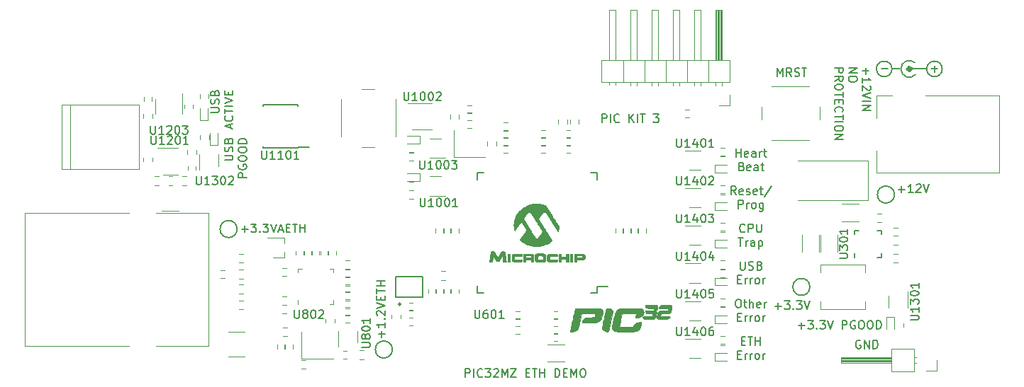
<source format=gbr>
G04 #@! TF.GenerationSoftware,KiCad,Pcbnew,(5.1.4)-1*
G04 #@! TF.CreationDate,2020-04-10T13:24:09-05:00*
G04 #@! TF.ProjectId,PIC32MZ_ETH_Demo,50494333-324d-45a5-9f45-54485f44656d,rev?*
G04 #@! TF.SameCoordinates,Original*
G04 #@! TF.FileFunction,Legend,Top*
G04 #@! TF.FilePolarity,Positive*
%FSLAX46Y46*%
G04 Gerber Fmt 4.6, Leading zero omitted, Abs format (unit mm)*
G04 Created by KiCad (PCBNEW (5.1.4)-1) date 2020-04-10 13:24:09*
%MOMM*%
%LPD*%
G04 APERTURE LIST*
%ADD10C,0.150000*%
%ADD11C,0.500000*%
%ADD12C,0.010000*%
%ADD13C,0.120000*%
%ADD14C,0.152400*%
G04 APERTURE END LIST*
D10*
X143010833Y-83065880D02*
X143010833Y-82065880D01*
X143391785Y-82065880D01*
X143487023Y-82113500D01*
X143534642Y-82161119D01*
X143582261Y-82256357D01*
X143582261Y-82399214D01*
X143534642Y-82494452D01*
X143487023Y-82542071D01*
X143391785Y-82589690D01*
X143010833Y-82589690D01*
X144010833Y-83065880D02*
X144010833Y-82065880D01*
X145058452Y-82970642D02*
X145010833Y-83018261D01*
X144867976Y-83065880D01*
X144772738Y-83065880D01*
X144629880Y-83018261D01*
X144534642Y-82923023D01*
X144487023Y-82827785D01*
X144439404Y-82637309D01*
X144439404Y-82494452D01*
X144487023Y-82303976D01*
X144534642Y-82208738D01*
X144629880Y-82113500D01*
X144772738Y-82065880D01*
X144867976Y-82065880D01*
X145010833Y-82113500D01*
X145058452Y-82161119D01*
X145391785Y-82065880D02*
X146010833Y-82065880D01*
X145677500Y-82446833D01*
X145820357Y-82446833D01*
X145915595Y-82494452D01*
X145963214Y-82542071D01*
X146010833Y-82637309D01*
X146010833Y-82875404D01*
X145963214Y-82970642D01*
X145915595Y-83018261D01*
X145820357Y-83065880D01*
X145534642Y-83065880D01*
X145439404Y-83018261D01*
X145391785Y-82970642D01*
X146391785Y-82161119D02*
X146439404Y-82113500D01*
X146534642Y-82065880D01*
X146772738Y-82065880D01*
X146867976Y-82113500D01*
X146915595Y-82161119D01*
X146963214Y-82256357D01*
X146963214Y-82351595D01*
X146915595Y-82494452D01*
X146344166Y-83065880D01*
X146963214Y-83065880D01*
X147391785Y-83065880D02*
X147391785Y-82065880D01*
X147725119Y-82780166D01*
X148058452Y-82065880D01*
X148058452Y-83065880D01*
X148439404Y-82065880D02*
X149106071Y-82065880D01*
X148439404Y-83065880D01*
X149106071Y-83065880D01*
X150248928Y-82542071D02*
X150582261Y-82542071D01*
X150725119Y-83065880D02*
X150248928Y-83065880D01*
X150248928Y-82065880D01*
X150725119Y-82065880D01*
X151010833Y-82065880D02*
X151582261Y-82065880D01*
X151296547Y-83065880D02*
X151296547Y-82065880D01*
X151915595Y-83065880D02*
X151915595Y-82065880D01*
X151915595Y-82542071D02*
X152487023Y-82542071D01*
X152487023Y-83065880D02*
X152487023Y-82065880D01*
X153725119Y-83065880D02*
X153725119Y-82065880D01*
X153963214Y-82065880D01*
X154106071Y-82113500D01*
X154201309Y-82208738D01*
X154248928Y-82303976D01*
X154296547Y-82494452D01*
X154296547Y-82637309D01*
X154248928Y-82827785D01*
X154201309Y-82923023D01*
X154106071Y-83018261D01*
X153963214Y-83065880D01*
X153725119Y-83065880D01*
X154725119Y-82542071D02*
X155058452Y-82542071D01*
X155201309Y-83065880D02*
X154725119Y-83065880D01*
X154725119Y-82065880D01*
X155201309Y-82065880D01*
X155629880Y-83065880D02*
X155629880Y-82065880D01*
X155963214Y-82780166D01*
X156296547Y-82065880D01*
X156296547Y-83065880D01*
X156963214Y-82065880D02*
X157153690Y-82065880D01*
X157248928Y-82113500D01*
X157344166Y-82208738D01*
X157391785Y-82399214D01*
X157391785Y-82732547D01*
X157344166Y-82923023D01*
X157248928Y-83018261D01*
X157153690Y-83065880D01*
X156963214Y-83065880D01*
X156867976Y-83018261D01*
X156772738Y-82923023D01*
X156725119Y-82732547D01*
X156725119Y-82399214D01*
X156772738Y-82208738D01*
X156867976Y-82113500D01*
X156963214Y-82065880D01*
X190808571Y-46055595D02*
X190808571Y-46817500D01*
X190427619Y-46436547D02*
X191189523Y-46436547D01*
X190427619Y-47817500D02*
X190427619Y-47246071D01*
X190427619Y-47531785D02*
X191427619Y-47531785D01*
X191284761Y-47436547D01*
X191189523Y-47341309D01*
X191141904Y-47246071D01*
X191332380Y-48198452D02*
X191380000Y-48246071D01*
X191427619Y-48341309D01*
X191427619Y-48579404D01*
X191380000Y-48674642D01*
X191332380Y-48722261D01*
X191237142Y-48769880D01*
X191141904Y-48769880D01*
X190999047Y-48722261D01*
X190427619Y-48150833D01*
X190427619Y-48769880D01*
X191427619Y-49055595D02*
X190427619Y-49388928D01*
X191427619Y-49722261D01*
X190427619Y-50055595D02*
X191427619Y-50055595D01*
X190427619Y-50531785D02*
X191427619Y-50531785D01*
X190427619Y-51103214D01*
X191427619Y-51103214D01*
X188777619Y-46055595D02*
X189777619Y-46055595D01*
X188777619Y-46627023D01*
X189777619Y-46627023D01*
X189777619Y-47293690D02*
X189777619Y-47484166D01*
X189730000Y-47579404D01*
X189634761Y-47674642D01*
X189444285Y-47722261D01*
X189110952Y-47722261D01*
X188920476Y-47674642D01*
X188825238Y-47579404D01*
X188777619Y-47484166D01*
X188777619Y-47293690D01*
X188825238Y-47198452D01*
X188920476Y-47103214D01*
X189110952Y-47055595D01*
X189444285Y-47055595D01*
X189634761Y-47103214D01*
X189730000Y-47198452D01*
X189777619Y-47293690D01*
X187127619Y-46055595D02*
X188127619Y-46055595D01*
X188127619Y-46436547D01*
X188080000Y-46531785D01*
X188032380Y-46579404D01*
X187937142Y-46627023D01*
X187794285Y-46627023D01*
X187699047Y-46579404D01*
X187651428Y-46531785D01*
X187603809Y-46436547D01*
X187603809Y-46055595D01*
X187127619Y-47627023D02*
X187603809Y-47293690D01*
X187127619Y-47055595D02*
X188127619Y-47055595D01*
X188127619Y-47436547D01*
X188080000Y-47531785D01*
X188032380Y-47579404D01*
X187937142Y-47627023D01*
X187794285Y-47627023D01*
X187699047Y-47579404D01*
X187651428Y-47531785D01*
X187603809Y-47436547D01*
X187603809Y-47055595D01*
X188127619Y-48246071D02*
X188127619Y-48436547D01*
X188080000Y-48531785D01*
X187984761Y-48627023D01*
X187794285Y-48674642D01*
X187460952Y-48674642D01*
X187270476Y-48627023D01*
X187175238Y-48531785D01*
X187127619Y-48436547D01*
X187127619Y-48246071D01*
X187175238Y-48150833D01*
X187270476Y-48055595D01*
X187460952Y-48007976D01*
X187794285Y-48007976D01*
X187984761Y-48055595D01*
X188080000Y-48150833D01*
X188127619Y-48246071D01*
X188127619Y-48960357D02*
X188127619Y-49531785D01*
X187127619Y-49246071D02*
X188127619Y-49246071D01*
X187651428Y-49865119D02*
X187651428Y-50198452D01*
X187127619Y-50341309D02*
X187127619Y-49865119D01*
X188127619Y-49865119D01*
X188127619Y-50341309D01*
X187222857Y-51341309D02*
X187175238Y-51293690D01*
X187127619Y-51150833D01*
X187127619Y-51055595D01*
X187175238Y-50912738D01*
X187270476Y-50817500D01*
X187365714Y-50769880D01*
X187556190Y-50722261D01*
X187699047Y-50722261D01*
X187889523Y-50769880D01*
X187984761Y-50817500D01*
X188080000Y-50912738D01*
X188127619Y-51055595D01*
X188127619Y-51150833D01*
X188080000Y-51293690D01*
X188032380Y-51341309D01*
X188127619Y-51627023D02*
X188127619Y-52198452D01*
X187127619Y-51912738D02*
X188127619Y-51912738D01*
X187127619Y-52531785D02*
X188127619Y-52531785D01*
X188127619Y-53198452D02*
X188127619Y-53388928D01*
X188080000Y-53484166D01*
X187984761Y-53579404D01*
X187794285Y-53627023D01*
X187460952Y-53627023D01*
X187270476Y-53579404D01*
X187175238Y-53484166D01*
X187127619Y-53388928D01*
X187127619Y-53198452D01*
X187175238Y-53103214D01*
X187270476Y-53007976D01*
X187460952Y-52960357D01*
X187794285Y-52960357D01*
X187984761Y-53007976D01*
X188080000Y-53103214D01*
X188127619Y-53198452D01*
X187127619Y-54055595D02*
X188127619Y-54055595D01*
X187127619Y-54627023D01*
X188127619Y-54627023D01*
X192659047Y-46172428D02*
X193420952Y-46172428D01*
X198628047Y-46172428D02*
X199389952Y-46172428D01*
X199009000Y-46553380D02*
X199009000Y-45791476D01*
X182777428Y-76906428D02*
X183539333Y-76906428D01*
X183158380Y-77287380D02*
X183158380Y-76525476D01*
X183920285Y-76287380D02*
X184539333Y-76287380D01*
X184206000Y-76668333D01*
X184348857Y-76668333D01*
X184444095Y-76715952D01*
X184491714Y-76763571D01*
X184539333Y-76858809D01*
X184539333Y-77096904D01*
X184491714Y-77192142D01*
X184444095Y-77239761D01*
X184348857Y-77287380D01*
X184063142Y-77287380D01*
X183967904Y-77239761D01*
X183920285Y-77192142D01*
X184967904Y-77192142D02*
X185015523Y-77239761D01*
X184967904Y-77287380D01*
X184920285Y-77239761D01*
X184967904Y-77192142D01*
X184967904Y-77287380D01*
X185348857Y-76287380D02*
X185967904Y-76287380D01*
X185634571Y-76668333D01*
X185777428Y-76668333D01*
X185872666Y-76715952D01*
X185920285Y-76763571D01*
X185967904Y-76858809D01*
X185967904Y-77096904D01*
X185920285Y-77192142D01*
X185872666Y-77239761D01*
X185777428Y-77287380D01*
X185491714Y-77287380D01*
X185396476Y-77239761D01*
X185348857Y-77192142D01*
X186253619Y-76287380D02*
X186586952Y-77287380D01*
X186920285Y-76287380D01*
X188015523Y-77287380D02*
X188015523Y-76287380D01*
X188396476Y-76287380D01*
X188491714Y-76335000D01*
X188539333Y-76382619D01*
X188586952Y-76477857D01*
X188586952Y-76620714D01*
X188539333Y-76715952D01*
X188491714Y-76763571D01*
X188396476Y-76811190D01*
X188015523Y-76811190D01*
X189539333Y-76335000D02*
X189444095Y-76287380D01*
X189301238Y-76287380D01*
X189158380Y-76335000D01*
X189063142Y-76430238D01*
X189015523Y-76525476D01*
X188967904Y-76715952D01*
X188967904Y-76858809D01*
X189015523Y-77049285D01*
X189063142Y-77144523D01*
X189158380Y-77239761D01*
X189301238Y-77287380D01*
X189396476Y-77287380D01*
X189539333Y-77239761D01*
X189586952Y-77192142D01*
X189586952Y-76858809D01*
X189396476Y-76858809D01*
X190206000Y-76287380D02*
X190396476Y-76287380D01*
X190491714Y-76335000D01*
X190586952Y-76430238D01*
X190634571Y-76620714D01*
X190634571Y-76954047D01*
X190586952Y-77144523D01*
X190491714Y-77239761D01*
X190396476Y-77287380D01*
X190206000Y-77287380D01*
X190110761Y-77239761D01*
X190015523Y-77144523D01*
X189967904Y-76954047D01*
X189967904Y-76620714D01*
X190015523Y-76430238D01*
X190110761Y-76335000D01*
X190206000Y-76287380D01*
X191253619Y-76287380D02*
X191444095Y-76287380D01*
X191539333Y-76335000D01*
X191634571Y-76430238D01*
X191682190Y-76620714D01*
X191682190Y-76954047D01*
X191634571Y-77144523D01*
X191539333Y-77239761D01*
X191444095Y-77287380D01*
X191253619Y-77287380D01*
X191158380Y-77239761D01*
X191063142Y-77144523D01*
X191015523Y-76954047D01*
X191015523Y-76620714D01*
X191063142Y-76430238D01*
X191158380Y-76335000D01*
X191253619Y-76287380D01*
X192110761Y-77287380D02*
X192110761Y-76287380D01*
X192348857Y-76287380D01*
X192491714Y-76335000D01*
X192586952Y-76430238D01*
X192634571Y-76525476D01*
X192682190Y-76715952D01*
X192682190Y-76858809D01*
X192634571Y-77049285D01*
X192586952Y-77144523D01*
X192491714Y-77239761D01*
X192348857Y-77287380D01*
X192110761Y-77287380D01*
X159329857Y-52585880D02*
X159329857Y-51585880D01*
X159710809Y-51585880D01*
X159806047Y-51633500D01*
X159853666Y-51681119D01*
X159901285Y-51776357D01*
X159901285Y-51919214D01*
X159853666Y-52014452D01*
X159806047Y-52062071D01*
X159710809Y-52109690D01*
X159329857Y-52109690D01*
X160329857Y-52585880D02*
X160329857Y-51585880D01*
X161377476Y-52490642D02*
X161329857Y-52538261D01*
X161187000Y-52585880D01*
X161091761Y-52585880D01*
X160948904Y-52538261D01*
X160853666Y-52443023D01*
X160806047Y-52347785D01*
X160758428Y-52157309D01*
X160758428Y-52014452D01*
X160806047Y-51823976D01*
X160853666Y-51728738D01*
X160948904Y-51633500D01*
X161091761Y-51585880D01*
X161187000Y-51585880D01*
X161329857Y-51633500D01*
X161377476Y-51681119D01*
X162567952Y-52585880D02*
X162567952Y-51585880D01*
X163139380Y-52585880D02*
X162710809Y-52014452D01*
X163139380Y-51585880D02*
X162567952Y-52157309D01*
X163567952Y-52585880D02*
X163567952Y-51585880D01*
X163901285Y-51585880D02*
X164472714Y-51585880D01*
X164187000Y-52585880D02*
X164187000Y-51585880D01*
X165472714Y-51585880D02*
X166091761Y-51585880D01*
X165758428Y-51966833D01*
X165901285Y-51966833D01*
X165996523Y-52014452D01*
X166044142Y-52062071D01*
X166091761Y-52157309D01*
X166091761Y-52395404D01*
X166044142Y-52490642D01*
X165996523Y-52538261D01*
X165901285Y-52585880D01*
X165615571Y-52585880D01*
X165520333Y-52538261D01*
X165472714Y-52490642D01*
X180237023Y-47061380D02*
X180237023Y-46061380D01*
X180570357Y-46775666D01*
X180903690Y-46061380D01*
X180903690Y-47061380D01*
X181951309Y-47061380D02*
X181617976Y-46585190D01*
X181379880Y-47061380D02*
X181379880Y-46061380D01*
X181760833Y-46061380D01*
X181856071Y-46109000D01*
X181903690Y-46156619D01*
X181951309Y-46251857D01*
X181951309Y-46394714D01*
X181903690Y-46489952D01*
X181856071Y-46537571D01*
X181760833Y-46585190D01*
X181379880Y-46585190D01*
X182332261Y-47013761D02*
X182475119Y-47061380D01*
X182713214Y-47061380D01*
X182808452Y-47013761D01*
X182856071Y-46966142D01*
X182903690Y-46870904D01*
X182903690Y-46775666D01*
X182856071Y-46680428D01*
X182808452Y-46632809D01*
X182713214Y-46585190D01*
X182522738Y-46537571D01*
X182427500Y-46489952D01*
X182379880Y-46442333D01*
X182332261Y-46347095D01*
X182332261Y-46251857D01*
X182379880Y-46156619D01*
X182427500Y-46109000D01*
X182522738Y-46061380D01*
X182760833Y-46061380D01*
X182903690Y-46109000D01*
X183189404Y-46061380D02*
X183760833Y-46061380D01*
X183475119Y-47061380D02*
X183475119Y-46061380D01*
X175982452Y-78732571D02*
X176315785Y-78732571D01*
X176458642Y-79256380D02*
X175982452Y-79256380D01*
X175982452Y-78256380D01*
X176458642Y-78256380D01*
X176744357Y-78256380D02*
X177315785Y-78256380D01*
X177030071Y-79256380D02*
X177030071Y-78256380D01*
X177649119Y-79256380D02*
X177649119Y-78256380D01*
X177649119Y-78732571D02*
X178220547Y-78732571D01*
X178220547Y-79256380D02*
X178220547Y-78256380D01*
X175506261Y-80382571D02*
X175839595Y-80382571D01*
X175982452Y-80906380D02*
X175506261Y-80906380D01*
X175506261Y-79906380D01*
X175982452Y-79906380D01*
X176411023Y-80906380D02*
X176411023Y-80239714D01*
X176411023Y-80430190D02*
X176458642Y-80334952D01*
X176506261Y-80287333D01*
X176601500Y-80239714D01*
X176696738Y-80239714D01*
X177030071Y-80906380D02*
X177030071Y-80239714D01*
X177030071Y-80430190D02*
X177077690Y-80334952D01*
X177125309Y-80287333D01*
X177220547Y-80239714D01*
X177315785Y-80239714D01*
X177791976Y-80906380D02*
X177696738Y-80858761D01*
X177649119Y-80811142D01*
X177601500Y-80715904D01*
X177601500Y-80430190D01*
X177649119Y-80334952D01*
X177696738Y-80287333D01*
X177791976Y-80239714D01*
X177934833Y-80239714D01*
X178030071Y-80287333D01*
X178077690Y-80334952D01*
X178125309Y-80430190D01*
X178125309Y-80715904D01*
X178077690Y-80811142D01*
X178030071Y-80858761D01*
X177934833Y-80906380D01*
X177791976Y-80906380D01*
X178553880Y-80906380D02*
X178553880Y-80239714D01*
X178553880Y-80430190D02*
X178601500Y-80334952D01*
X178649119Y-80287333D01*
X178744357Y-80239714D01*
X178839595Y-80239714D01*
X175530071Y-73747880D02*
X175720547Y-73747880D01*
X175815785Y-73795500D01*
X175911023Y-73890738D01*
X175958642Y-74081214D01*
X175958642Y-74414547D01*
X175911023Y-74605023D01*
X175815785Y-74700261D01*
X175720547Y-74747880D01*
X175530071Y-74747880D01*
X175434833Y-74700261D01*
X175339595Y-74605023D01*
X175291976Y-74414547D01*
X175291976Y-74081214D01*
X175339595Y-73890738D01*
X175434833Y-73795500D01*
X175530071Y-73747880D01*
X176244357Y-74081214D02*
X176625309Y-74081214D01*
X176387214Y-73747880D02*
X176387214Y-74605023D01*
X176434833Y-74700261D01*
X176530071Y-74747880D01*
X176625309Y-74747880D01*
X176958642Y-74747880D02*
X176958642Y-73747880D01*
X177387214Y-74747880D02*
X177387214Y-74224071D01*
X177339595Y-74128833D01*
X177244357Y-74081214D01*
X177101500Y-74081214D01*
X177006261Y-74128833D01*
X176958642Y-74176452D01*
X178244357Y-74700261D02*
X178149119Y-74747880D01*
X177958642Y-74747880D01*
X177863404Y-74700261D01*
X177815785Y-74605023D01*
X177815785Y-74224071D01*
X177863404Y-74128833D01*
X177958642Y-74081214D01*
X178149119Y-74081214D01*
X178244357Y-74128833D01*
X178291976Y-74224071D01*
X178291976Y-74319309D01*
X177815785Y-74414547D01*
X178720547Y-74747880D02*
X178720547Y-74081214D01*
X178720547Y-74271690D02*
X178768166Y-74176452D01*
X178815785Y-74128833D01*
X178911023Y-74081214D01*
X179006261Y-74081214D01*
X175506261Y-75874071D02*
X175839595Y-75874071D01*
X175982452Y-76397880D02*
X175506261Y-76397880D01*
X175506261Y-75397880D01*
X175982452Y-75397880D01*
X176411023Y-76397880D02*
X176411023Y-75731214D01*
X176411023Y-75921690D02*
X176458642Y-75826452D01*
X176506261Y-75778833D01*
X176601500Y-75731214D01*
X176696738Y-75731214D01*
X177030071Y-76397880D02*
X177030071Y-75731214D01*
X177030071Y-75921690D02*
X177077690Y-75826452D01*
X177125309Y-75778833D01*
X177220547Y-75731214D01*
X177315785Y-75731214D01*
X177791976Y-76397880D02*
X177696738Y-76350261D01*
X177649119Y-76302642D01*
X177601500Y-76207404D01*
X177601500Y-75921690D01*
X177649119Y-75826452D01*
X177696738Y-75778833D01*
X177791976Y-75731214D01*
X177934833Y-75731214D01*
X178030071Y-75778833D01*
X178077690Y-75826452D01*
X178125309Y-75921690D01*
X178125309Y-76207404D01*
X178077690Y-76302642D01*
X178030071Y-76350261D01*
X177934833Y-76397880D01*
X177791976Y-76397880D01*
X178553880Y-76397880D02*
X178553880Y-75731214D01*
X178553880Y-75921690D02*
X178601500Y-75826452D01*
X178649119Y-75778833D01*
X178744357Y-75731214D01*
X178839595Y-75731214D01*
X175839595Y-69239380D02*
X175839595Y-70048904D01*
X175887214Y-70144142D01*
X175934833Y-70191761D01*
X176030071Y-70239380D01*
X176220547Y-70239380D01*
X176315785Y-70191761D01*
X176363404Y-70144142D01*
X176411023Y-70048904D01*
X176411023Y-69239380D01*
X176839595Y-70191761D02*
X176982452Y-70239380D01*
X177220547Y-70239380D01*
X177315785Y-70191761D01*
X177363404Y-70144142D01*
X177411023Y-70048904D01*
X177411023Y-69953666D01*
X177363404Y-69858428D01*
X177315785Y-69810809D01*
X177220547Y-69763190D01*
X177030071Y-69715571D01*
X176934833Y-69667952D01*
X176887214Y-69620333D01*
X176839595Y-69525095D01*
X176839595Y-69429857D01*
X176887214Y-69334619D01*
X176934833Y-69287000D01*
X177030071Y-69239380D01*
X177268166Y-69239380D01*
X177411023Y-69287000D01*
X178172928Y-69715571D02*
X178315785Y-69763190D01*
X178363404Y-69810809D01*
X178411023Y-69906047D01*
X178411023Y-70048904D01*
X178363404Y-70144142D01*
X178315785Y-70191761D01*
X178220547Y-70239380D01*
X177839595Y-70239380D01*
X177839595Y-69239380D01*
X178172928Y-69239380D01*
X178268166Y-69287000D01*
X178315785Y-69334619D01*
X178363404Y-69429857D01*
X178363404Y-69525095D01*
X178315785Y-69620333D01*
X178268166Y-69667952D01*
X178172928Y-69715571D01*
X177839595Y-69715571D01*
X175506261Y-71365571D02*
X175839595Y-71365571D01*
X175982452Y-71889380D02*
X175506261Y-71889380D01*
X175506261Y-70889380D01*
X175982452Y-70889380D01*
X176411023Y-71889380D02*
X176411023Y-71222714D01*
X176411023Y-71413190D02*
X176458642Y-71317952D01*
X176506261Y-71270333D01*
X176601500Y-71222714D01*
X176696738Y-71222714D01*
X177030071Y-71889380D02*
X177030071Y-71222714D01*
X177030071Y-71413190D02*
X177077690Y-71317952D01*
X177125309Y-71270333D01*
X177220547Y-71222714D01*
X177315785Y-71222714D01*
X177791976Y-71889380D02*
X177696738Y-71841761D01*
X177649119Y-71794142D01*
X177601500Y-71698904D01*
X177601500Y-71413190D01*
X177649119Y-71317952D01*
X177696738Y-71270333D01*
X177791976Y-71222714D01*
X177934833Y-71222714D01*
X178030071Y-71270333D01*
X178077690Y-71317952D01*
X178125309Y-71413190D01*
X178125309Y-71698904D01*
X178077690Y-71794142D01*
X178030071Y-71841761D01*
X177934833Y-71889380D01*
X177791976Y-71889380D01*
X178553880Y-71889380D02*
X178553880Y-71222714D01*
X178553880Y-71413190D02*
X178601500Y-71317952D01*
X178649119Y-71270333D01*
X178744357Y-71222714D01*
X178839595Y-71222714D01*
X176387214Y-65635642D02*
X176339595Y-65683261D01*
X176196738Y-65730880D01*
X176101500Y-65730880D01*
X175958642Y-65683261D01*
X175863404Y-65588023D01*
X175815785Y-65492785D01*
X175768166Y-65302309D01*
X175768166Y-65159452D01*
X175815785Y-64968976D01*
X175863404Y-64873738D01*
X175958642Y-64778500D01*
X176101500Y-64730880D01*
X176196738Y-64730880D01*
X176339595Y-64778500D01*
X176387214Y-64826119D01*
X176815785Y-65730880D02*
X176815785Y-64730880D01*
X177196738Y-64730880D01*
X177291976Y-64778500D01*
X177339595Y-64826119D01*
X177387214Y-64921357D01*
X177387214Y-65064214D01*
X177339595Y-65159452D01*
X177291976Y-65207071D01*
X177196738Y-65254690D01*
X176815785Y-65254690D01*
X177815785Y-64730880D02*
X177815785Y-65540404D01*
X177863404Y-65635642D01*
X177911023Y-65683261D01*
X178006261Y-65730880D01*
X178196738Y-65730880D01*
X178291976Y-65683261D01*
X178339595Y-65635642D01*
X178387214Y-65540404D01*
X178387214Y-64730880D01*
X175601500Y-66380880D02*
X176172928Y-66380880D01*
X175887214Y-67380880D02*
X175887214Y-66380880D01*
X176506261Y-67380880D02*
X176506261Y-66714214D01*
X176506261Y-66904690D02*
X176553880Y-66809452D01*
X176601500Y-66761833D01*
X176696738Y-66714214D01*
X176791976Y-66714214D01*
X177553880Y-67380880D02*
X177553880Y-66857071D01*
X177506261Y-66761833D01*
X177411023Y-66714214D01*
X177220547Y-66714214D01*
X177125309Y-66761833D01*
X177553880Y-67333261D02*
X177458642Y-67380880D01*
X177220547Y-67380880D01*
X177125309Y-67333261D01*
X177077690Y-67238023D01*
X177077690Y-67142785D01*
X177125309Y-67047547D01*
X177220547Y-66999928D01*
X177458642Y-66999928D01*
X177553880Y-66952309D01*
X178030071Y-66714214D02*
X178030071Y-67714214D01*
X178030071Y-66761833D02*
X178125309Y-66714214D01*
X178315785Y-66714214D01*
X178411023Y-66761833D01*
X178458642Y-66809452D01*
X178506261Y-66904690D01*
X178506261Y-67190404D01*
X178458642Y-67285642D01*
X178411023Y-67333261D01*
X178315785Y-67380880D01*
X178125309Y-67380880D01*
X178030071Y-67333261D01*
X175339595Y-61222380D02*
X175006261Y-60746190D01*
X174768166Y-61222380D02*
X174768166Y-60222380D01*
X175149119Y-60222380D01*
X175244357Y-60270000D01*
X175291976Y-60317619D01*
X175339595Y-60412857D01*
X175339595Y-60555714D01*
X175291976Y-60650952D01*
X175244357Y-60698571D01*
X175149119Y-60746190D01*
X174768166Y-60746190D01*
X176149119Y-61174761D02*
X176053880Y-61222380D01*
X175863404Y-61222380D01*
X175768166Y-61174761D01*
X175720547Y-61079523D01*
X175720547Y-60698571D01*
X175768166Y-60603333D01*
X175863404Y-60555714D01*
X176053880Y-60555714D01*
X176149119Y-60603333D01*
X176196738Y-60698571D01*
X176196738Y-60793809D01*
X175720547Y-60889047D01*
X176577690Y-61174761D02*
X176672928Y-61222380D01*
X176863404Y-61222380D01*
X176958642Y-61174761D01*
X177006261Y-61079523D01*
X177006261Y-61031904D01*
X176958642Y-60936666D01*
X176863404Y-60889047D01*
X176720547Y-60889047D01*
X176625309Y-60841428D01*
X176577690Y-60746190D01*
X176577690Y-60698571D01*
X176625309Y-60603333D01*
X176720547Y-60555714D01*
X176863404Y-60555714D01*
X176958642Y-60603333D01*
X177815785Y-61174761D02*
X177720547Y-61222380D01*
X177530071Y-61222380D01*
X177434833Y-61174761D01*
X177387214Y-61079523D01*
X177387214Y-60698571D01*
X177434833Y-60603333D01*
X177530071Y-60555714D01*
X177720547Y-60555714D01*
X177815785Y-60603333D01*
X177863404Y-60698571D01*
X177863404Y-60793809D01*
X177387214Y-60889047D01*
X178149119Y-60555714D02*
X178530071Y-60555714D01*
X178291976Y-60222380D02*
X178291976Y-61079523D01*
X178339595Y-61174761D01*
X178434833Y-61222380D01*
X178530071Y-61222380D01*
X179577690Y-60174761D02*
X178720547Y-61460476D01*
X175625309Y-62872380D02*
X175625309Y-61872380D01*
X176006261Y-61872380D01*
X176101500Y-61920000D01*
X176149119Y-61967619D01*
X176196738Y-62062857D01*
X176196738Y-62205714D01*
X176149119Y-62300952D01*
X176101500Y-62348571D01*
X176006261Y-62396190D01*
X175625309Y-62396190D01*
X176625309Y-62872380D02*
X176625309Y-62205714D01*
X176625309Y-62396190D02*
X176672928Y-62300952D01*
X176720547Y-62253333D01*
X176815785Y-62205714D01*
X176911023Y-62205714D01*
X177387214Y-62872380D02*
X177291976Y-62824761D01*
X177244357Y-62777142D01*
X177196738Y-62681904D01*
X177196738Y-62396190D01*
X177244357Y-62300952D01*
X177291976Y-62253333D01*
X177387214Y-62205714D01*
X177530071Y-62205714D01*
X177625309Y-62253333D01*
X177672928Y-62300952D01*
X177720547Y-62396190D01*
X177720547Y-62681904D01*
X177672928Y-62777142D01*
X177625309Y-62824761D01*
X177530071Y-62872380D01*
X177387214Y-62872380D01*
X178577690Y-62205714D02*
X178577690Y-63015238D01*
X178530071Y-63110476D01*
X178482452Y-63158095D01*
X178387214Y-63205714D01*
X178244357Y-63205714D01*
X178149119Y-63158095D01*
X178577690Y-62824761D02*
X178482452Y-62872380D01*
X178291976Y-62872380D01*
X178196738Y-62824761D01*
X178149119Y-62777142D01*
X178101500Y-62681904D01*
X178101500Y-62396190D01*
X178149119Y-62300952D01*
X178196738Y-62253333D01*
X178291976Y-62205714D01*
X178482452Y-62205714D01*
X178577690Y-62253333D01*
X175339595Y-56713880D02*
X175339595Y-55713880D01*
X175339595Y-56190071D02*
X175911023Y-56190071D01*
X175911023Y-56713880D02*
X175911023Y-55713880D01*
X176768166Y-56666261D02*
X176672928Y-56713880D01*
X176482452Y-56713880D01*
X176387214Y-56666261D01*
X176339595Y-56571023D01*
X176339595Y-56190071D01*
X176387214Y-56094833D01*
X176482452Y-56047214D01*
X176672928Y-56047214D01*
X176768166Y-56094833D01*
X176815785Y-56190071D01*
X176815785Y-56285309D01*
X176339595Y-56380547D01*
X177672928Y-56713880D02*
X177672928Y-56190071D01*
X177625309Y-56094833D01*
X177530071Y-56047214D01*
X177339595Y-56047214D01*
X177244357Y-56094833D01*
X177672928Y-56666261D02*
X177577690Y-56713880D01*
X177339595Y-56713880D01*
X177244357Y-56666261D01*
X177196738Y-56571023D01*
X177196738Y-56475785D01*
X177244357Y-56380547D01*
X177339595Y-56332928D01*
X177577690Y-56332928D01*
X177672928Y-56285309D01*
X178149119Y-56713880D02*
X178149119Y-56047214D01*
X178149119Y-56237690D02*
X178196738Y-56142452D01*
X178244357Y-56094833D01*
X178339595Y-56047214D01*
X178434833Y-56047214D01*
X178625309Y-56047214D02*
X179006261Y-56047214D01*
X178768166Y-55713880D02*
X178768166Y-56571023D01*
X178815785Y-56666261D01*
X178911023Y-56713880D01*
X179006261Y-56713880D01*
X176006261Y-57840071D02*
X176149119Y-57887690D01*
X176196738Y-57935309D01*
X176244357Y-58030547D01*
X176244357Y-58173404D01*
X176196738Y-58268642D01*
X176149119Y-58316261D01*
X176053880Y-58363880D01*
X175672928Y-58363880D01*
X175672928Y-57363880D01*
X176006261Y-57363880D01*
X176101500Y-57411500D01*
X176149119Y-57459119D01*
X176196738Y-57554357D01*
X176196738Y-57649595D01*
X176149119Y-57744833D01*
X176101500Y-57792452D01*
X176006261Y-57840071D01*
X175672928Y-57840071D01*
X177053880Y-58316261D02*
X176958642Y-58363880D01*
X176768166Y-58363880D01*
X176672928Y-58316261D01*
X176625309Y-58221023D01*
X176625309Y-57840071D01*
X176672928Y-57744833D01*
X176768166Y-57697214D01*
X176958642Y-57697214D01*
X177053880Y-57744833D01*
X177101500Y-57840071D01*
X177101500Y-57935309D01*
X176625309Y-58030547D01*
X177958642Y-58363880D02*
X177958642Y-57840071D01*
X177911023Y-57744833D01*
X177815785Y-57697214D01*
X177625309Y-57697214D01*
X177530071Y-57744833D01*
X177958642Y-58316261D02*
X177863404Y-58363880D01*
X177625309Y-58363880D01*
X177530071Y-58316261D01*
X177482452Y-58221023D01*
X177482452Y-58125785D01*
X177530071Y-58030547D01*
X177625309Y-57982928D01*
X177863404Y-57982928D01*
X177958642Y-57935309D01*
X178291976Y-57697214D02*
X178672928Y-57697214D01*
X178434833Y-57363880D02*
X178434833Y-58221023D01*
X178482452Y-58316261D01*
X178577690Y-58363880D01*
X178672928Y-58363880D01*
X116292785Y-65349428D02*
X117054690Y-65349428D01*
X116673738Y-65730380D02*
X116673738Y-64968476D01*
X117435642Y-64730380D02*
X118054690Y-64730380D01*
X117721357Y-65111333D01*
X117864214Y-65111333D01*
X117959452Y-65158952D01*
X118007071Y-65206571D01*
X118054690Y-65301809D01*
X118054690Y-65539904D01*
X118007071Y-65635142D01*
X117959452Y-65682761D01*
X117864214Y-65730380D01*
X117578500Y-65730380D01*
X117483261Y-65682761D01*
X117435642Y-65635142D01*
X118483261Y-65635142D02*
X118530880Y-65682761D01*
X118483261Y-65730380D01*
X118435642Y-65682761D01*
X118483261Y-65635142D01*
X118483261Y-65730380D01*
X118864214Y-64730380D02*
X119483261Y-64730380D01*
X119149928Y-65111333D01*
X119292785Y-65111333D01*
X119388023Y-65158952D01*
X119435642Y-65206571D01*
X119483261Y-65301809D01*
X119483261Y-65539904D01*
X119435642Y-65635142D01*
X119388023Y-65682761D01*
X119292785Y-65730380D01*
X119007071Y-65730380D01*
X118911833Y-65682761D01*
X118864214Y-65635142D01*
X119768976Y-64730380D02*
X120102309Y-65730380D01*
X120435642Y-64730380D01*
X120721357Y-65444666D02*
X121197547Y-65444666D01*
X120626119Y-65730380D02*
X120959452Y-64730380D01*
X121292785Y-65730380D01*
X121626119Y-65206571D02*
X121959452Y-65206571D01*
X122102309Y-65730380D02*
X121626119Y-65730380D01*
X121626119Y-64730380D01*
X122102309Y-64730380D01*
X122388023Y-64730380D02*
X122959452Y-64730380D01*
X122673738Y-65730380D02*
X122673738Y-64730380D01*
X123292785Y-65730380D02*
X123292785Y-64730380D01*
X123292785Y-65206571D02*
X123864214Y-65206571D01*
X123864214Y-65730380D02*
X123864214Y-64730380D01*
X133040428Y-78287142D02*
X133040428Y-77525238D01*
X133421380Y-77906190D02*
X132659476Y-77906190D01*
X133421380Y-76525238D02*
X133421380Y-77096666D01*
X133421380Y-76810952D02*
X132421380Y-76810952D01*
X132564238Y-76906190D01*
X132659476Y-77001428D01*
X132707095Y-77096666D01*
X133326142Y-76096666D02*
X133373761Y-76049047D01*
X133421380Y-76096666D01*
X133373761Y-76144285D01*
X133326142Y-76096666D01*
X133421380Y-76096666D01*
X132516619Y-75668095D02*
X132469000Y-75620476D01*
X132421380Y-75525238D01*
X132421380Y-75287142D01*
X132469000Y-75191904D01*
X132516619Y-75144285D01*
X132611857Y-75096666D01*
X132707095Y-75096666D01*
X132849952Y-75144285D01*
X133421380Y-75715714D01*
X133421380Y-75096666D01*
X132421380Y-74810952D02*
X133421380Y-74477619D01*
X132421380Y-74144285D01*
X132897571Y-73810952D02*
X132897571Y-73477619D01*
X133421380Y-73334761D02*
X133421380Y-73810952D01*
X132421380Y-73810952D01*
X132421380Y-73334761D01*
X132421380Y-73049047D02*
X132421380Y-72477619D01*
X133421380Y-72763333D02*
X132421380Y-72763333D01*
X133421380Y-72144285D02*
X132421380Y-72144285D01*
X132897571Y-72144285D02*
X132897571Y-71572857D01*
X133421380Y-71572857D02*
X132421380Y-71572857D01*
X190182595Y-78684500D02*
X190087357Y-78636880D01*
X189944500Y-78636880D01*
X189801642Y-78684500D01*
X189706404Y-78779738D01*
X189658785Y-78874976D01*
X189611166Y-79065452D01*
X189611166Y-79208309D01*
X189658785Y-79398785D01*
X189706404Y-79494023D01*
X189801642Y-79589261D01*
X189944500Y-79636880D01*
X190039738Y-79636880D01*
X190182595Y-79589261D01*
X190230214Y-79541642D01*
X190230214Y-79208309D01*
X190039738Y-79208309D01*
X190658785Y-79636880D02*
X190658785Y-78636880D01*
X191230214Y-79636880D01*
X191230214Y-78636880D01*
X191706404Y-79636880D02*
X191706404Y-78636880D01*
X191944500Y-78636880D01*
X192087357Y-78684500D01*
X192182595Y-78779738D01*
X192230214Y-78874976D01*
X192277833Y-79065452D01*
X192277833Y-79208309D01*
X192230214Y-79398785D01*
X192182595Y-79494023D01*
X192087357Y-79589261D01*
X191944500Y-79636880D01*
X191706404Y-79636880D01*
X194707095Y-60586928D02*
X195469000Y-60586928D01*
X195088047Y-60967880D02*
X195088047Y-60205976D01*
X196469000Y-60967880D02*
X195897571Y-60967880D01*
X196183285Y-60967880D02*
X196183285Y-59967880D01*
X196088047Y-60110738D01*
X195992809Y-60205976D01*
X195897571Y-60253595D01*
X196849952Y-60063119D02*
X196897571Y-60015500D01*
X196992809Y-59967880D01*
X197230904Y-59967880D01*
X197326142Y-60015500D01*
X197373761Y-60063119D01*
X197421380Y-60158357D01*
X197421380Y-60253595D01*
X197373761Y-60396452D01*
X196802333Y-60967880D01*
X197421380Y-60967880D01*
X197707095Y-59967880D02*
X198040428Y-60967880D01*
X198373761Y-59967880D01*
X179991000Y-74556928D02*
X180752904Y-74556928D01*
X180371952Y-74937880D02*
X180371952Y-74175976D01*
X181133857Y-73937880D02*
X181752904Y-73937880D01*
X181419571Y-74318833D01*
X181562428Y-74318833D01*
X181657666Y-74366452D01*
X181705285Y-74414071D01*
X181752904Y-74509309D01*
X181752904Y-74747404D01*
X181705285Y-74842642D01*
X181657666Y-74890261D01*
X181562428Y-74937880D01*
X181276714Y-74937880D01*
X181181476Y-74890261D01*
X181133857Y-74842642D01*
X182181476Y-74842642D02*
X182229095Y-74890261D01*
X182181476Y-74937880D01*
X182133857Y-74890261D01*
X182181476Y-74842642D01*
X182181476Y-74937880D01*
X182562428Y-73937880D02*
X183181476Y-73937880D01*
X182848142Y-74318833D01*
X182991000Y-74318833D01*
X183086238Y-74366452D01*
X183133857Y-74414071D01*
X183181476Y-74509309D01*
X183181476Y-74747404D01*
X183133857Y-74842642D01*
X183086238Y-74890261D01*
X182991000Y-74937880D01*
X182705285Y-74937880D01*
X182610047Y-74890261D01*
X182562428Y-74842642D01*
X183467190Y-73937880D02*
X183800523Y-74937880D01*
X184133857Y-73937880D01*
X114260880Y-57088404D02*
X115070404Y-57088404D01*
X115165642Y-57040785D01*
X115213261Y-56993166D01*
X115260880Y-56897928D01*
X115260880Y-56707452D01*
X115213261Y-56612214D01*
X115165642Y-56564595D01*
X115070404Y-56516976D01*
X114260880Y-56516976D01*
X115213261Y-56088404D02*
X115260880Y-55945547D01*
X115260880Y-55707452D01*
X115213261Y-55612214D01*
X115165642Y-55564595D01*
X115070404Y-55516976D01*
X114975166Y-55516976D01*
X114879928Y-55564595D01*
X114832309Y-55612214D01*
X114784690Y-55707452D01*
X114737071Y-55897928D01*
X114689452Y-55993166D01*
X114641833Y-56040785D01*
X114546595Y-56088404D01*
X114451357Y-56088404D01*
X114356119Y-56040785D01*
X114308500Y-55993166D01*
X114260880Y-55897928D01*
X114260880Y-55659833D01*
X114308500Y-55516976D01*
X114737071Y-54755071D02*
X114784690Y-54612214D01*
X114832309Y-54564595D01*
X114927547Y-54516976D01*
X115070404Y-54516976D01*
X115165642Y-54564595D01*
X115213261Y-54612214D01*
X115260880Y-54707452D01*
X115260880Y-55088404D01*
X114260880Y-55088404D01*
X114260880Y-54755071D01*
X114308500Y-54659833D01*
X114356119Y-54612214D01*
X114451357Y-54564595D01*
X114546595Y-54564595D01*
X114641833Y-54612214D01*
X114689452Y-54659833D01*
X114737071Y-54755071D01*
X114737071Y-55088404D01*
X116910880Y-59183642D02*
X115910880Y-59183642D01*
X115910880Y-58802690D01*
X115958500Y-58707452D01*
X116006119Y-58659833D01*
X116101357Y-58612214D01*
X116244214Y-58612214D01*
X116339452Y-58659833D01*
X116387071Y-58707452D01*
X116434690Y-58802690D01*
X116434690Y-59183642D01*
X115958500Y-57659833D02*
X115910880Y-57755071D01*
X115910880Y-57897928D01*
X115958500Y-58040785D01*
X116053738Y-58136023D01*
X116148976Y-58183642D01*
X116339452Y-58231261D01*
X116482309Y-58231261D01*
X116672785Y-58183642D01*
X116768023Y-58136023D01*
X116863261Y-58040785D01*
X116910880Y-57897928D01*
X116910880Y-57802690D01*
X116863261Y-57659833D01*
X116815642Y-57612214D01*
X116482309Y-57612214D01*
X116482309Y-57802690D01*
X115910880Y-56993166D02*
X115910880Y-56802690D01*
X115958500Y-56707452D01*
X116053738Y-56612214D01*
X116244214Y-56564595D01*
X116577547Y-56564595D01*
X116768023Y-56612214D01*
X116863261Y-56707452D01*
X116910880Y-56802690D01*
X116910880Y-56993166D01*
X116863261Y-57088404D01*
X116768023Y-57183642D01*
X116577547Y-57231261D01*
X116244214Y-57231261D01*
X116053738Y-57183642D01*
X115958500Y-57088404D01*
X115910880Y-56993166D01*
X115910880Y-55945547D02*
X115910880Y-55755071D01*
X115958500Y-55659833D01*
X116053738Y-55564595D01*
X116244214Y-55516976D01*
X116577547Y-55516976D01*
X116768023Y-55564595D01*
X116863261Y-55659833D01*
X116910880Y-55755071D01*
X116910880Y-55945547D01*
X116863261Y-56040785D01*
X116768023Y-56136023D01*
X116577547Y-56183642D01*
X116244214Y-56183642D01*
X116053738Y-56136023D01*
X115958500Y-56040785D01*
X115910880Y-55945547D01*
X116910880Y-55088404D02*
X115910880Y-55088404D01*
X115910880Y-54850309D01*
X115958500Y-54707452D01*
X116053738Y-54612214D01*
X116148976Y-54564595D01*
X116339452Y-54516976D01*
X116482309Y-54516976D01*
X116672785Y-54564595D01*
X116768023Y-54612214D01*
X116863261Y-54707452D01*
X116910880Y-54850309D01*
X116910880Y-55088404D01*
X112609880Y-51373404D02*
X113419404Y-51373404D01*
X113514642Y-51325785D01*
X113562261Y-51278166D01*
X113609880Y-51182928D01*
X113609880Y-50992452D01*
X113562261Y-50897214D01*
X113514642Y-50849595D01*
X113419404Y-50801976D01*
X112609880Y-50801976D01*
X113562261Y-50373404D02*
X113609880Y-50230547D01*
X113609880Y-49992452D01*
X113562261Y-49897214D01*
X113514642Y-49849595D01*
X113419404Y-49801976D01*
X113324166Y-49801976D01*
X113228928Y-49849595D01*
X113181309Y-49897214D01*
X113133690Y-49992452D01*
X113086071Y-50182928D01*
X113038452Y-50278166D01*
X112990833Y-50325785D01*
X112895595Y-50373404D01*
X112800357Y-50373404D01*
X112705119Y-50325785D01*
X112657500Y-50278166D01*
X112609880Y-50182928D01*
X112609880Y-49944833D01*
X112657500Y-49801976D01*
X113086071Y-49040071D02*
X113133690Y-48897214D01*
X113181309Y-48849595D01*
X113276547Y-48801976D01*
X113419404Y-48801976D01*
X113514642Y-48849595D01*
X113562261Y-48897214D01*
X113609880Y-48992452D01*
X113609880Y-49373404D01*
X112609880Y-49373404D01*
X112609880Y-49040071D01*
X112657500Y-48944833D01*
X112705119Y-48897214D01*
X112800357Y-48849595D01*
X112895595Y-48849595D01*
X112990833Y-48897214D01*
X113038452Y-48944833D01*
X113086071Y-49040071D01*
X113086071Y-49373404D01*
X114974166Y-53278166D02*
X114974166Y-52801976D01*
X115259880Y-53373404D02*
X114259880Y-53040071D01*
X115259880Y-52706738D01*
X115164642Y-51801976D02*
X115212261Y-51849595D01*
X115259880Y-51992452D01*
X115259880Y-52087690D01*
X115212261Y-52230547D01*
X115117023Y-52325785D01*
X115021785Y-52373404D01*
X114831309Y-52421023D01*
X114688452Y-52421023D01*
X114497976Y-52373404D01*
X114402738Y-52325785D01*
X114307500Y-52230547D01*
X114259880Y-52087690D01*
X114259880Y-51992452D01*
X114307500Y-51849595D01*
X114355119Y-51801976D01*
X114259880Y-51516261D02*
X114259880Y-50944833D01*
X115259880Y-51230547D02*
X114259880Y-51230547D01*
X115259880Y-50611500D02*
X114259880Y-50611500D01*
X114259880Y-50278166D02*
X115259880Y-49944833D01*
X114259880Y-49611500D01*
X114736071Y-49278166D02*
X114736071Y-48944833D01*
X115259880Y-48801976D02*
X115259880Y-49278166D01*
X114259880Y-49278166D01*
X114259880Y-48801976D01*
X196699500Y-45426000D02*
G75*
G03X196774500Y-46851000I-675000J-750000D01*
G01*
D11*
X196199500Y-46176000D02*
G75*
G03X196199500Y-46176000I-175000J0D01*
G01*
D10*
X199949500Y-46176000D02*
G75*
G03X199949500Y-46176000I-925000J0D01*
G01*
X193949500Y-46176000D02*
G75*
G03X193949500Y-46176000I-925000J0D01*
G01*
X194024500Y-46176000D02*
X194924500Y-46176000D01*
X196024500Y-46176000D02*
X198024500Y-46176000D01*
D12*
G36*
X157328151Y-74815279D02*
G01*
X157615757Y-74816467D01*
X157635994Y-74816588D01*
X157967225Y-74818656D01*
X158244089Y-74820642D01*
X158471984Y-74822806D01*
X158656307Y-74825411D01*
X158802456Y-74828718D01*
X158915827Y-74832991D01*
X159001818Y-74838490D01*
X159065827Y-74845478D01*
X159113251Y-74854217D01*
X159149486Y-74864969D01*
X159179931Y-74877995D01*
X159208825Y-74892940D01*
X159304710Y-74955407D01*
X159371072Y-75029504D01*
X159409336Y-75123399D01*
X159420927Y-75245260D01*
X159407270Y-75403253D01*
X159369789Y-75605545D01*
X159349185Y-75697507D01*
X159295295Y-75905742D01*
X159238755Y-76064786D01*
X159172999Y-76185083D01*
X159091458Y-76277076D01*
X158987566Y-76351212D01*
X158913301Y-76390719D01*
X158812943Y-76434914D01*
X158707414Y-76469974D01*
X158588493Y-76496872D01*
X158447957Y-76516582D01*
X158277584Y-76530075D01*
X158069152Y-76538324D01*
X157814439Y-76542303D01*
X157625676Y-76543055D01*
X157396251Y-76542514D01*
X157220895Y-76540233D01*
X157093930Y-76535907D01*
X157009677Y-76529228D01*
X156962457Y-76519889D01*
X156946592Y-76507581D01*
X156946509Y-76506294D01*
X156963567Y-76437937D01*
X157006195Y-76341826D01*
X157064087Y-76238009D01*
X157126942Y-76146534D01*
X157139027Y-76131692D01*
X157200578Y-76063906D01*
X157261572Y-76013092D01*
X157332015Y-75976470D01*
X157421913Y-75951261D01*
X157541273Y-75934686D01*
X157700100Y-75923964D01*
X157908401Y-75916318D01*
X157915147Y-75916118D01*
X158421265Y-75901177D01*
X158455383Y-75766706D01*
X158481385Y-75659426D01*
X158504155Y-75557739D01*
X158508906Y-75534646D01*
X158528312Y-75437057D01*
X157701093Y-75444999D01*
X156873875Y-75452941D01*
X156690303Y-76267193D01*
X156639980Y-76486127D01*
X156590923Y-76691651D01*
X156545407Y-76874828D01*
X156505706Y-77026722D01*
X156474096Y-77138397D01*
X156452851Y-77200915D01*
X156452339Y-77202068D01*
X156349032Y-77360840D01*
X156201169Y-77484663D01*
X156014915Y-77570198D01*
X155796438Y-77614104D01*
X155681885Y-77619412D01*
X155583846Y-77618045D01*
X155533251Y-77610404D01*
X155517786Y-77591175D01*
X155525137Y-77555046D01*
X155526051Y-77552177D01*
X155536934Y-77509750D01*
X155559470Y-77415228D01*
X155592230Y-77274828D01*
X155633782Y-77094769D01*
X155682696Y-76881270D01*
X155737540Y-76640550D01*
X155796884Y-76378828D01*
X155843796Y-76171117D01*
X155905455Y-75899475D01*
X155963853Y-75645714D01*
X156017558Y-75415802D01*
X156065140Y-75215704D01*
X156105168Y-75051387D01*
X156136211Y-74928817D01*
X156156838Y-74853961D01*
X156164784Y-74832528D01*
X156198749Y-74827771D01*
X156286593Y-74823673D01*
X156422436Y-74820296D01*
X156600395Y-74817704D01*
X156814589Y-74815962D01*
X157059135Y-74815132D01*
X157328151Y-74815279D01*
X157328151Y-74815279D01*
G37*
X157328151Y-74815279D02*
X157615757Y-74816467D01*
X157635994Y-74816588D01*
X157967225Y-74818656D01*
X158244089Y-74820642D01*
X158471984Y-74822806D01*
X158656307Y-74825411D01*
X158802456Y-74828718D01*
X158915827Y-74832991D01*
X159001818Y-74838490D01*
X159065827Y-74845478D01*
X159113251Y-74854217D01*
X159149486Y-74864969D01*
X159179931Y-74877995D01*
X159208825Y-74892940D01*
X159304710Y-74955407D01*
X159371072Y-75029504D01*
X159409336Y-75123399D01*
X159420927Y-75245260D01*
X159407270Y-75403253D01*
X159369789Y-75605545D01*
X159349185Y-75697507D01*
X159295295Y-75905742D01*
X159238755Y-76064786D01*
X159172999Y-76185083D01*
X159091458Y-76277076D01*
X158987566Y-76351212D01*
X158913301Y-76390719D01*
X158812943Y-76434914D01*
X158707414Y-76469974D01*
X158588493Y-76496872D01*
X158447957Y-76516582D01*
X158277584Y-76530075D01*
X158069152Y-76538324D01*
X157814439Y-76542303D01*
X157625676Y-76543055D01*
X157396251Y-76542514D01*
X157220895Y-76540233D01*
X157093930Y-76535907D01*
X157009677Y-76529228D01*
X156962457Y-76519889D01*
X156946592Y-76507581D01*
X156946509Y-76506294D01*
X156963567Y-76437937D01*
X157006195Y-76341826D01*
X157064087Y-76238009D01*
X157126942Y-76146534D01*
X157139027Y-76131692D01*
X157200578Y-76063906D01*
X157261572Y-76013092D01*
X157332015Y-75976470D01*
X157421913Y-75951261D01*
X157541273Y-75934686D01*
X157700100Y-75923964D01*
X157908401Y-75916318D01*
X157915147Y-75916118D01*
X158421265Y-75901177D01*
X158455383Y-75766706D01*
X158481385Y-75659426D01*
X158504155Y-75557739D01*
X158508906Y-75534646D01*
X158528312Y-75437057D01*
X157701093Y-75444999D01*
X156873875Y-75452941D01*
X156690303Y-76267193D01*
X156639980Y-76486127D01*
X156590923Y-76691651D01*
X156545407Y-76874828D01*
X156505706Y-77026722D01*
X156474096Y-77138397D01*
X156452851Y-77200915D01*
X156452339Y-77202068D01*
X156349032Y-77360840D01*
X156201169Y-77484663D01*
X156014915Y-77570198D01*
X155796438Y-77614104D01*
X155681885Y-77619412D01*
X155583846Y-77618045D01*
X155533251Y-77610404D01*
X155517786Y-77591175D01*
X155525137Y-77555046D01*
X155526051Y-77552177D01*
X155536934Y-77509750D01*
X155559470Y-77415228D01*
X155592230Y-77274828D01*
X155633782Y-77094769D01*
X155682696Y-76881270D01*
X155737540Y-76640550D01*
X155796884Y-76378828D01*
X155843796Y-76171117D01*
X155905455Y-75899475D01*
X155963853Y-75645714D01*
X156017558Y-75415802D01*
X156065140Y-75215704D01*
X156105168Y-75051387D01*
X156136211Y-74928817D01*
X156156838Y-74853961D01*
X156164784Y-74832528D01*
X156198749Y-74827771D01*
X156286593Y-74823673D01*
X156422436Y-74820296D01*
X156600395Y-74817704D01*
X156814589Y-74815962D01*
X157059135Y-74815132D01*
X157328151Y-74815279D01*
G36*
X160049448Y-74819344D02*
G01*
X160258295Y-74853895D01*
X160415676Y-74917837D01*
X160522594Y-75011953D01*
X160580053Y-75137023D01*
X160591388Y-75240804D01*
X160585106Y-75290629D01*
X160567336Y-75390886D01*
X160539751Y-75533709D01*
X160504026Y-75711233D01*
X160461834Y-75915593D01*
X160414851Y-76138924D01*
X160364751Y-76373360D01*
X160313207Y-76611035D01*
X160261895Y-76844086D01*
X160212489Y-77064646D01*
X160166662Y-77264849D01*
X160126090Y-77436832D01*
X160108898Y-77507353D01*
X160087305Y-77578048D01*
X160055708Y-77610002D01*
X159993393Y-77618155D01*
X159955348Y-77618100D01*
X159842044Y-77606878D01*
X159730264Y-77581126D01*
X159717712Y-77576891D01*
X159558611Y-77499875D01*
X159436980Y-77399374D01*
X159360483Y-77283534D01*
X159336553Y-77171709D01*
X159342725Y-77130838D01*
X159360150Y-77039506D01*
X159387130Y-76905598D01*
X159421969Y-76737000D01*
X159462969Y-76541595D01*
X159508434Y-76327268D01*
X159556665Y-76101904D01*
X159605967Y-75873388D01*
X159654642Y-75649604D01*
X159700992Y-75438436D01*
X159743321Y-75247770D01*
X159779932Y-75085489D01*
X159809128Y-74959479D01*
X159829211Y-74877625D01*
X159834403Y-74858708D01*
X159849718Y-74828914D01*
X159882551Y-74814273D01*
X159947109Y-74812184D01*
X160049448Y-74819344D01*
X160049448Y-74819344D01*
G37*
X160049448Y-74819344D02*
X160258295Y-74853895D01*
X160415676Y-74917837D01*
X160522594Y-75011953D01*
X160580053Y-75137023D01*
X160591388Y-75240804D01*
X160585106Y-75290629D01*
X160567336Y-75390886D01*
X160539751Y-75533709D01*
X160504026Y-75711233D01*
X160461834Y-75915593D01*
X160414851Y-76138924D01*
X160364751Y-76373360D01*
X160313207Y-76611035D01*
X160261895Y-76844086D01*
X160212489Y-77064646D01*
X160166662Y-77264849D01*
X160126090Y-77436832D01*
X160108898Y-77507353D01*
X160087305Y-77578048D01*
X160055708Y-77610002D01*
X159993393Y-77618155D01*
X159955348Y-77618100D01*
X159842044Y-77606878D01*
X159730264Y-77581126D01*
X159717712Y-77576891D01*
X159558611Y-77499875D01*
X159436980Y-77399374D01*
X159360483Y-77283534D01*
X159336553Y-77171709D01*
X159342725Y-77130838D01*
X159360150Y-77039506D01*
X159387130Y-76905598D01*
X159421969Y-76737000D01*
X159462969Y-76541595D01*
X159508434Y-76327268D01*
X159556665Y-76101904D01*
X159605967Y-75873388D01*
X159654642Y-75649604D01*
X159700992Y-75438436D01*
X159743321Y-75247770D01*
X159779932Y-75085489D01*
X159809128Y-74959479D01*
X159829211Y-74877625D01*
X159834403Y-74858708D01*
X159849718Y-74828914D01*
X159882551Y-74814273D01*
X159947109Y-74812184D01*
X160049448Y-74819344D01*
G36*
X163065046Y-74825616D02*
G01*
X163332861Y-74826731D01*
X163552037Y-74829509D01*
X163728136Y-74834706D01*
X163866720Y-74843073D01*
X163973353Y-74855364D01*
X164053596Y-74872334D01*
X164113013Y-74894734D01*
X164157165Y-74923319D01*
X164191616Y-74958843D01*
X164221928Y-75002058D01*
X164237951Y-75027902D01*
X164286694Y-75159425D01*
X164294936Y-75312679D01*
X164263085Y-75465825D01*
X164228347Y-75542588D01*
X164136597Y-75654663D01*
X164000191Y-75758166D01*
X163834229Y-75845673D01*
X163653810Y-75909759D01*
X163474031Y-75943000D01*
X163407945Y-75946000D01*
X163326889Y-75942410D01*
X163292370Y-75927729D01*
X163291389Y-75896091D01*
X163292060Y-75893706D01*
X163311074Y-75822017D01*
X163337863Y-75713494D01*
X163367189Y-75589634D01*
X163383191Y-75519703D01*
X163401817Y-75437052D01*
X162574017Y-75444997D01*
X161746216Y-75452941D01*
X161572644Y-76229883D01*
X161526557Y-76436405D01*
X161485042Y-76622868D01*
X161449800Y-76781604D01*
X161422529Y-76904947D01*
X161404928Y-76985230D01*
X161398698Y-77014767D01*
X161427211Y-77016560D01*
X161507886Y-77017652D01*
X161633127Y-77018042D01*
X161795335Y-77017732D01*
X161986912Y-77016720D01*
X162200260Y-77015007D01*
X162225671Y-77014767D01*
X163053019Y-77006824D01*
X163077641Y-76911759D01*
X163127682Y-76816064D01*
X163222295Y-76716610D01*
X163348200Y-76624635D01*
X163492115Y-76551376D01*
X163513383Y-76543088D01*
X163626000Y-76507606D01*
X163746027Y-76480360D01*
X163859747Y-76463035D01*
X163953441Y-76457316D01*
X164013394Y-76464888D01*
X164027970Y-76479872D01*
X164019545Y-76545579D01*
X163997082Y-76652473D01*
X163964799Y-76784829D01*
X163926916Y-76926926D01*
X163887649Y-77063041D01*
X163851218Y-77177451D01*
X163821842Y-77254434D01*
X163818042Y-77262298D01*
X163727835Y-77381398D01*
X163593756Y-77484455D01*
X163431445Y-77560904D01*
X163336265Y-77587684D01*
X163259892Y-77597351D01*
X163134814Y-77605259D01*
X162969401Y-77611445D01*
X162772024Y-77615948D01*
X162551054Y-77618802D01*
X162314863Y-77620045D01*
X162071820Y-77619714D01*
X161830298Y-77617846D01*
X161598666Y-77614477D01*
X161385296Y-77609645D01*
X161198558Y-77603385D01*
X161046823Y-77595736D01*
X160938463Y-77586733D01*
X160883124Y-77576891D01*
X160729186Y-77502669D01*
X160608461Y-77405737D01*
X160529779Y-77295247D01*
X160501964Y-77181812D01*
X160508721Y-77128609D01*
X160527684Y-77026472D01*
X160556759Y-76884499D01*
X160593851Y-76711785D01*
X160636865Y-76517426D01*
X160683708Y-76310518D01*
X160732284Y-76100156D01*
X160780498Y-75895438D01*
X160826257Y-75705457D01*
X160867464Y-75539312D01*
X160902027Y-75406096D01*
X160927850Y-75314906D01*
X160939813Y-75280472D01*
X161021027Y-75153258D01*
X161142722Y-75030913D01*
X161286713Y-74929696D01*
X161385135Y-74882361D01*
X161425703Y-74868103D01*
X161470397Y-74856432D01*
X161525331Y-74847091D01*
X161596619Y-74839824D01*
X161690376Y-74834374D01*
X161812715Y-74830486D01*
X161969752Y-74827902D01*
X162167600Y-74826366D01*
X162412374Y-74825622D01*
X162710189Y-74825413D01*
X162743029Y-74825412D01*
X163065046Y-74825616D01*
X163065046Y-74825616D01*
G37*
X163065046Y-74825616D02*
X163332861Y-74826731D01*
X163552037Y-74829509D01*
X163728136Y-74834706D01*
X163866720Y-74843073D01*
X163973353Y-74855364D01*
X164053596Y-74872334D01*
X164113013Y-74894734D01*
X164157165Y-74923319D01*
X164191616Y-74958843D01*
X164221928Y-75002058D01*
X164237951Y-75027902D01*
X164286694Y-75159425D01*
X164294936Y-75312679D01*
X164263085Y-75465825D01*
X164228347Y-75542588D01*
X164136597Y-75654663D01*
X164000191Y-75758166D01*
X163834229Y-75845673D01*
X163653810Y-75909759D01*
X163474031Y-75943000D01*
X163407945Y-75946000D01*
X163326889Y-75942410D01*
X163292370Y-75927729D01*
X163291389Y-75896091D01*
X163292060Y-75893706D01*
X163311074Y-75822017D01*
X163337863Y-75713494D01*
X163367189Y-75589634D01*
X163383191Y-75519703D01*
X163401817Y-75437052D01*
X162574017Y-75444997D01*
X161746216Y-75452941D01*
X161572644Y-76229883D01*
X161526557Y-76436405D01*
X161485042Y-76622868D01*
X161449800Y-76781604D01*
X161422529Y-76904947D01*
X161404928Y-76985230D01*
X161398698Y-77014767D01*
X161427211Y-77016560D01*
X161507886Y-77017652D01*
X161633127Y-77018042D01*
X161795335Y-77017732D01*
X161986912Y-77016720D01*
X162200260Y-77015007D01*
X162225671Y-77014767D01*
X163053019Y-77006824D01*
X163077641Y-76911759D01*
X163127682Y-76816064D01*
X163222295Y-76716610D01*
X163348200Y-76624635D01*
X163492115Y-76551376D01*
X163513383Y-76543088D01*
X163626000Y-76507606D01*
X163746027Y-76480360D01*
X163859747Y-76463035D01*
X163953441Y-76457316D01*
X164013394Y-76464888D01*
X164027970Y-76479872D01*
X164019545Y-76545579D01*
X163997082Y-76652473D01*
X163964799Y-76784829D01*
X163926916Y-76926926D01*
X163887649Y-77063041D01*
X163851218Y-77177451D01*
X163821842Y-77254434D01*
X163818042Y-77262298D01*
X163727835Y-77381398D01*
X163593756Y-77484455D01*
X163431445Y-77560904D01*
X163336265Y-77587684D01*
X163259892Y-77597351D01*
X163134814Y-77605259D01*
X162969401Y-77611445D01*
X162772024Y-77615948D01*
X162551054Y-77618802D01*
X162314863Y-77620045D01*
X162071820Y-77619714D01*
X161830298Y-77617846D01*
X161598666Y-77614477D01*
X161385296Y-77609645D01*
X161198558Y-77603385D01*
X161046823Y-77595736D01*
X160938463Y-77586733D01*
X160883124Y-77576891D01*
X160729186Y-77502669D01*
X160608461Y-77405737D01*
X160529779Y-77295247D01*
X160501964Y-77181812D01*
X160508721Y-77128609D01*
X160527684Y-77026472D01*
X160556759Y-76884499D01*
X160593851Y-76711785D01*
X160636865Y-76517426D01*
X160683708Y-76310518D01*
X160732284Y-76100156D01*
X160780498Y-75895438D01*
X160826257Y-75705457D01*
X160867464Y-75539312D01*
X160902027Y-75406096D01*
X160927850Y-75314906D01*
X160939813Y-75280472D01*
X161021027Y-75153258D01*
X161142722Y-75030913D01*
X161286713Y-74929696D01*
X161385135Y-74882361D01*
X161425703Y-74868103D01*
X161470397Y-74856432D01*
X161525331Y-74847091D01*
X161596619Y-74839824D01*
X161690376Y-74834374D01*
X161812715Y-74830486D01*
X161969752Y-74827902D01*
X162167600Y-74826366D01*
X162412374Y-74825622D01*
X162710189Y-74825413D01*
X162743029Y-74825412D01*
X163065046Y-74825616D01*
G36*
X165358732Y-74392370D02*
G01*
X165518572Y-74393675D01*
X165636140Y-74396850D01*
X165720183Y-74402717D01*
X165779447Y-74412096D01*
X165822678Y-74425805D01*
X165858623Y-74444666D01*
X165883728Y-74461097D01*
X165944682Y-74508207D01*
X165974490Y-74556349D01*
X165983842Y-74628977D01*
X165984190Y-74681479D01*
X165973240Y-74798395D01*
X165935321Y-74890743D01*
X165900670Y-74940974D01*
X165833843Y-75011820D01*
X165765251Y-75059726D01*
X165744929Y-75067461D01*
X165671634Y-75085857D01*
X165743978Y-75142763D01*
X165800460Y-75203557D01*
X165829940Y-75282324D01*
X165833446Y-75389594D01*
X165812007Y-75535899D01*
X165791531Y-75630082D01*
X165749966Y-75790295D01*
X165703886Y-75914378D01*
X165645450Y-76006877D01*
X165566813Y-76072339D01*
X165460134Y-76115309D01*
X165317568Y-76140336D01*
X165131274Y-76151964D01*
X164893409Y-76154741D01*
X164886483Y-76154736D01*
X164660197Y-76152061D01*
X164491834Y-76144426D01*
X164379749Y-76131720D01*
X164327697Y-76116951D01*
X164240570Y-76045664D01*
X164190681Y-75948741D01*
X164188298Y-75846812D01*
X164208403Y-75766706D01*
X164773835Y-75766706D01*
X164951355Y-75765577D01*
X165107447Y-75762434D01*
X165232626Y-75757644D01*
X165317404Y-75751575D01*
X165352296Y-75744595D01*
X165352524Y-75744294D01*
X165365256Y-75703045D01*
X165381272Y-75626526D01*
X165386797Y-75594883D01*
X165407812Y-75467883D01*
X165038305Y-75467883D01*
X164853663Y-75465654D01*
X164720447Y-75456330D01*
X164630399Y-75435954D01*
X164575264Y-75400568D01*
X164546785Y-75346216D01*
X164536704Y-75268940D01*
X164535970Y-75227129D01*
X164535970Y-75079412D01*
X165029029Y-75079412D01*
X165216795Y-75078533D01*
X165352264Y-75075483D01*
X165442883Y-75069641D01*
X165496099Y-75060386D01*
X165519359Y-75047098D01*
X165522088Y-75038324D01*
X165527706Y-74980928D01*
X165540764Y-74903853D01*
X165559441Y-74810471D01*
X165114941Y-74810030D01*
X164898140Y-74806925D01*
X164736779Y-74798168D01*
X164632428Y-74783874D01*
X164597818Y-74772677D01*
X164530253Y-74707315D01*
X164493891Y-74605674D01*
X164494923Y-74485752D01*
X164496415Y-74477834D01*
X164513559Y-74392118D01*
X165147875Y-74392118D01*
X165358732Y-74392370D01*
X165358732Y-74392370D01*
G37*
X165358732Y-74392370D02*
X165518572Y-74393675D01*
X165636140Y-74396850D01*
X165720183Y-74402717D01*
X165779447Y-74412096D01*
X165822678Y-74425805D01*
X165858623Y-74444666D01*
X165883728Y-74461097D01*
X165944682Y-74508207D01*
X165974490Y-74556349D01*
X165983842Y-74628977D01*
X165984190Y-74681479D01*
X165973240Y-74798395D01*
X165935321Y-74890743D01*
X165900670Y-74940974D01*
X165833843Y-75011820D01*
X165765251Y-75059726D01*
X165744929Y-75067461D01*
X165671634Y-75085857D01*
X165743978Y-75142763D01*
X165800460Y-75203557D01*
X165829940Y-75282324D01*
X165833446Y-75389594D01*
X165812007Y-75535899D01*
X165791531Y-75630082D01*
X165749966Y-75790295D01*
X165703886Y-75914378D01*
X165645450Y-76006877D01*
X165566813Y-76072339D01*
X165460134Y-76115309D01*
X165317568Y-76140336D01*
X165131274Y-76151964D01*
X164893409Y-76154741D01*
X164886483Y-76154736D01*
X164660197Y-76152061D01*
X164491834Y-76144426D01*
X164379749Y-76131720D01*
X164327697Y-76116951D01*
X164240570Y-76045664D01*
X164190681Y-75948741D01*
X164188298Y-75846812D01*
X164208403Y-75766706D01*
X164773835Y-75766706D01*
X164951355Y-75765577D01*
X165107447Y-75762434D01*
X165232626Y-75757644D01*
X165317404Y-75751575D01*
X165352296Y-75744595D01*
X165352524Y-75744294D01*
X165365256Y-75703045D01*
X165381272Y-75626526D01*
X165386797Y-75594883D01*
X165407812Y-75467883D01*
X165038305Y-75467883D01*
X164853663Y-75465654D01*
X164720447Y-75456330D01*
X164630399Y-75435954D01*
X164575264Y-75400568D01*
X164546785Y-75346216D01*
X164536704Y-75268940D01*
X164535970Y-75227129D01*
X164535970Y-75079412D01*
X165029029Y-75079412D01*
X165216795Y-75078533D01*
X165352264Y-75075483D01*
X165442883Y-75069641D01*
X165496099Y-75060386D01*
X165519359Y-75047098D01*
X165522088Y-75038324D01*
X165527706Y-74980928D01*
X165540764Y-74903853D01*
X165559441Y-74810471D01*
X165114941Y-74810030D01*
X164898140Y-74806925D01*
X164736779Y-74798168D01*
X164632428Y-74783874D01*
X164597818Y-74772677D01*
X164530253Y-74707315D01*
X164493891Y-74605674D01*
X164494923Y-74485752D01*
X164496415Y-74477834D01*
X164513559Y-74392118D01*
X165147875Y-74392118D01*
X165358732Y-74392370D01*
G36*
X167183631Y-74392393D02*
G01*
X167321355Y-74393998D01*
X167418451Y-74398105D01*
X167484487Y-74405884D01*
X167529032Y-74418507D01*
X167561653Y-74437143D01*
X167591918Y-74462964D01*
X167594548Y-74465397D01*
X167645400Y-74531652D01*
X167670413Y-74618471D01*
X167670210Y-74735809D01*
X167645412Y-74893625D01*
X167626627Y-74979497D01*
X167582444Y-75140667D01*
X167532089Y-75255643D01*
X167467510Y-75337966D01*
X167380653Y-75401178D01*
X167373417Y-75405301D01*
X167323927Y-75429859D01*
X167269836Y-75447070D01*
X167199755Y-75458205D01*
X167102295Y-75464536D01*
X166966067Y-75467333D01*
X166812805Y-75467883D01*
X166363542Y-75467883D01*
X166343996Y-75565000D01*
X166325705Y-75649651D01*
X166309726Y-75714412D01*
X166308448Y-75732578D01*
X166321380Y-75745987D01*
X166356115Y-75755354D01*
X166420246Y-75761394D01*
X166521367Y-75764822D01*
X166667070Y-75766355D01*
X166864780Y-75766706D01*
X167071055Y-75766955D01*
X167223883Y-75769139D01*
X167329579Y-75775409D01*
X167394460Y-75787917D01*
X167424842Y-75808818D01*
X167427041Y-75840262D01*
X167407375Y-75884404D01*
X167374065Y-75940267D01*
X167320252Y-76013006D01*
X167253693Y-76067735D01*
X167165777Y-76106773D01*
X167047895Y-76132439D01*
X166891438Y-76147053D01*
X166687796Y-76152931D01*
X166582911Y-76153351D01*
X166364289Y-76150853D01*
X166200153Y-76143648D01*
X166085379Y-76131368D01*
X166014848Y-76113647D01*
X166012148Y-76112506D01*
X165941069Y-76068388D01*
X165897730Y-76004836D01*
X165881115Y-75913669D01*
X165890207Y-75786706D01*
X165923991Y-75615764D01*
X165941499Y-75543876D01*
X165984932Y-75392745D01*
X166034715Y-75278068D01*
X166099316Y-75194936D01*
X166187204Y-75138438D01*
X166306846Y-75103663D01*
X166466712Y-75085702D01*
X166675271Y-75079644D01*
X166742541Y-75079412D01*
X167189021Y-75079412D01*
X167208620Y-74997236D01*
X167229041Y-74916161D01*
X167243756Y-74862765D01*
X167245334Y-74844645D01*
X167232712Y-74831257D01*
X167198330Y-74821891D01*
X167134623Y-74815840D01*
X167034030Y-74812392D01*
X166888988Y-74810839D01*
X166691934Y-74810471D01*
X166113256Y-74810471D01*
X166133460Y-74728294D01*
X166189335Y-74594159D01*
X166287327Y-74494509D01*
X166358040Y-74452267D01*
X166407357Y-74430082D01*
X166461871Y-74414067D01*
X166531945Y-74403244D01*
X166627941Y-74396637D01*
X166760221Y-74393267D01*
X166939149Y-74392157D01*
X166995710Y-74392118D01*
X167183631Y-74392393D01*
X167183631Y-74392393D01*
G37*
X167183631Y-74392393D02*
X167321355Y-74393998D01*
X167418451Y-74398105D01*
X167484487Y-74405884D01*
X167529032Y-74418507D01*
X167561653Y-74437143D01*
X167591918Y-74462964D01*
X167594548Y-74465397D01*
X167645400Y-74531652D01*
X167670413Y-74618471D01*
X167670210Y-74735809D01*
X167645412Y-74893625D01*
X167626627Y-74979497D01*
X167582444Y-75140667D01*
X167532089Y-75255643D01*
X167467510Y-75337966D01*
X167380653Y-75401178D01*
X167373417Y-75405301D01*
X167323927Y-75429859D01*
X167269836Y-75447070D01*
X167199755Y-75458205D01*
X167102295Y-75464536D01*
X166966067Y-75467333D01*
X166812805Y-75467883D01*
X166363542Y-75467883D01*
X166343996Y-75565000D01*
X166325705Y-75649651D01*
X166309726Y-75714412D01*
X166308448Y-75732578D01*
X166321380Y-75745987D01*
X166356115Y-75755354D01*
X166420246Y-75761394D01*
X166521367Y-75764822D01*
X166667070Y-75766355D01*
X166864780Y-75766706D01*
X167071055Y-75766955D01*
X167223883Y-75769139D01*
X167329579Y-75775409D01*
X167394460Y-75787917D01*
X167424842Y-75808818D01*
X167427041Y-75840262D01*
X167407375Y-75884404D01*
X167374065Y-75940267D01*
X167320252Y-76013006D01*
X167253693Y-76067735D01*
X167165777Y-76106773D01*
X167047895Y-76132439D01*
X166891438Y-76147053D01*
X166687796Y-76152931D01*
X166582911Y-76153351D01*
X166364289Y-76150853D01*
X166200153Y-76143648D01*
X166085379Y-76131368D01*
X166014848Y-76113647D01*
X166012148Y-76112506D01*
X165941069Y-76068388D01*
X165897730Y-76004836D01*
X165881115Y-75913669D01*
X165890207Y-75786706D01*
X165923991Y-75615764D01*
X165941499Y-75543876D01*
X165984932Y-75392745D01*
X166034715Y-75278068D01*
X166099316Y-75194936D01*
X166187204Y-75138438D01*
X166306846Y-75103663D01*
X166466712Y-75085702D01*
X166675271Y-75079644D01*
X166742541Y-75079412D01*
X167189021Y-75079412D01*
X167208620Y-74997236D01*
X167229041Y-74916161D01*
X167243756Y-74862765D01*
X167245334Y-74844645D01*
X167232712Y-74831257D01*
X167198330Y-74821891D01*
X167134623Y-74815840D01*
X167034030Y-74812392D01*
X166888988Y-74810839D01*
X166691934Y-74810471D01*
X166113256Y-74810471D01*
X166133460Y-74728294D01*
X166189335Y-74594159D01*
X166287327Y-74494509D01*
X166358040Y-74452267D01*
X166407357Y-74430082D01*
X166461871Y-74414067D01*
X166531945Y-74403244D01*
X166627941Y-74396637D01*
X166760221Y-74393267D01*
X166939149Y-74392157D01*
X166995710Y-74392118D01*
X167183631Y-74392393D01*
G36*
X153511916Y-68293136D02*
G01*
X153585531Y-68293187D01*
X153648909Y-68293331D01*
X153702906Y-68293618D01*
X153748380Y-68294095D01*
X153786189Y-68294812D01*
X153817190Y-68295816D01*
X153842241Y-68297157D01*
X153862199Y-68298884D01*
X153877923Y-68301044D01*
X153890269Y-68303687D01*
X153900095Y-68306861D01*
X153908258Y-68310614D01*
X153915617Y-68314997D01*
X153923028Y-68320056D01*
X153924882Y-68321357D01*
X153939654Y-68333808D01*
X153950456Y-68348694D01*
X153957844Y-68367972D01*
X153962372Y-68393600D01*
X153964596Y-68427537D01*
X153965088Y-68463221D01*
X153965088Y-68547130D01*
X153554206Y-68547228D01*
X153143324Y-68547327D01*
X153119418Y-68560806D01*
X153098109Y-68577590D01*
X153077414Y-68601966D01*
X153060370Y-68629821D01*
X153050883Y-68653647D01*
X153048891Y-68666732D01*
X153047168Y-68689341D01*
X153045828Y-68719046D01*
X153044985Y-68753419D01*
X153044745Y-68783610D01*
X153045249Y-68833371D01*
X153046996Y-68872834D01*
X153050287Y-68903614D01*
X153055425Y-68927328D01*
X153062710Y-68945593D01*
X153072444Y-68960026D01*
X153078936Y-68966901D01*
X153085651Y-68973368D01*
X153091925Y-68978970D01*
X153098619Y-68983770D01*
X153106596Y-68987830D01*
X153116716Y-68991212D01*
X153129843Y-68993978D01*
X153146837Y-68996189D01*
X153168561Y-68997907D01*
X153195877Y-68999195D01*
X153229647Y-69000114D01*
X153270733Y-69000726D01*
X153319996Y-69001093D01*
X153378298Y-69001277D01*
X153446502Y-69001339D01*
X153525469Y-69001343D01*
X153558496Y-69001342D01*
X153977041Y-69001342D01*
X153977041Y-69064895D01*
X153976114Y-69104676D01*
X153972843Y-69135326D01*
X153966491Y-69159560D01*
X153956326Y-69180091D01*
X153941610Y-69199633D01*
X153940063Y-69201407D01*
X153908925Y-69228946D01*
X153872409Y-69246341D01*
X153830618Y-69254127D01*
X153818654Y-69254488D01*
X153795813Y-69254622D01*
X153763168Y-69254540D01*
X153721791Y-69254254D01*
X153672755Y-69253774D01*
X153617135Y-69253112D01*
X153556002Y-69252279D01*
X153490430Y-69251287D01*
X153421492Y-69250146D01*
X153379394Y-69249402D01*
X153298733Y-69247934D01*
X153229117Y-69246628D01*
X153169638Y-69245443D01*
X153119390Y-69244337D01*
X153077465Y-69243270D01*
X153042958Y-69242200D01*
X153014961Y-69241086D01*
X152992568Y-69239887D01*
X152974871Y-69238561D01*
X152960964Y-69237068D01*
X152949940Y-69235367D01*
X152940892Y-69233415D01*
X152932914Y-69231172D01*
X152925678Y-69228796D01*
X152900990Y-69218978D01*
X152876724Y-69207106D01*
X152862206Y-69198412D01*
X152834398Y-69175647D01*
X152806740Y-69146814D01*
X152782905Y-69116084D01*
X152768777Y-69092367D01*
X152754853Y-69064095D01*
X152754853Y-68484377D01*
X152769333Y-68454955D01*
X152793920Y-68416988D01*
X152828505Y-68381080D01*
X152871146Y-68348778D01*
X152919899Y-68321629D01*
X152955065Y-68307075D01*
X152993912Y-68293130D01*
X153427206Y-68293130D01*
X153511916Y-68293136D01*
X153511916Y-68293136D01*
G37*
X153511916Y-68293136D02*
X153585531Y-68293187D01*
X153648909Y-68293331D01*
X153702906Y-68293618D01*
X153748380Y-68294095D01*
X153786189Y-68294812D01*
X153817190Y-68295816D01*
X153842241Y-68297157D01*
X153862199Y-68298884D01*
X153877923Y-68301044D01*
X153890269Y-68303687D01*
X153900095Y-68306861D01*
X153908258Y-68310614D01*
X153915617Y-68314997D01*
X153923028Y-68320056D01*
X153924882Y-68321357D01*
X153939654Y-68333808D01*
X153950456Y-68348694D01*
X153957844Y-68367972D01*
X153962372Y-68393600D01*
X153964596Y-68427537D01*
X153965088Y-68463221D01*
X153965088Y-68547130D01*
X153554206Y-68547228D01*
X153143324Y-68547327D01*
X153119418Y-68560806D01*
X153098109Y-68577590D01*
X153077414Y-68601966D01*
X153060370Y-68629821D01*
X153050883Y-68653647D01*
X153048891Y-68666732D01*
X153047168Y-68689341D01*
X153045828Y-68719046D01*
X153044985Y-68753419D01*
X153044745Y-68783610D01*
X153045249Y-68833371D01*
X153046996Y-68872834D01*
X153050287Y-68903614D01*
X153055425Y-68927328D01*
X153062710Y-68945593D01*
X153072444Y-68960026D01*
X153078936Y-68966901D01*
X153085651Y-68973368D01*
X153091925Y-68978970D01*
X153098619Y-68983770D01*
X153106596Y-68987830D01*
X153116716Y-68991212D01*
X153129843Y-68993978D01*
X153146837Y-68996189D01*
X153168561Y-68997907D01*
X153195877Y-68999195D01*
X153229647Y-69000114D01*
X153270733Y-69000726D01*
X153319996Y-69001093D01*
X153378298Y-69001277D01*
X153446502Y-69001339D01*
X153525469Y-69001343D01*
X153558496Y-69001342D01*
X153977041Y-69001342D01*
X153977041Y-69064895D01*
X153976114Y-69104676D01*
X153972843Y-69135326D01*
X153966491Y-69159560D01*
X153956326Y-69180091D01*
X153941610Y-69199633D01*
X153940063Y-69201407D01*
X153908925Y-69228946D01*
X153872409Y-69246341D01*
X153830618Y-69254127D01*
X153818654Y-69254488D01*
X153795813Y-69254622D01*
X153763168Y-69254540D01*
X153721791Y-69254254D01*
X153672755Y-69253774D01*
X153617135Y-69253112D01*
X153556002Y-69252279D01*
X153490430Y-69251287D01*
X153421492Y-69250146D01*
X153379394Y-69249402D01*
X153298733Y-69247934D01*
X153229117Y-69246628D01*
X153169638Y-69245443D01*
X153119390Y-69244337D01*
X153077465Y-69243270D01*
X153042958Y-69242200D01*
X153014961Y-69241086D01*
X152992568Y-69239887D01*
X152974871Y-69238561D01*
X152960964Y-69237068D01*
X152949940Y-69235367D01*
X152940892Y-69233415D01*
X152932914Y-69231172D01*
X152925678Y-69228796D01*
X152900990Y-69218978D01*
X152876724Y-69207106D01*
X152862206Y-69198412D01*
X152834398Y-69175647D01*
X152806740Y-69146814D01*
X152782905Y-69116084D01*
X152768777Y-69092367D01*
X152754853Y-69064095D01*
X152754853Y-68484377D01*
X152769333Y-68454955D01*
X152793920Y-68416988D01*
X152828505Y-68381080D01*
X152871146Y-68348778D01*
X152919899Y-68321629D01*
X152955065Y-68307075D01*
X152993912Y-68293130D01*
X153427206Y-68293130D01*
X153511916Y-68293136D01*
G36*
X149231067Y-68291204D02*
G01*
X149259402Y-68291321D01*
X149659906Y-68293130D01*
X149694790Y-68311059D01*
X149715283Y-68322751D01*
X149730561Y-68335115D01*
X149741432Y-68350123D01*
X149748705Y-68369745D01*
X149753189Y-68395952D01*
X149755693Y-68430716D01*
X149756719Y-68461965D01*
X149758774Y-68547130D01*
X149349214Y-68547130D01*
X149254646Y-68547224D01*
X149171987Y-68547506D01*
X149101196Y-68547977D01*
X149042231Y-68548638D01*
X148995049Y-68549489D01*
X148959609Y-68550531D01*
X148935869Y-68551764D01*
X148923787Y-68553190D01*
X148922830Y-68553473D01*
X148899297Y-68567380D01*
X148876293Y-68589809D01*
X148856855Y-68617594D01*
X148851544Y-68627812D01*
X148846732Y-68638577D01*
X148843153Y-68648984D01*
X148840623Y-68660974D01*
X148838960Y-68676491D01*
X148837982Y-68697475D01*
X148837505Y-68725869D01*
X148837348Y-68763614D01*
X148837335Y-68778910D01*
X148837558Y-68825621D01*
X148838485Y-68862145D01*
X148840426Y-68890245D01*
X148843690Y-68911680D01*
X148848588Y-68928211D01*
X148855428Y-68941599D01*
X148864522Y-68953604D01*
X148868938Y-68958499D01*
X148874284Y-68964296D01*
X148879304Y-68969319D01*
X148884845Y-68973624D01*
X148891757Y-68977266D01*
X148900887Y-68980300D01*
X148913083Y-68982781D01*
X148929194Y-68984765D01*
X148950068Y-68986308D01*
X148976553Y-68987464D01*
X149009498Y-68988289D01*
X149049750Y-68988839D01*
X149098157Y-68989169D01*
X149155568Y-68989334D01*
X149222832Y-68989389D01*
X149300795Y-68989391D01*
X149341992Y-68989389D01*
X149769606Y-68989389D01*
X149769475Y-69062600D01*
X149769074Y-69096002D01*
X149767777Y-69120318D01*
X149765232Y-69138404D01*
X149761088Y-69153116D01*
X149757151Y-69162706D01*
X149735853Y-69197744D01*
X149708273Y-69222629D01*
X149674279Y-69237460D01*
X149649936Y-69241646D01*
X149639697Y-69241989D01*
X149618508Y-69242229D01*
X149587371Y-69242369D01*
X149547288Y-69242411D01*
X149499262Y-69242356D01*
X149444294Y-69242206D01*
X149383388Y-69241964D01*
X149317545Y-69241632D01*
X149247768Y-69241210D01*
X149177618Y-69240721D01*
X148732054Y-69237412D01*
X148685665Y-69214482D01*
X148643407Y-69189057D01*
X148605662Y-69157585D01*
X148575164Y-69122610D01*
X148559441Y-69097105D01*
X148544430Y-69067480D01*
X148544430Y-68489712D01*
X148559699Y-68459071D01*
X148579200Y-68429093D01*
X148607452Y-68397917D01*
X148641804Y-68367932D01*
X148679603Y-68341529D01*
X148706878Y-68326368D01*
X148739171Y-68311839D01*
X148768019Y-68302581D01*
X148799562Y-68296728D01*
X148807746Y-68295679D01*
X148825137Y-68294388D01*
X148853878Y-68293294D01*
X148893369Y-68292404D01*
X148943011Y-68291722D01*
X149002202Y-68291256D01*
X149070342Y-68291010D01*
X149146830Y-68290991D01*
X149231067Y-68291204D01*
X149231067Y-68291204D01*
G37*
X149231067Y-68291204D02*
X149259402Y-68291321D01*
X149659906Y-68293130D01*
X149694790Y-68311059D01*
X149715283Y-68322751D01*
X149730561Y-68335115D01*
X149741432Y-68350123D01*
X149748705Y-68369745D01*
X149753189Y-68395952D01*
X149755693Y-68430716D01*
X149756719Y-68461965D01*
X149758774Y-68547130D01*
X149349214Y-68547130D01*
X149254646Y-68547224D01*
X149171987Y-68547506D01*
X149101196Y-68547977D01*
X149042231Y-68548638D01*
X148995049Y-68549489D01*
X148959609Y-68550531D01*
X148935869Y-68551764D01*
X148923787Y-68553190D01*
X148922830Y-68553473D01*
X148899297Y-68567380D01*
X148876293Y-68589809D01*
X148856855Y-68617594D01*
X148851544Y-68627812D01*
X148846732Y-68638577D01*
X148843153Y-68648984D01*
X148840623Y-68660974D01*
X148838960Y-68676491D01*
X148837982Y-68697475D01*
X148837505Y-68725869D01*
X148837348Y-68763614D01*
X148837335Y-68778910D01*
X148837558Y-68825621D01*
X148838485Y-68862145D01*
X148840426Y-68890245D01*
X148843690Y-68911680D01*
X148848588Y-68928211D01*
X148855428Y-68941599D01*
X148864522Y-68953604D01*
X148868938Y-68958499D01*
X148874284Y-68964296D01*
X148879304Y-68969319D01*
X148884845Y-68973624D01*
X148891757Y-68977266D01*
X148900887Y-68980300D01*
X148913083Y-68982781D01*
X148929194Y-68984765D01*
X148950068Y-68986308D01*
X148976553Y-68987464D01*
X149009498Y-68988289D01*
X149049750Y-68988839D01*
X149098157Y-68989169D01*
X149155568Y-68989334D01*
X149222832Y-68989389D01*
X149300795Y-68989391D01*
X149341992Y-68989389D01*
X149769606Y-68989389D01*
X149769475Y-69062600D01*
X149769074Y-69096002D01*
X149767777Y-69120318D01*
X149765232Y-69138404D01*
X149761088Y-69153116D01*
X149757151Y-69162706D01*
X149735853Y-69197744D01*
X149708273Y-69222629D01*
X149674279Y-69237460D01*
X149649936Y-69241646D01*
X149639697Y-69241989D01*
X149618508Y-69242229D01*
X149587371Y-69242369D01*
X149547288Y-69242411D01*
X149499262Y-69242356D01*
X149444294Y-69242206D01*
X149383388Y-69241964D01*
X149317545Y-69241632D01*
X149247768Y-69241210D01*
X149177618Y-69240721D01*
X148732054Y-69237412D01*
X148685665Y-69214482D01*
X148643407Y-69189057D01*
X148605662Y-69157585D01*
X148575164Y-69122610D01*
X148559441Y-69097105D01*
X148544430Y-69067480D01*
X148544430Y-68489712D01*
X148559699Y-68459071D01*
X148579200Y-68429093D01*
X148607452Y-68397917D01*
X148641804Y-68367932D01*
X148679603Y-68341529D01*
X148706878Y-68326368D01*
X148739171Y-68311839D01*
X148768019Y-68302581D01*
X148799562Y-68296728D01*
X148807746Y-68295679D01*
X148825137Y-68294388D01*
X148853878Y-68293294D01*
X148893369Y-68292404D01*
X148943011Y-68291722D01*
X149002202Y-68291256D01*
X149070342Y-68291010D01*
X149146830Y-68290991D01*
X149231067Y-68291204D01*
G36*
X146288469Y-67981525D02*
G01*
X146309964Y-67985950D01*
X146326836Y-67991167D01*
X146369597Y-68009606D01*
X146409383Y-68034200D01*
X146442219Y-68062389D01*
X146449065Y-68069918D01*
X146455701Y-68079036D01*
X146468038Y-68097388D01*
X146485482Y-68124045D01*
X146507440Y-68158078D01*
X146533319Y-68198559D01*
X146562526Y-68244559D01*
X146594468Y-68295150D01*
X146628553Y-68349402D01*
X146664186Y-68406387D01*
X146673969Y-68422078D01*
X146709412Y-68478900D01*
X146743041Y-68532690D01*
X146774316Y-68582593D01*
X146802699Y-68627757D01*
X146827652Y-68667327D01*
X146848634Y-68700450D01*
X146865108Y-68726271D01*
X146876535Y-68743936D01*
X146882376Y-68752593D01*
X146882994Y-68753332D01*
X146886655Y-68748770D01*
X146895766Y-68734712D01*
X146909811Y-68712024D01*
X146928273Y-68681567D01*
X146950638Y-68644204D01*
X146976388Y-68600800D01*
X147005008Y-68552217D01*
X147035982Y-68499317D01*
X147068794Y-68442965D01*
X147076938Y-68428930D01*
X147110692Y-68370954D01*
X147143213Y-68315529D01*
X147173923Y-68263615D01*
X147202244Y-68216169D01*
X147227597Y-68174148D01*
X147249403Y-68138512D01*
X147267084Y-68110217D01*
X147280061Y-68090223D01*
X147287756Y-68079486D01*
X147288445Y-68078706D01*
X147328324Y-68043922D01*
X147373484Y-68017510D01*
X147421976Y-67999910D01*
X147471848Y-67991561D01*
X147521151Y-67992904D01*
X147567933Y-68004379D01*
X147585206Y-68011760D01*
X147606840Y-68024824D01*
X147631730Y-68043762D01*
X147657064Y-68065987D01*
X147680032Y-68088915D01*
X147697824Y-68109960D01*
X147706073Y-68122939D01*
X147708050Y-68130912D01*
X147711704Y-68149840D01*
X147716893Y-68178863D01*
X147723476Y-68217121D01*
X147731309Y-68263755D01*
X147740252Y-68317906D01*
X147750162Y-68378715D01*
X147760897Y-68445321D01*
X147772317Y-68516866D01*
X147784278Y-68592490D01*
X147796639Y-68671333D01*
X147797309Y-68675624D01*
X147809636Y-68754569D01*
X147821482Y-68830316D01*
X147832714Y-68902007D01*
X147843195Y-68968788D01*
X147852790Y-69029801D01*
X147861365Y-69084191D01*
X147868785Y-69131101D01*
X147874914Y-69169675D01*
X147879618Y-69199056D01*
X147882761Y-69218389D01*
X147884209Y-69226817D01*
X147884238Y-69226953D01*
X147887245Y-69240400D01*
X147528657Y-69240400D01*
X147525604Y-69226953D01*
X147524323Y-69218724D01*
X147521701Y-69199712D01*
X147517876Y-69170998D01*
X147512989Y-69133659D01*
X147507180Y-69088775D01*
X147500587Y-69037425D01*
X147493350Y-68980687D01*
X147485610Y-68919641D01*
X147477918Y-68858645D01*
X147469868Y-68794902D01*
X147462207Y-68734756D01*
X147455071Y-68679242D01*
X147448598Y-68629396D01*
X147442923Y-68586253D01*
X147438182Y-68550849D01*
X147434512Y-68524219D01*
X147432048Y-68507400D01*
X147430935Y-68501432D01*
X147427614Y-68506028D01*
X147418883Y-68520093D01*
X147405272Y-68542723D01*
X147387313Y-68573015D01*
X147365537Y-68610065D01*
X147340476Y-68652971D01*
X147312659Y-68700829D01*
X147282619Y-68752735D01*
X147255883Y-68799105D01*
X147217936Y-68864733D01*
X147183066Y-68924446D01*
X147151663Y-68977600D01*
X147124117Y-69023550D01*
X147100818Y-69061650D01*
X147082157Y-69091258D01*
X147068522Y-69111728D01*
X147060305Y-69122415D01*
X147060181Y-69122543D01*
X147042290Y-69137545D01*
X147018774Y-69153129D01*
X146998097Y-69164246D01*
X146976678Y-69173414D01*
X146957009Y-69179325D01*
X146934764Y-69182907D01*
X146905617Y-69185093D01*
X146899800Y-69185385D01*
X146846932Y-69184927D01*
X146801312Y-69177548D01*
X146759982Y-69162548D01*
X146728206Y-69144711D01*
X146708831Y-69131228D01*
X146692772Y-69117246D01*
X146678105Y-69100434D01*
X146662902Y-69078465D01*
X146645238Y-69049007D01*
X146636829Y-69034212D01*
X146602926Y-68974074D01*
X146568782Y-68913703D01*
X146534911Y-68853990D01*
X146501823Y-68795826D01*
X146470029Y-68740100D01*
X146440042Y-68687703D01*
X146412371Y-68639524D01*
X146387528Y-68596455D01*
X146366026Y-68559386D01*
X146348374Y-68529207D01*
X146335084Y-68506808D01*
X146326668Y-68493080D01*
X146323650Y-68488882D01*
X146322611Y-68494956D01*
X146320286Y-68511669D01*
X146316828Y-68537789D01*
X146312390Y-68572090D01*
X146307123Y-68613341D01*
X146301180Y-68660313D01*
X146294712Y-68711779D01*
X146287871Y-68766509D01*
X146280811Y-68823274D01*
X146273683Y-68880846D01*
X146266638Y-68937995D01*
X146259830Y-68993492D01*
X146253410Y-69046109D01*
X146247530Y-69094617D01*
X146242343Y-69137787D01*
X146238001Y-69174390D01*
X146234655Y-69203197D01*
X146232458Y-69222980D01*
X146231562Y-69232509D01*
X146231549Y-69232930D01*
X146228968Y-69235188D01*
X146220547Y-69236975D01*
X146205257Y-69238336D01*
X146182072Y-69239314D01*
X146149961Y-69239955D01*
X146107897Y-69240302D01*
X146058218Y-69240400D01*
X146005840Y-69240290D01*
X145964385Y-69239927D01*
X145932824Y-69239269D01*
X145910129Y-69238271D01*
X145895270Y-69236888D01*
X145887220Y-69235076D01*
X145884941Y-69232930D01*
X145885782Y-69226056D01*
X145888216Y-69208185D01*
X145892122Y-69180150D01*
X145897383Y-69142784D01*
X145903881Y-69096919D01*
X145911496Y-69043388D01*
X145920110Y-68983025D01*
X145929605Y-68916661D01*
X145939862Y-68845131D01*
X145950763Y-68769266D01*
X145962188Y-68689900D01*
X145964879Y-68671229D01*
X145978853Y-68574274D01*
X145991252Y-68488417D01*
X146002232Y-68412930D01*
X146011947Y-68347084D01*
X146020552Y-68290149D01*
X146028202Y-68241396D01*
X146035052Y-68200097D01*
X146041256Y-68165523D01*
X146046969Y-68136945D01*
X146052345Y-68113633D01*
X146057541Y-68094860D01*
X146062709Y-68079895D01*
X146068006Y-68068010D01*
X146073585Y-68058477D01*
X146079602Y-68050565D01*
X146086211Y-68043547D01*
X146093567Y-68036693D01*
X146100994Y-68030026D01*
X146129900Y-68007781D01*
X146160517Y-67992915D01*
X146196180Y-67984194D01*
X146234524Y-67980617D01*
X146264958Y-67979935D01*
X146288469Y-67981525D01*
X146288469Y-67981525D01*
G37*
X146288469Y-67981525D02*
X146309964Y-67985950D01*
X146326836Y-67991167D01*
X146369597Y-68009606D01*
X146409383Y-68034200D01*
X146442219Y-68062389D01*
X146449065Y-68069918D01*
X146455701Y-68079036D01*
X146468038Y-68097388D01*
X146485482Y-68124045D01*
X146507440Y-68158078D01*
X146533319Y-68198559D01*
X146562526Y-68244559D01*
X146594468Y-68295150D01*
X146628553Y-68349402D01*
X146664186Y-68406387D01*
X146673969Y-68422078D01*
X146709412Y-68478900D01*
X146743041Y-68532690D01*
X146774316Y-68582593D01*
X146802699Y-68627757D01*
X146827652Y-68667327D01*
X146848634Y-68700450D01*
X146865108Y-68726271D01*
X146876535Y-68743936D01*
X146882376Y-68752593D01*
X146882994Y-68753332D01*
X146886655Y-68748770D01*
X146895766Y-68734712D01*
X146909811Y-68712024D01*
X146928273Y-68681567D01*
X146950638Y-68644204D01*
X146976388Y-68600800D01*
X147005008Y-68552217D01*
X147035982Y-68499317D01*
X147068794Y-68442965D01*
X147076938Y-68428930D01*
X147110692Y-68370954D01*
X147143213Y-68315529D01*
X147173923Y-68263615D01*
X147202244Y-68216169D01*
X147227597Y-68174148D01*
X147249403Y-68138512D01*
X147267084Y-68110217D01*
X147280061Y-68090223D01*
X147287756Y-68079486D01*
X147288445Y-68078706D01*
X147328324Y-68043922D01*
X147373484Y-68017510D01*
X147421976Y-67999910D01*
X147471848Y-67991561D01*
X147521151Y-67992904D01*
X147567933Y-68004379D01*
X147585206Y-68011760D01*
X147606840Y-68024824D01*
X147631730Y-68043762D01*
X147657064Y-68065987D01*
X147680032Y-68088915D01*
X147697824Y-68109960D01*
X147706073Y-68122939D01*
X147708050Y-68130912D01*
X147711704Y-68149840D01*
X147716893Y-68178863D01*
X147723476Y-68217121D01*
X147731309Y-68263755D01*
X147740252Y-68317906D01*
X147750162Y-68378715D01*
X147760897Y-68445321D01*
X147772317Y-68516866D01*
X147784278Y-68592490D01*
X147796639Y-68671333D01*
X147797309Y-68675624D01*
X147809636Y-68754569D01*
X147821482Y-68830316D01*
X147832714Y-68902007D01*
X147843195Y-68968788D01*
X147852790Y-69029801D01*
X147861365Y-69084191D01*
X147868785Y-69131101D01*
X147874914Y-69169675D01*
X147879618Y-69199056D01*
X147882761Y-69218389D01*
X147884209Y-69226817D01*
X147884238Y-69226953D01*
X147887245Y-69240400D01*
X147528657Y-69240400D01*
X147525604Y-69226953D01*
X147524323Y-69218724D01*
X147521701Y-69199712D01*
X147517876Y-69170998D01*
X147512989Y-69133659D01*
X147507180Y-69088775D01*
X147500587Y-69037425D01*
X147493350Y-68980687D01*
X147485610Y-68919641D01*
X147477918Y-68858645D01*
X147469868Y-68794902D01*
X147462207Y-68734756D01*
X147455071Y-68679242D01*
X147448598Y-68629396D01*
X147442923Y-68586253D01*
X147438182Y-68550849D01*
X147434512Y-68524219D01*
X147432048Y-68507400D01*
X147430935Y-68501432D01*
X147427614Y-68506028D01*
X147418883Y-68520093D01*
X147405272Y-68542723D01*
X147387313Y-68573015D01*
X147365537Y-68610065D01*
X147340476Y-68652971D01*
X147312659Y-68700829D01*
X147282619Y-68752735D01*
X147255883Y-68799105D01*
X147217936Y-68864733D01*
X147183066Y-68924446D01*
X147151663Y-68977600D01*
X147124117Y-69023550D01*
X147100818Y-69061650D01*
X147082157Y-69091258D01*
X147068522Y-69111728D01*
X147060305Y-69122415D01*
X147060181Y-69122543D01*
X147042290Y-69137545D01*
X147018774Y-69153129D01*
X146998097Y-69164246D01*
X146976678Y-69173414D01*
X146957009Y-69179325D01*
X146934764Y-69182907D01*
X146905617Y-69185093D01*
X146899800Y-69185385D01*
X146846932Y-69184927D01*
X146801312Y-69177548D01*
X146759982Y-69162548D01*
X146728206Y-69144711D01*
X146708831Y-69131228D01*
X146692772Y-69117246D01*
X146678105Y-69100434D01*
X146662902Y-69078465D01*
X146645238Y-69049007D01*
X146636829Y-69034212D01*
X146602926Y-68974074D01*
X146568782Y-68913703D01*
X146534911Y-68853990D01*
X146501823Y-68795826D01*
X146470029Y-68740100D01*
X146440042Y-68687703D01*
X146412371Y-68639524D01*
X146387528Y-68596455D01*
X146366026Y-68559386D01*
X146348374Y-68529207D01*
X146335084Y-68506808D01*
X146326668Y-68493080D01*
X146323650Y-68488882D01*
X146322611Y-68494956D01*
X146320286Y-68511669D01*
X146316828Y-68537789D01*
X146312390Y-68572090D01*
X146307123Y-68613341D01*
X146301180Y-68660313D01*
X146294712Y-68711779D01*
X146287871Y-68766509D01*
X146280811Y-68823274D01*
X146273683Y-68880846D01*
X146266638Y-68937995D01*
X146259830Y-68993492D01*
X146253410Y-69046109D01*
X146247530Y-69094617D01*
X146242343Y-69137787D01*
X146238001Y-69174390D01*
X146234655Y-69203197D01*
X146232458Y-69222980D01*
X146231562Y-69232509D01*
X146231549Y-69232930D01*
X146228968Y-69235188D01*
X146220547Y-69236975D01*
X146205257Y-69238336D01*
X146182072Y-69239314D01*
X146149961Y-69239955D01*
X146107897Y-69240302D01*
X146058218Y-69240400D01*
X146005840Y-69240290D01*
X145964385Y-69239927D01*
X145932824Y-69239269D01*
X145910129Y-69238271D01*
X145895270Y-69236888D01*
X145887220Y-69235076D01*
X145884941Y-69232930D01*
X145885782Y-69226056D01*
X145888216Y-69208185D01*
X145892122Y-69180150D01*
X145897383Y-69142784D01*
X145903881Y-69096919D01*
X145911496Y-69043388D01*
X145920110Y-68983025D01*
X145929605Y-68916661D01*
X145939862Y-68845131D01*
X145950763Y-68769266D01*
X145962188Y-68689900D01*
X145964879Y-68671229D01*
X145978853Y-68574274D01*
X145991252Y-68488417D01*
X146002232Y-68412930D01*
X146011947Y-68347084D01*
X146020552Y-68290149D01*
X146028202Y-68241396D01*
X146035052Y-68200097D01*
X146041256Y-68165523D01*
X146046969Y-68136945D01*
X146052345Y-68113633D01*
X146057541Y-68094860D01*
X146062709Y-68079895D01*
X146068006Y-68068010D01*
X146073585Y-68058477D01*
X146079602Y-68050565D01*
X146086211Y-68043547D01*
X146093567Y-68036693D01*
X146100994Y-68030026D01*
X146129900Y-68007781D01*
X146160517Y-67992915D01*
X146196180Y-67984194D01*
X146234524Y-67980617D01*
X146264958Y-67979935D01*
X146288469Y-67981525D01*
G36*
X148353182Y-69240400D02*
G01*
X148048382Y-69240400D01*
X148048382Y-68308071D01*
X148353182Y-68308071D01*
X148353182Y-69240400D01*
X148353182Y-69240400D01*
G37*
X148353182Y-69240400D02*
X148048382Y-69240400D01*
X148048382Y-68308071D01*
X148353182Y-68308071D01*
X148353182Y-69240400D01*
G36*
X150452418Y-68291508D02*
G01*
X150973865Y-68293130D01*
X151006735Y-68308652D01*
X151051644Y-68336287D01*
X151090075Y-68373043D01*
X151120029Y-68416960D01*
X151123029Y-68422758D01*
X151144194Y-68465065D01*
X151144194Y-68602018D01*
X151144076Y-68647561D01*
X151143654Y-68682760D01*
X151142826Y-68709219D01*
X151141491Y-68728545D01*
X151139549Y-68742345D01*
X151136897Y-68752223D01*
X151134344Y-68758097D01*
X151113942Y-68790716D01*
X151088083Y-68818006D01*
X151056841Y-68841334D01*
X151019023Y-68866198D01*
X151049866Y-68883065D01*
X151074110Y-68897194D01*
X151090723Y-68909873D01*
X151103041Y-68924398D01*
X151114404Y-68944067D01*
X151117167Y-68949533D01*
X151122109Y-68959843D01*
X151125833Y-68969486D01*
X151128511Y-68980297D01*
X151130316Y-68994111D01*
X151131418Y-69012762D01*
X151131992Y-69038086D01*
X151132209Y-69071916D01*
X151132241Y-69110092D01*
X151132241Y-69240400D01*
X150851347Y-69240400D01*
X150851249Y-69158224D01*
X150850424Y-69116192D01*
X150847585Y-69084116D01*
X150842012Y-69060069D01*
X150832988Y-69042124D01*
X150819794Y-69028354D01*
X150801712Y-69016833D01*
X150797762Y-69014789D01*
X150791287Y-69011626D01*
X150784779Y-69009003D01*
X150777116Y-69006869D01*
X150767175Y-69005173D01*
X150753835Y-69003865D01*
X150735972Y-69002895D01*
X150712465Y-69002212D01*
X150682192Y-69001766D01*
X150644030Y-69001506D01*
X150596857Y-69001383D01*
X150539551Y-69001344D01*
X150498342Y-69001342D01*
X150225564Y-69001342D01*
X150221573Y-69077542D01*
X150219671Y-69111597D01*
X150217543Y-69146089D01*
X150215466Y-69176721D01*
X150213899Y-69197071D01*
X150210216Y-69240400D01*
X149930971Y-69240400D01*
X149930971Y-68762283D01*
X150210216Y-68762283D01*
X150502393Y-68762250D01*
X150569332Y-68762119D01*
X150630173Y-68761754D01*
X150684022Y-68761172D01*
X150729981Y-68760391D01*
X150767154Y-68759426D01*
X150794645Y-68758296D01*
X150811556Y-68757017D01*
X150815932Y-68756282D01*
X150839488Y-68745938D01*
X150855164Y-68729202D01*
X150864313Y-68704224D01*
X150867038Y-68686436D01*
X150868447Y-68659281D01*
X150867832Y-68630281D01*
X150866607Y-68616338D01*
X150862260Y-68593384D01*
X150854305Y-68576268D01*
X150839907Y-68558901D01*
X150839861Y-68558852D01*
X150817339Y-68535177D01*
X150225572Y-68535177D01*
X150221596Y-68605400D01*
X150219600Y-68638646D01*
X150217366Y-68672653D01*
X150215212Y-68702722D01*
X150213919Y-68718953D01*
X150210216Y-68762283D01*
X149930971Y-68762283D01*
X149930971Y-68289887D01*
X150452418Y-68291508D01*
X150452418Y-68291508D01*
G37*
X150452418Y-68291508D02*
X150973865Y-68293130D01*
X151006735Y-68308652D01*
X151051644Y-68336287D01*
X151090075Y-68373043D01*
X151120029Y-68416960D01*
X151123029Y-68422758D01*
X151144194Y-68465065D01*
X151144194Y-68602018D01*
X151144076Y-68647561D01*
X151143654Y-68682760D01*
X151142826Y-68709219D01*
X151141491Y-68728545D01*
X151139549Y-68742345D01*
X151136897Y-68752223D01*
X151134344Y-68758097D01*
X151113942Y-68790716D01*
X151088083Y-68818006D01*
X151056841Y-68841334D01*
X151019023Y-68866198D01*
X151049866Y-68883065D01*
X151074110Y-68897194D01*
X151090723Y-68909873D01*
X151103041Y-68924398D01*
X151114404Y-68944067D01*
X151117167Y-68949533D01*
X151122109Y-68959843D01*
X151125833Y-68969486D01*
X151128511Y-68980297D01*
X151130316Y-68994111D01*
X151131418Y-69012762D01*
X151131992Y-69038086D01*
X151132209Y-69071916D01*
X151132241Y-69110092D01*
X151132241Y-69240400D01*
X150851347Y-69240400D01*
X150851249Y-69158224D01*
X150850424Y-69116192D01*
X150847585Y-69084116D01*
X150842012Y-69060069D01*
X150832988Y-69042124D01*
X150819794Y-69028354D01*
X150801712Y-69016833D01*
X150797762Y-69014789D01*
X150791287Y-69011626D01*
X150784779Y-69009003D01*
X150777116Y-69006869D01*
X150767175Y-69005173D01*
X150753835Y-69003865D01*
X150735972Y-69002895D01*
X150712465Y-69002212D01*
X150682192Y-69001766D01*
X150644030Y-69001506D01*
X150596857Y-69001383D01*
X150539551Y-69001344D01*
X150498342Y-69001342D01*
X150225564Y-69001342D01*
X150221573Y-69077542D01*
X150219671Y-69111597D01*
X150217543Y-69146089D01*
X150215466Y-69176721D01*
X150213899Y-69197071D01*
X150210216Y-69240400D01*
X149930971Y-69240400D01*
X149930971Y-68762283D01*
X150210216Y-68762283D01*
X150502393Y-68762250D01*
X150569332Y-68762119D01*
X150630173Y-68761754D01*
X150684022Y-68761172D01*
X150729981Y-68760391D01*
X150767154Y-68759426D01*
X150794645Y-68758296D01*
X150811556Y-68757017D01*
X150815932Y-68756282D01*
X150839488Y-68745938D01*
X150855164Y-68729202D01*
X150864313Y-68704224D01*
X150867038Y-68686436D01*
X150868447Y-68659281D01*
X150867832Y-68630281D01*
X150866607Y-68616338D01*
X150862260Y-68593384D01*
X150854305Y-68576268D01*
X150839907Y-68558901D01*
X150839861Y-68558852D01*
X150817339Y-68535177D01*
X150225572Y-68535177D01*
X150221596Y-68605400D01*
X150219600Y-68638646D01*
X150217366Y-68672653D01*
X150215212Y-68702722D01*
X150213919Y-68718953D01*
X150210216Y-68762283D01*
X149930971Y-68762283D01*
X149930971Y-68289887D01*
X150452418Y-68291508D01*
G36*
X152020794Y-68278425D02*
G01*
X152091177Y-68278703D01*
X152155315Y-68279160D01*
X152212332Y-68279782D01*
X152261352Y-68280556D01*
X152301498Y-68281471D01*
X152331895Y-68282513D01*
X152351667Y-68283670D01*
X152357418Y-68284307D01*
X152409845Y-68298137D01*
X152460324Y-68322183D01*
X152506570Y-68354782D01*
X152546302Y-68394273D01*
X152577234Y-68438994D01*
X152581742Y-68447572D01*
X152602453Y-68488971D01*
X152602395Y-68773545D01*
X152602336Y-69058118D01*
X152588034Y-69088835D01*
X152563065Y-69129324D01*
X152528512Y-69166081D01*
X152486591Y-69197279D01*
X152439517Y-69221093D01*
X152418478Y-69228536D01*
X152410771Y-69230793D01*
X152402717Y-69232744D01*
X152393431Y-69234409D01*
X152382030Y-69235811D01*
X152367630Y-69236971D01*
X152349348Y-69237911D01*
X152326298Y-69238652D01*
X152297596Y-69239216D01*
X152262360Y-69239624D01*
X152219705Y-69239898D01*
X152168747Y-69240060D01*
X152108602Y-69240131D01*
X152038386Y-69240133D01*
X151957215Y-69240087D01*
X151945906Y-69240079D01*
X151862982Y-69240002D01*
X151791137Y-69239889D01*
X151729497Y-69239718D01*
X151677188Y-69239468D01*
X151633337Y-69239118D01*
X151597069Y-69238648D01*
X151567511Y-69238036D01*
X151543788Y-69237262D01*
X151525027Y-69236303D01*
X151510354Y-69235139D01*
X151498895Y-69233750D01*
X151489776Y-69232113D01*
X151482123Y-69230208D01*
X151477454Y-69228795D01*
X151427133Y-69207077D01*
X151384746Y-69176506D01*
X151349957Y-69136784D01*
X151325145Y-69093559D01*
X151308547Y-69058118D01*
X151308547Y-68703622D01*
X151629001Y-68703622D01*
X151629004Y-68749081D01*
X151629407Y-68790553D01*
X151631277Y-68946613D01*
X151645888Y-68962155D01*
X151661513Y-68974654D01*
X151678661Y-68982975D01*
X151678759Y-68983004D01*
X151690031Y-68984514D01*
X151711609Y-68985785D01*
X151741962Y-68986823D01*
X151779559Y-68987630D01*
X151822867Y-68988211D01*
X151870355Y-68988570D01*
X151920493Y-68988710D01*
X151971747Y-68988636D01*
X152022587Y-68988351D01*
X152071480Y-68987860D01*
X152116896Y-68987165D01*
X152157303Y-68986272D01*
X152191169Y-68985184D01*
X152216963Y-68983904D01*
X152233152Y-68982437D01*
X152237329Y-68981581D01*
X152255286Y-68971655D01*
X152270088Y-68957718D01*
X152270199Y-68957569D01*
X152273895Y-68952091D01*
X152276781Y-68945842D01*
X152278959Y-68937369D01*
X152280527Y-68925222D01*
X152281585Y-68907949D01*
X152282233Y-68884099D01*
X152282570Y-68852220D01*
X152282696Y-68810860D01*
X152282712Y-68775286D01*
X152282645Y-68722935D01*
X152282258Y-68681085D01*
X152281268Y-68648287D01*
X152279392Y-68623088D01*
X152276349Y-68604039D01*
X152271857Y-68589688D01*
X152265633Y-68578584D01*
X152257396Y-68569276D01*
X152246863Y-68560314D01*
X152239861Y-68554909D01*
X152217916Y-68538165D01*
X151975396Y-68536453D01*
X151911400Y-68536042D01*
X151858170Y-68535879D01*
X151814520Y-68536085D01*
X151779264Y-68536786D01*
X151751215Y-68538102D01*
X151729188Y-68540160D01*
X151711995Y-68543080D01*
X151698452Y-68546988D01*
X151687371Y-68552006D01*
X151677567Y-68558258D01*
X151667854Y-68565867D01*
X151664341Y-68568802D01*
X151653918Y-68578470D01*
X151645665Y-68588941D01*
X151639353Y-68601651D01*
X151634757Y-68618037D01*
X151631651Y-68639537D01*
X151629807Y-68667586D01*
X151629001Y-68703622D01*
X151308547Y-68703622D01*
X151308547Y-68472424D01*
X151325719Y-68437453D01*
X151351086Y-68397772D01*
X151385930Y-68361016D01*
X151427783Y-68329598D01*
X151447664Y-68318149D01*
X151462431Y-68310497D01*
X151476155Y-68303895D01*
X151489808Y-68298267D01*
X151504361Y-68293534D01*
X151520787Y-68289619D01*
X151540056Y-68286444D01*
X151563141Y-68283931D01*
X151591012Y-68282002D01*
X151624643Y-68280580D01*
X151665003Y-68279586D01*
X151713065Y-68278943D01*
X151769800Y-68278574D01*
X151836180Y-68278400D01*
X151913176Y-68278344D01*
X151945041Y-68278338D01*
X152020794Y-68278425D01*
X152020794Y-68278425D01*
G37*
X152020794Y-68278425D02*
X152091177Y-68278703D01*
X152155315Y-68279160D01*
X152212332Y-68279782D01*
X152261352Y-68280556D01*
X152301498Y-68281471D01*
X152331895Y-68282513D01*
X152351667Y-68283670D01*
X152357418Y-68284307D01*
X152409845Y-68298137D01*
X152460324Y-68322183D01*
X152506570Y-68354782D01*
X152546302Y-68394273D01*
X152577234Y-68438994D01*
X152581742Y-68447572D01*
X152602453Y-68488971D01*
X152602395Y-68773545D01*
X152602336Y-69058118D01*
X152588034Y-69088835D01*
X152563065Y-69129324D01*
X152528512Y-69166081D01*
X152486591Y-69197279D01*
X152439517Y-69221093D01*
X152418478Y-69228536D01*
X152410771Y-69230793D01*
X152402717Y-69232744D01*
X152393431Y-69234409D01*
X152382030Y-69235811D01*
X152367630Y-69236971D01*
X152349348Y-69237911D01*
X152326298Y-69238652D01*
X152297596Y-69239216D01*
X152262360Y-69239624D01*
X152219705Y-69239898D01*
X152168747Y-69240060D01*
X152108602Y-69240131D01*
X152038386Y-69240133D01*
X151957215Y-69240087D01*
X151945906Y-69240079D01*
X151862982Y-69240002D01*
X151791137Y-69239889D01*
X151729497Y-69239718D01*
X151677188Y-69239468D01*
X151633337Y-69239118D01*
X151597069Y-69238648D01*
X151567511Y-69238036D01*
X151543788Y-69237262D01*
X151525027Y-69236303D01*
X151510354Y-69235139D01*
X151498895Y-69233750D01*
X151489776Y-69232113D01*
X151482123Y-69230208D01*
X151477454Y-69228795D01*
X151427133Y-69207077D01*
X151384746Y-69176506D01*
X151349957Y-69136784D01*
X151325145Y-69093559D01*
X151308547Y-69058118D01*
X151308547Y-68703622D01*
X151629001Y-68703622D01*
X151629004Y-68749081D01*
X151629407Y-68790553D01*
X151631277Y-68946613D01*
X151645888Y-68962155D01*
X151661513Y-68974654D01*
X151678661Y-68982975D01*
X151678759Y-68983004D01*
X151690031Y-68984514D01*
X151711609Y-68985785D01*
X151741962Y-68986823D01*
X151779559Y-68987630D01*
X151822867Y-68988211D01*
X151870355Y-68988570D01*
X151920493Y-68988710D01*
X151971747Y-68988636D01*
X152022587Y-68988351D01*
X152071480Y-68987860D01*
X152116896Y-68987165D01*
X152157303Y-68986272D01*
X152191169Y-68985184D01*
X152216963Y-68983904D01*
X152233152Y-68982437D01*
X152237329Y-68981581D01*
X152255286Y-68971655D01*
X152270088Y-68957718D01*
X152270199Y-68957569D01*
X152273895Y-68952091D01*
X152276781Y-68945842D01*
X152278959Y-68937369D01*
X152280527Y-68925222D01*
X152281585Y-68907949D01*
X152282233Y-68884099D01*
X152282570Y-68852220D01*
X152282696Y-68810860D01*
X152282712Y-68775286D01*
X152282645Y-68722935D01*
X152282258Y-68681085D01*
X152281268Y-68648287D01*
X152279392Y-68623088D01*
X152276349Y-68604039D01*
X152271857Y-68589688D01*
X152265633Y-68578584D01*
X152257396Y-68569276D01*
X152246863Y-68560314D01*
X152239861Y-68554909D01*
X152217916Y-68538165D01*
X151975396Y-68536453D01*
X151911400Y-68536042D01*
X151858170Y-68535879D01*
X151814520Y-68536085D01*
X151779264Y-68536786D01*
X151751215Y-68538102D01*
X151729188Y-68540160D01*
X151711995Y-68543080D01*
X151698452Y-68546988D01*
X151687371Y-68552006D01*
X151677567Y-68558258D01*
X151667854Y-68565867D01*
X151664341Y-68568802D01*
X151653918Y-68578470D01*
X151645665Y-68588941D01*
X151639353Y-68601651D01*
X151634757Y-68618037D01*
X151631651Y-68639537D01*
X151629807Y-68667586D01*
X151629001Y-68703622D01*
X151308547Y-68703622D01*
X151308547Y-68472424D01*
X151325719Y-68437453D01*
X151351086Y-68397772D01*
X151385930Y-68361016D01*
X151427783Y-68329598D01*
X151447664Y-68318149D01*
X151462431Y-68310497D01*
X151476155Y-68303895D01*
X151489808Y-68298267D01*
X151504361Y-68293534D01*
X151520787Y-68289619D01*
X151540056Y-68286444D01*
X151563141Y-68283931D01*
X151591012Y-68282002D01*
X151624643Y-68280580D01*
X151665003Y-68279586D01*
X151713065Y-68278943D01*
X151769800Y-68278574D01*
X151836180Y-68278400D01*
X151913176Y-68278344D01*
X151945041Y-68278338D01*
X152020794Y-68278425D01*
G36*
X155182794Y-68291538D02*
G01*
X155342665Y-68293130D01*
X155345725Y-69240400D01*
X155022924Y-69240400D01*
X155022924Y-68893765D01*
X154449182Y-68893765D01*
X154449182Y-69240400D01*
X154144382Y-69240400D01*
X154144382Y-68290142D01*
X154449182Y-68290142D01*
X154449182Y-68624824D01*
X155022924Y-68624824D01*
X155022924Y-68289946D01*
X155182794Y-68291538D01*
X155182794Y-68291538D01*
G37*
X155182794Y-68291538D02*
X155342665Y-68293130D01*
X155345725Y-69240400D01*
X155022924Y-69240400D01*
X155022924Y-68893765D01*
X154449182Y-68893765D01*
X154449182Y-69240400D01*
X154144382Y-69240400D01*
X154144382Y-68290142D01*
X154449182Y-68290142D01*
X154449182Y-68624824D01*
X155022924Y-68624824D01*
X155022924Y-68289946D01*
X155182794Y-68291538D01*
G36*
X155823771Y-69240400D02*
G01*
X155518971Y-69240400D01*
X155518971Y-68308071D01*
X155823771Y-68308071D01*
X155823771Y-69240400D01*
X155823771Y-69240400D01*
G37*
X155823771Y-69240400D02*
X155518971Y-69240400D01*
X155518971Y-68308071D01*
X155823771Y-68308071D01*
X155823771Y-69240400D01*
G36*
X156633848Y-68308079D02*
G01*
X156713237Y-68308113D01*
X156782270Y-68308191D01*
X156841746Y-68308330D01*
X156892463Y-68308547D01*
X156935222Y-68308860D01*
X156970820Y-68309286D01*
X157000056Y-68309842D01*
X157023728Y-68310546D01*
X157042636Y-68311414D01*
X157057578Y-68312464D01*
X157069354Y-68313714D01*
X157078760Y-68315180D01*
X157086597Y-68316879D01*
X157093663Y-68318830D01*
X157097623Y-68320052D01*
X157143669Y-68340630D01*
X157185203Y-68371123D01*
X157220404Y-68409799D01*
X157247453Y-68454928D01*
X157253096Y-68467929D01*
X157257289Y-68478935D01*
X157260535Y-68489562D01*
X157262955Y-68501484D01*
X157264672Y-68516375D01*
X157265809Y-68535909D01*
X157266487Y-68561760D01*
X157266830Y-68595602D01*
X157266959Y-68639109D01*
X157266977Y-68657813D01*
X157267088Y-68813320D01*
X157247062Y-68854007D01*
X157223866Y-68891993D01*
X157193539Y-68928297D01*
X157159319Y-68959502D01*
X157126576Y-68981093D01*
X157093771Y-68998353D01*
X156706794Y-69000015D01*
X156319818Y-69001677D01*
X156319818Y-69240400D01*
X156026971Y-69240400D01*
X156026971Y-68535177D01*
X156306432Y-68535177D01*
X156310273Y-68605400D01*
X156312223Y-68639589D01*
X156314402Y-68675451D01*
X156316493Y-68707872D01*
X156317673Y-68724930D01*
X156321231Y-68774236D01*
X156619645Y-68774236D01*
X156688511Y-68774193D01*
X156746419Y-68774047D01*
X156794362Y-68773769D01*
X156833335Y-68773329D01*
X156864331Y-68772700D01*
X156888345Y-68771854D01*
X156906370Y-68770760D01*
X156919400Y-68769392D01*
X156928431Y-68767721D01*
X156934455Y-68765717D01*
X156935590Y-68765170D01*
X156952670Y-68751855D01*
X156964675Y-68731398D01*
X156972252Y-68702262D01*
X156975665Y-68670025D01*
X156975702Y-68625789D01*
X156969597Y-68590811D01*
X156957071Y-68563934D01*
X156947322Y-68552162D01*
X156930337Y-68535177D01*
X156306432Y-68535177D01*
X156026971Y-68535177D01*
X156026971Y-68308071D01*
X156543306Y-68308071D01*
X156633848Y-68308079D01*
X156633848Y-68308079D01*
G37*
X156633848Y-68308079D02*
X156713237Y-68308113D01*
X156782270Y-68308191D01*
X156841746Y-68308330D01*
X156892463Y-68308547D01*
X156935222Y-68308860D01*
X156970820Y-68309286D01*
X157000056Y-68309842D01*
X157023728Y-68310546D01*
X157042636Y-68311414D01*
X157057578Y-68312464D01*
X157069354Y-68313714D01*
X157078760Y-68315180D01*
X157086597Y-68316879D01*
X157093663Y-68318830D01*
X157097623Y-68320052D01*
X157143669Y-68340630D01*
X157185203Y-68371123D01*
X157220404Y-68409799D01*
X157247453Y-68454928D01*
X157253096Y-68467929D01*
X157257289Y-68478935D01*
X157260535Y-68489562D01*
X157262955Y-68501484D01*
X157264672Y-68516375D01*
X157265809Y-68535909D01*
X157266487Y-68561760D01*
X157266830Y-68595602D01*
X157266959Y-68639109D01*
X157266977Y-68657813D01*
X157267088Y-68813320D01*
X157247062Y-68854007D01*
X157223866Y-68891993D01*
X157193539Y-68928297D01*
X157159319Y-68959502D01*
X157126576Y-68981093D01*
X157093771Y-68998353D01*
X156706794Y-69000015D01*
X156319818Y-69001677D01*
X156319818Y-69240400D01*
X156026971Y-69240400D01*
X156026971Y-68535177D01*
X156306432Y-68535177D01*
X156310273Y-68605400D01*
X156312223Y-68639589D01*
X156314402Y-68675451D01*
X156316493Y-68707872D01*
X156317673Y-68724930D01*
X156321231Y-68774236D01*
X156619645Y-68774236D01*
X156688511Y-68774193D01*
X156746419Y-68774047D01*
X156794362Y-68773769D01*
X156833335Y-68773329D01*
X156864331Y-68772700D01*
X156888345Y-68771854D01*
X156906370Y-68770760D01*
X156919400Y-68769392D01*
X156928431Y-68767721D01*
X156934455Y-68765717D01*
X156935590Y-68765170D01*
X156952670Y-68751855D01*
X156964675Y-68731398D01*
X156972252Y-68702262D01*
X156975665Y-68670025D01*
X156975702Y-68625789D01*
X156969597Y-68590811D01*
X156957071Y-68563934D01*
X156947322Y-68552162D01*
X156930337Y-68535177D01*
X156306432Y-68535177D01*
X156026971Y-68535177D01*
X156026971Y-68308071D01*
X156543306Y-68308071D01*
X156633848Y-68308079D01*
G36*
X151575928Y-62316678D02*
G01*
X151634385Y-62317637D01*
X151687464Y-62319254D01*
X151733001Y-62321542D01*
X151768735Y-62324501D01*
X151932676Y-62346043D01*
X152088791Y-62374163D01*
X152239591Y-62409441D01*
X152387588Y-62452455D01*
X152516455Y-62496781D01*
X152589320Y-62523615D01*
X153381568Y-63774229D01*
X153452362Y-63885996D01*
X153521487Y-63995158D01*
X153588670Y-64101281D01*
X153653637Y-64203932D01*
X153716113Y-64302677D01*
X153775826Y-64397083D01*
X153832501Y-64486715D01*
X153885864Y-64571141D01*
X153935642Y-64649926D01*
X153981560Y-64722637D01*
X154023344Y-64788840D01*
X154060721Y-64848102D01*
X154093417Y-64899988D01*
X154121157Y-64944066D01*
X154143669Y-64979902D01*
X154160677Y-65007062D01*
X154171909Y-65025112D01*
X154177090Y-65033618D01*
X154177417Y-65034226D01*
X154178166Y-65043949D01*
X154177376Y-65063496D01*
X154175261Y-65090869D01*
X154172036Y-65124068D01*
X154167918Y-65161095D01*
X154163120Y-65199949D01*
X154157858Y-65238632D01*
X154152347Y-65275145D01*
X154149907Y-65289953D01*
X154143541Y-65324485D01*
X154135562Y-65363151D01*
X154126393Y-65404333D01*
X154116453Y-65446413D01*
X154106164Y-65487774D01*
X154095948Y-65526797D01*
X154086224Y-65561865D01*
X154077415Y-65591360D01*
X154069942Y-65613664D01*
X154064225Y-65627160D01*
X154061258Y-65630531D01*
X154057772Y-65625549D01*
X154048186Y-65610923D01*
X154032793Y-65587110D01*
X154011882Y-65554569D01*
X153985745Y-65513755D01*
X153954674Y-65465128D01*
X153918959Y-65409143D01*
X153878892Y-65346259D01*
X153834762Y-65276932D01*
X153786863Y-65201621D01*
X153735485Y-65120782D01*
X153680918Y-65034873D01*
X153623454Y-64944352D01*
X153563385Y-64849675D01*
X153501001Y-64751301D01*
X153436593Y-64649686D01*
X153370453Y-64545287D01*
X153358477Y-64526378D01*
X153291826Y-64421183D01*
X153226719Y-64318507D01*
X153163454Y-64218820D01*
X153102333Y-64122591D01*
X153043655Y-64030291D01*
X152987721Y-63942389D01*
X152934831Y-63859356D01*
X152885284Y-63781662D01*
X152839382Y-63709777D01*
X152797423Y-63644170D01*
X152759709Y-63585312D01*
X152726540Y-63533672D01*
X152698215Y-63489722D01*
X152675035Y-63453930D01*
X152657299Y-63426767D01*
X152645309Y-63408702D01*
X152639364Y-63400206D01*
X152639036Y-63399812D01*
X152617759Y-63379841D01*
X152589237Y-63358083D01*
X152557357Y-63337101D01*
X152526006Y-63319460D01*
X152499791Y-63307969D01*
X152466293Y-63300152D01*
X152426747Y-63297060D01*
X152422722Y-63297040D01*
X152396514Y-63297858D01*
X152376162Y-63301123D01*
X152355922Y-63308186D01*
X152336064Y-63317422D01*
X152293791Y-63343572D01*
X152258784Y-63374046D01*
X152251130Y-63383016D01*
X152237146Y-63400681D01*
X152217546Y-63426077D01*
X152193042Y-63458242D01*
X152164348Y-63496213D01*
X152132177Y-63539026D01*
X152097243Y-63585718D01*
X152060258Y-63635327D01*
X152021935Y-63686889D01*
X151982988Y-63739441D01*
X151944130Y-63792021D01*
X151906074Y-63843665D01*
X151869533Y-63893410D01*
X151835221Y-63940293D01*
X151803850Y-63983351D01*
X151776134Y-64021622D01*
X151752786Y-64054141D01*
X151734519Y-64079946D01*
X151722047Y-64098075D01*
X151717984Y-64104313D01*
X151717484Y-64106155D01*
X151717855Y-64109173D01*
X151719323Y-64113730D01*
X151722118Y-64120189D01*
X151726466Y-64128915D01*
X151732595Y-64140272D01*
X151740732Y-64154624D01*
X151751107Y-64172334D01*
X151763945Y-64193765D01*
X151779475Y-64219283D01*
X151797925Y-64249251D01*
X151819521Y-64284033D01*
X151844493Y-64323992D01*
X151873066Y-64369493D01*
X151905470Y-64420899D01*
X151941932Y-64478574D01*
X151982679Y-64542883D01*
X152027939Y-64614188D01*
X152077939Y-64692854D01*
X152132908Y-64779244D01*
X152193073Y-64873724D01*
X152258662Y-64976655D01*
X152329902Y-65088403D01*
X152407021Y-65209330D01*
X152490247Y-65339802D01*
X152529801Y-65401802D01*
X152601958Y-65514927D01*
X152672414Y-65625430D01*
X152740899Y-65732884D01*
X152807143Y-65836866D01*
X152870876Y-65936952D01*
X152931829Y-66032716D01*
X152989733Y-66123734D01*
X153044316Y-66209581D01*
X153095311Y-66289834D01*
X153142447Y-66364066D01*
X153185455Y-66431855D01*
X153224064Y-66492774D01*
X153258006Y-66546400D01*
X153287010Y-66592307D01*
X153310807Y-66630072D01*
X153329128Y-66659270D01*
X153341702Y-66679476D01*
X153348261Y-66690265D01*
X153349206Y-66692031D01*
X153344518Y-66698110D01*
X153331673Y-66710266D01*
X153312045Y-66727362D01*
X153287006Y-66748259D01*
X153257929Y-66771821D01*
X153226187Y-66796911D01*
X153193155Y-66822390D01*
X153177855Y-66833965D01*
X153037629Y-66932068D01*
X152889592Y-67021709D01*
X152734785Y-67102458D01*
X152574247Y-67173885D01*
X152409020Y-67235561D01*
X152240143Y-67287056D01*
X152068657Y-67327940D01*
X151916791Y-67354744D01*
X151834316Y-67365210D01*
X151744240Y-67373634D01*
X151650031Y-67379855D01*
X151555154Y-67383711D01*
X151463075Y-67385041D01*
X151377262Y-67383684D01*
X151335093Y-67381796D01*
X151153081Y-67365952D01*
X150974181Y-67339378D01*
X150798917Y-67302296D01*
X150627816Y-67254926D01*
X150461402Y-67197486D01*
X150300200Y-67130198D01*
X150144735Y-67053281D01*
X149995531Y-66966955D01*
X149853115Y-66871439D01*
X149718010Y-66766955D01*
X149590742Y-66653721D01*
X149585749Y-66648943D01*
X149530386Y-66595812D01*
X149883928Y-66108730D01*
X149933526Y-66040292D01*
X149981326Y-65974125D01*
X150026835Y-65910929D01*
X150069555Y-65851399D01*
X150108991Y-65796233D01*
X150144649Y-65746129D01*
X150176032Y-65701784D01*
X150202645Y-65663894D01*
X150223993Y-65633158D01*
X150239580Y-65610272D01*
X150248910Y-65595934D01*
X150251280Y-65591765D01*
X150272454Y-65532800D01*
X150282524Y-65472570D01*
X150281496Y-65412565D01*
X150269376Y-65354273D01*
X150250122Y-65306719D01*
X150245164Y-65298317D01*
X150234336Y-65280930D01*
X150218219Y-65255454D01*
X150197396Y-65222788D01*
X150172448Y-65183829D01*
X150143956Y-65139474D01*
X150112502Y-65090620D01*
X150078668Y-65038164D01*
X150043035Y-64983005D01*
X150006186Y-64926039D01*
X149968701Y-64868163D01*
X149931162Y-64810275D01*
X149894151Y-64753273D01*
X149858249Y-64698053D01*
X149824038Y-64645513D01*
X149792100Y-64596549D01*
X149763017Y-64552061D01*
X149737369Y-64512944D01*
X149715738Y-64480097D01*
X149698707Y-64454415D01*
X149686856Y-64436798D01*
X149680768Y-64428142D01*
X149680267Y-64427538D01*
X149676204Y-64431598D01*
X149665594Y-64444703D01*
X149648909Y-64466218D01*
X149626619Y-64495514D01*
X149599196Y-64531956D01*
X149567110Y-64574914D01*
X149530834Y-64623755D01*
X149490838Y-64677846D01*
X149447593Y-64736556D01*
X149401570Y-64799251D01*
X149353241Y-64865301D01*
X149315072Y-64917608D01*
X149264518Y-64986965D01*
X149215434Y-65054297D01*
X149168342Y-65118887D01*
X149123767Y-65180018D01*
X149082231Y-65236972D01*
X149044258Y-65289031D01*
X149010372Y-65335478D01*
X148981095Y-65375596D01*
X148956951Y-65408668D01*
X148938463Y-65433975D01*
X148926155Y-65450801D01*
X148921749Y-65456806D01*
X148889107Y-65501141D01*
X148881216Y-65474735D01*
X148875063Y-65451597D01*
X148867489Y-65419153D01*
X148858992Y-65379897D01*
X148850068Y-65336320D01*
X148841216Y-65290915D01*
X148832932Y-65246175D01*
X148825715Y-65204593D01*
X148820062Y-65168660D01*
X148819884Y-65167436D01*
X148802383Y-65005056D01*
X148796575Y-64841391D01*
X148802381Y-64677244D01*
X148819726Y-64513418D01*
X148848533Y-64350716D01*
X148888723Y-64189939D01*
X148917105Y-64099822D01*
X149905419Y-64099822D01*
X150618936Y-65228157D01*
X150699639Y-65355760D01*
X150774224Y-65473645D01*
X150842945Y-65582205D01*
X150906056Y-65681834D01*
X150963811Y-65772928D01*
X151016465Y-65855880D01*
X151064271Y-65931083D01*
X151107484Y-65998933D01*
X151146359Y-66059823D01*
X151181149Y-66114147D01*
X151212108Y-66162299D01*
X151239491Y-66204674D01*
X151263552Y-66241666D01*
X151284545Y-66273668D01*
X151302725Y-66301075D01*
X151318345Y-66324281D01*
X151331660Y-66343680D01*
X151342924Y-66359666D01*
X151352391Y-66372633D01*
X151360315Y-66382975D01*
X151366951Y-66391087D01*
X151372553Y-66397362D01*
X151374288Y-66399168D01*
X151417869Y-66437758D01*
X151461308Y-66464424D01*
X151504704Y-66479191D01*
X151548153Y-66482087D01*
X151591754Y-66473136D01*
X151615126Y-66463516D01*
X151627875Y-66457065D01*
X151639955Y-66450066D01*
X151651899Y-66441848D01*
X151664239Y-66431737D01*
X151677505Y-66419062D01*
X151692230Y-66403150D01*
X151708945Y-66383329D01*
X151728182Y-66358925D01*
X151750473Y-66329268D01*
X151776349Y-66293684D01*
X151806342Y-66251502D01*
X151840984Y-66202048D01*
X151880807Y-66144650D01*
X151926342Y-66078636D01*
X151972111Y-66012082D01*
X152019932Y-65942305D01*
X152063535Y-65878318D01*
X152102604Y-65820598D01*
X152136820Y-65769625D01*
X152165869Y-65725877D01*
X152189432Y-65689831D01*
X152207193Y-65661967D01*
X152218835Y-65642762D01*
X152224041Y-65632695D01*
X152224283Y-65631411D01*
X152220902Y-65625479D01*
X152211472Y-65609880D01*
X152196283Y-65585081D01*
X152175625Y-65551547D01*
X152149788Y-65509747D01*
X152119062Y-65460146D01*
X152083738Y-65403211D01*
X152044105Y-65339409D01*
X152000453Y-65269206D01*
X151953074Y-65193068D01*
X151902255Y-65111463D01*
X151848289Y-65024856D01*
X151791465Y-64933714D01*
X151732072Y-64838505D01*
X151670402Y-64739694D01*
X151606744Y-64637747D01*
X151541389Y-64533133D01*
X151536285Y-64524965D01*
X151456844Y-64397821D01*
X151383489Y-64280399D01*
X151315947Y-64172300D01*
X151253947Y-64073124D01*
X151197218Y-63982470D01*
X151145489Y-63899938D01*
X151098489Y-63825129D01*
X151055946Y-63757642D01*
X151017589Y-63697077D01*
X150983147Y-63643033D01*
X150952348Y-63595112D01*
X150924922Y-63552912D01*
X150900596Y-63516034D01*
X150879101Y-63484077D01*
X150860163Y-63456641D01*
X150843513Y-63433327D01*
X150828879Y-63413734D01*
X150815990Y-63397462D01*
X150804574Y-63384111D01*
X150794360Y-63373281D01*
X150785077Y-63364572D01*
X150776454Y-63357583D01*
X150768219Y-63351915D01*
X150760101Y-63347167D01*
X150751830Y-63342939D01*
X150743132Y-63338832D01*
X150733738Y-63334444D01*
X150726908Y-63331143D01*
X150705921Y-63321077D01*
X150689498Y-63314592D01*
X150673839Y-63310903D01*
X150655141Y-63309224D01*
X150629602Y-63308769D01*
X150618542Y-63308753D01*
X150589606Y-63308988D01*
X150568941Y-63310176D01*
X150552867Y-63313041D01*
X150537703Y-63318307D01*
X150519770Y-63326698D01*
X150514832Y-63329164D01*
X150498951Y-63337479D01*
X150484014Y-63346290D01*
X150469414Y-63356310D01*
X150454543Y-63368256D01*
X150438795Y-63382844D01*
X150421562Y-63400787D01*
X150402238Y-63422803D01*
X150380215Y-63449606D01*
X150354885Y-63481911D01*
X150325643Y-63520434D01*
X150291880Y-63565891D01*
X150252990Y-63618996D01*
X150208366Y-63680466D01*
X150160665Y-63746489D01*
X150120718Y-63801855D01*
X150082599Y-63854681D01*
X150046922Y-63904115D01*
X150014302Y-63949308D01*
X149985353Y-63989407D01*
X149960689Y-64023563D01*
X149940926Y-64050923D01*
X149926676Y-64070638D01*
X149918555Y-64081856D01*
X149917146Y-64083793D01*
X149905419Y-64099822D01*
X148917105Y-64099822D01*
X148924646Y-64075880D01*
X148982962Y-63922643D01*
X149051105Y-63774702D01*
X149129536Y-63631234D01*
X149218717Y-63491417D01*
X149319110Y-63354428D01*
X149354872Y-63309587D01*
X149386906Y-63271972D01*
X149426106Y-63228741D01*
X149470451Y-63181920D01*
X149517915Y-63133534D01*
X149566474Y-63085609D01*
X149614104Y-63040169D01*
X149658780Y-62999241D01*
X149698480Y-62964849D01*
X149703865Y-62960393D01*
X149827202Y-62864054D01*
X149951619Y-62777239D01*
X150080499Y-62697744D01*
X150217223Y-62623362D01*
X150232782Y-62615451D01*
X150391287Y-62541222D01*
X150552292Y-62477586D01*
X150716932Y-62424204D01*
X150886337Y-62380739D01*
X151061639Y-62346852D01*
X151197982Y-62327481D01*
X151233473Y-62324141D01*
X151278739Y-62321381D01*
X151331615Y-62319212D01*
X151389937Y-62317647D01*
X151451539Y-62316695D01*
X151514258Y-62316368D01*
X151575928Y-62316678D01*
X151575928Y-62316678D01*
G37*
X151575928Y-62316678D02*
X151634385Y-62317637D01*
X151687464Y-62319254D01*
X151733001Y-62321542D01*
X151768735Y-62324501D01*
X151932676Y-62346043D01*
X152088791Y-62374163D01*
X152239591Y-62409441D01*
X152387588Y-62452455D01*
X152516455Y-62496781D01*
X152589320Y-62523615D01*
X153381568Y-63774229D01*
X153452362Y-63885996D01*
X153521487Y-63995158D01*
X153588670Y-64101281D01*
X153653637Y-64203932D01*
X153716113Y-64302677D01*
X153775826Y-64397083D01*
X153832501Y-64486715D01*
X153885864Y-64571141D01*
X153935642Y-64649926D01*
X153981560Y-64722637D01*
X154023344Y-64788840D01*
X154060721Y-64848102D01*
X154093417Y-64899988D01*
X154121157Y-64944066D01*
X154143669Y-64979902D01*
X154160677Y-65007062D01*
X154171909Y-65025112D01*
X154177090Y-65033618D01*
X154177417Y-65034226D01*
X154178166Y-65043949D01*
X154177376Y-65063496D01*
X154175261Y-65090869D01*
X154172036Y-65124068D01*
X154167918Y-65161095D01*
X154163120Y-65199949D01*
X154157858Y-65238632D01*
X154152347Y-65275145D01*
X154149907Y-65289953D01*
X154143541Y-65324485D01*
X154135562Y-65363151D01*
X154126393Y-65404333D01*
X154116453Y-65446413D01*
X154106164Y-65487774D01*
X154095948Y-65526797D01*
X154086224Y-65561865D01*
X154077415Y-65591360D01*
X154069942Y-65613664D01*
X154064225Y-65627160D01*
X154061258Y-65630531D01*
X154057772Y-65625549D01*
X154048186Y-65610923D01*
X154032793Y-65587110D01*
X154011882Y-65554569D01*
X153985745Y-65513755D01*
X153954674Y-65465128D01*
X153918959Y-65409143D01*
X153878892Y-65346259D01*
X153834762Y-65276932D01*
X153786863Y-65201621D01*
X153735485Y-65120782D01*
X153680918Y-65034873D01*
X153623454Y-64944352D01*
X153563385Y-64849675D01*
X153501001Y-64751301D01*
X153436593Y-64649686D01*
X153370453Y-64545287D01*
X153358477Y-64526378D01*
X153291826Y-64421183D01*
X153226719Y-64318507D01*
X153163454Y-64218820D01*
X153102333Y-64122591D01*
X153043655Y-64030291D01*
X152987721Y-63942389D01*
X152934831Y-63859356D01*
X152885284Y-63781662D01*
X152839382Y-63709777D01*
X152797423Y-63644170D01*
X152759709Y-63585312D01*
X152726540Y-63533672D01*
X152698215Y-63489722D01*
X152675035Y-63453930D01*
X152657299Y-63426767D01*
X152645309Y-63408702D01*
X152639364Y-63400206D01*
X152639036Y-63399812D01*
X152617759Y-63379841D01*
X152589237Y-63358083D01*
X152557357Y-63337101D01*
X152526006Y-63319460D01*
X152499791Y-63307969D01*
X152466293Y-63300152D01*
X152426747Y-63297060D01*
X152422722Y-63297040D01*
X152396514Y-63297858D01*
X152376162Y-63301123D01*
X152355922Y-63308186D01*
X152336064Y-63317422D01*
X152293791Y-63343572D01*
X152258784Y-63374046D01*
X152251130Y-63383016D01*
X152237146Y-63400681D01*
X152217546Y-63426077D01*
X152193042Y-63458242D01*
X152164348Y-63496213D01*
X152132177Y-63539026D01*
X152097243Y-63585718D01*
X152060258Y-63635327D01*
X152021935Y-63686889D01*
X151982988Y-63739441D01*
X151944130Y-63792021D01*
X151906074Y-63843665D01*
X151869533Y-63893410D01*
X151835221Y-63940293D01*
X151803850Y-63983351D01*
X151776134Y-64021622D01*
X151752786Y-64054141D01*
X151734519Y-64079946D01*
X151722047Y-64098075D01*
X151717984Y-64104313D01*
X151717484Y-64106155D01*
X151717855Y-64109173D01*
X151719323Y-64113730D01*
X151722118Y-64120189D01*
X151726466Y-64128915D01*
X151732595Y-64140272D01*
X151740732Y-64154624D01*
X151751107Y-64172334D01*
X151763945Y-64193765D01*
X151779475Y-64219283D01*
X151797925Y-64249251D01*
X151819521Y-64284033D01*
X151844493Y-64323992D01*
X151873066Y-64369493D01*
X151905470Y-64420899D01*
X151941932Y-64478574D01*
X151982679Y-64542883D01*
X152027939Y-64614188D01*
X152077939Y-64692854D01*
X152132908Y-64779244D01*
X152193073Y-64873724D01*
X152258662Y-64976655D01*
X152329902Y-65088403D01*
X152407021Y-65209330D01*
X152490247Y-65339802D01*
X152529801Y-65401802D01*
X152601958Y-65514927D01*
X152672414Y-65625430D01*
X152740899Y-65732884D01*
X152807143Y-65836866D01*
X152870876Y-65936952D01*
X152931829Y-66032716D01*
X152989733Y-66123734D01*
X153044316Y-66209581D01*
X153095311Y-66289834D01*
X153142447Y-66364066D01*
X153185455Y-66431855D01*
X153224064Y-66492774D01*
X153258006Y-66546400D01*
X153287010Y-66592307D01*
X153310807Y-66630072D01*
X153329128Y-66659270D01*
X153341702Y-66679476D01*
X153348261Y-66690265D01*
X153349206Y-66692031D01*
X153344518Y-66698110D01*
X153331673Y-66710266D01*
X153312045Y-66727362D01*
X153287006Y-66748259D01*
X153257929Y-66771821D01*
X153226187Y-66796911D01*
X153193155Y-66822390D01*
X153177855Y-66833965D01*
X153037629Y-66932068D01*
X152889592Y-67021709D01*
X152734785Y-67102458D01*
X152574247Y-67173885D01*
X152409020Y-67235561D01*
X152240143Y-67287056D01*
X152068657Y-67327940D01*
X151916791Y-67354744D01*
X151834316Y-67365210D01*
X151744240Y-67373634D01*
X151650031Y-67379855D01*
X151555154Y-67383711D01*
X151463075Y-67385041D01*
X151377262Y-67383684D01*
X151335093Y-67381796D01*
X151153081Y-67365952D01*
X150974181Y-67339378D01*
X150798917Y-67302296D01*
X150627816Y-67254926D01*
X150461402Y-67197486D01*
X150300200Y-67130198D01*
X150144735Y-67053281D01*
X149995531Y-66966955D01*
X149853115Y-66871439D01*
X149718010Y-66766955D01*
X149590742Y-66653721D01*
X149585749Y-66648943D01*
X149530386Y-66595812D01*
X149883928Y-66108730D01*
X149933526Y-66040292D01*
X149981326Y-65974125D01*
X150026835Y-65910929D01*
X150069555Y-65851399D01*
X150108991Y-65796233D01*
X150144649Y-65746129D01*
X150176032Y-65701784D01*
X150202645Y-65663894D01*
X150223993Y-65633158D01*
X150239580Y-65610272D01*
X150248910Y-65595934D01*
X150251280Y-65591765D01*
X150272454Y-65532800D01*
X150282524Y-65472570D01*
X150281496Y-65412565D01*
X150269376Y-65354273D01*
X150250122Y-65306719D01*
X150245164Y-65298317D01*
X150234336Y-65280930D01*
X150218219Y-65255454D01*
X150197396Y-65222788D01*
X150172448Y-65183829D01*
X150143956Y-65139474D01*
X150112502Y-65090620D01*
X150078668Y-65038164D01*
X150043035Y-64983005D01*
X150006186Y-64926039D01*
X149968701Y-64868163D01*
X149931162Y-64810275D01*
X149894151Y-64753273D01*
X149858249Y-64698053D01*
X149824038Y-64645513D01*
X149792100Y-64596549D01*
X149763017Y-64552061D01*
X149737369Y-64512944D01*
X149715738Y-64480097D01*
X149698707Y-64454415D01*
X149686856Y-64436798D01*
X149680768Y-64428142D01*
X149680267Y-64427538D01*
X149676204Y-64431598D01*
X149665594Y-64444703D01*
X149648909Y-64466218D01*
X149626619Y-64495514D01*
X149599196Y-64531956D01*
X149567110Y-64574914D01*
X149530834Y-64623755D01*
X149490838Y-64677846D01*
X149447593Y-64736556D01*
X149401570Y-64799251D01*
X149353241Y-64865301D01*
X149315072Y-64917608D01*
X149264518Y-64986965D01*
X149215434Y-65054297D01*
X149168342Y-65118887D01*
X149123767Y-65180018D01*
X149082231Y-65236972D01*
X149044258Y-65289031D01*
X149010372Y-65335478D01*
X148981095Y-65375596D01*
X148956951Y-65408668D01*
X148938463Y-65433975D01*
X148926155Y-65450801D01*
X148921749Y-65456806D01*
X148889107Y-65501141D01*
X148881216Y-65474735D01*
X148875063Y-65451597D01*
X148867489Y-65419153D01*
X148858992Y-65379897D01*
X148850068Y-65336320D01*
X148841216Y-65290915D01*
X148832932Y-65246175D01*
X148825715Y-65204593D01*
X148820062Y-65168660D01*
X148819884Y-65167436D01*
X148802383Y-65005056D01*
X148796575Y-64841391D01*
X148802381Y-64677244D01*
X148819726Y-64513418D01*
X148848533Y-64350716D01*
X148888723Y-64189939D01*
X148917105Y-64099822D01*
X149905419Y-64099822D01*
X150618936Y-65228157D01*
X150699639Y-65355760D01*
X150774224Y-65473645D01*
X150842945Y-65582205D01*
X150906056Y-65681834D01*
X150963811Y-65772928D01*
X151016465Y-65855880D01*
X151064271Y-65931083D01*
X151107484Y-65998933D01*
X151146359Y-66059823D01*
X151181149Y-66114147D01*
X151212108Y-66162299D01*
X151239491Y-66204674D01*
X151263552Y-66241666D01*
X151284545Y-66273668D01*
X151302725Y-66301075D01*
X151318345Y-66324281D01*
X151331660Y-66343680D01*
X151342924Y-66359666D01*
X151352391Y-66372633D01*
X151360315Y-66382975D01*
X151366951Y-66391087D01*
X151372553Y-66397362D01*
X151374288Y-66399168D01*
X151417869Y-66437758D01*
X151461308Y-66464424D01*
X151504704Y-66479191D01*
X151548153Y-66482087D01*
X151591754Y-66473136D01*
X151615126Y-66463516D01*
X151627875Y-66457065D01*
X151639955Y-66450066D01*
X151651899Y-66441848D01*
X151664239Y-66431737D01*
X151677505Y-66419062D01*
X151692230Y-66403150D01*
X151708945Y-66383329D01*
X151728182Y-66358925D01*
X151750473Y-66329268D01*
X151776349Y-66293684D01*
X151806342Y-66251502D01*
X151840984Y-66202048D01*
X151880807Y-66144650D01*
X151926342Y-66078636D01*
X151972111Y-66012082D01*
X152019932Y-65942305D01*
X152063535Y-65878318D01*
X152102604Y-65820598D01*
X152136820Y-65769625D01*
X152165869Y-65725877D01*
X152189432Y-65689831D01*
X152207193Y-65661967D01*
X152218835Y-65642762D01*
X152224041Y-65632695D01*
X152224283Y-65631411D01*
X152220902Y-65625479D01*
X152211472Y-65609880D01*
X152196283Y-65585081D01*
X152175625Y-65551547D01*
X152149788Y-65509747D01*
X152119062Y-65460146D01*
X152083738Y-65403211D01*
X152044105Y-65339409D01*
X152000453Y-65269206D01*
X151953074Y-65193068D01*
X151902255Y-65111463D01*
X151848289Y-65024856D01*
X151791465Y-64933714D01*
X151732072Y-64838505D01*
X151670402Y-64739694D01*
X151606744Y-64637747D01*
X151541389Y-64533133D01*
X151536285Y-64524965D01*
X151456844Y-64397821D01*
X151383489Y-64280399D01*
X151315947Y-64172300D01*
X151253947Y-64073124D01*
X151197218Y-63982470D01*
X151145489Y-63899938D01*
X151098489Y-63825129D01*
X151055946Y-63757642D01*
X151017589Y-63697077D01*
X150983147Y-63643033D01*
X150952348Y-63595112D01*
X150924922Y-63552912D01*
X150900596Y-63516034D01*
X150879101Y-63484077D01*
X150860163Y-63456641D01*
X150843513Y-63433327D01*
X150828879Y-63413734D01*
X150815990Y-63397462D01*
X150804574Y-63384111D01*
X150794360Y-63373281D01*
X150785077Y-63364572D01*
X150776454Y-63357583D01*
X150768219Y-63351915D01*
X150760101Y-63347167D01*
X150751830Y-63342939D01*
X150743132Y-63338832D01*
X150733738Y-63334444D01*
X150726908Y-63331143D01*
X150705921Y-63321077D01*
X150689498Y-63314592D01*
X150673839Y-63310903D01*
X150655141Y-63309224D01*
X150629602Y-63308769D01*
X150618542Y-63308753D01*
X150589606Y-63308988D01*
X150568941Y-63310176D01*
X150552867Y-63313041D01*
X150537703Y-63318307D01*
X150519770Y-63326698D01*
X150514832Y-63329164D01*
X150498951Y-63337479D01*
X150484014Y-63346290D01*
X150469414Y-63356310D01*
X150454543Y-63368256D01*
X150438795Y-63382844D01*
X150421562Y-63400787D01*
X150402238Y-63422803D01*
X150380215Y-63449606D01*
X150354885Y-63481911D01*
X150325643Y-63520434D01*
X150291880Y-63565891D01*
X150252990Y-63618996D01*
X150208366Y-63680466D01*
X150160665Y-63746489D01*
X150120718Y-63801855D01*
X150082599Y-63854681D01*
X150046922Y-63904115D01*
X150014302Y-63949308D01*
X149985353Y-63989407D01*
X149960689Y-64023563D01*
X149940926Y-64050923D01*
X149926676Y-64070638D01*
X149918555Y-64081856D01*
X149917146Y-64083793D01*
X149905419Y-64099822D01*
X148917105Y-64099822D01*
X148924646Y-64075880D01*
X148982962Y-63922643D01*
X149051105Y-63774702D01*
X149129536Y-63631234D01*
X149218717Y-63491417D01*
X149319110Y-63354428D01*
X149354872Y-63309587D01*
X149386906Y-63271972D01*
X149426106Y-63228741D01*
X149470451Y-63181920D01*
X149517915Y-63133534D01*
X149566474Y-63085609D01*
X149614104Y-63040169D01*
X149658780Y-62999241D01*
X149698480Y-62964849D01*
X149703865Y-62960393D01*
X149827202Y-62864054D01*
X149951619Y-62777239D01*
X150080499Y-62697744D01*
X150217223Y-62623362D01*
X150232782Y-62615451D01*
X150391287Y-62541222D01*
X150552292Y-62477586D01*
X150716932Y-62424204D01*
X150886337Y-62380739D01*
X151061639Y-62346852D01*
X151197982Y-62327481D01*
X151233473Y-62324141D01*
X151278739Y-62321381D01*
X151331615Y-62319212D01*
X151389937Y-62317647D01*
X151451539Y-62316695D01*
X151514258Y-62316368D01*
X151575928Y-62316678D01*
D13*
X191122500Y-61849500D02*
X182722500Y-61849500D01*
X191122500Y-57149500D02*
X182722500Y-57149500D01*
X191122500Y-61849500D02*
X191122500Y-57149500D01*
X189976000Y-62353000D02*
X187976000Y-62353000D01*
X187976000Y-64393000D02*
X189976000Y-64393000D01*
X194623500Y-65189000D02*
X194123500Y-65189000D01*
X194123500Y-66129000D02*
X194623500Y-66129000D01*
X192218500Y-64478000D02*
X192718500Y-64478000D01*
X192718500Y-63538000D02*
X192218500Y-63538000D01*
X183193500Y-66056000D02*
X183193500Y-68056000D01*
X185233500Y-68056000D02*
X185233500Y-66056000D01*
X187456000Y-68056000D02*
X187456000Y-66056000D01*
X185416000Y-66056000D02*
X185416000Y-68056000D01*
X169731500Y-51028500D02*
X169231500Y-51028500D01*
X169231500Y-51968500D02*
X169731500Y-51968500D01*
X152860500Y-81220500D02*
X154860500Y-81220500D01*
X154860500Y-79180500D02*
X152860500Y-79180500D01*
X154047000Y-76936500D02*
X153547000Y-76936500D01*
X153547000Y-77876500D02*
X154047000Y-77876500D01*
X149038500Y-77876500D02*
X149538500Y-77876500D01*
X149538500Y-76936500D02*
X149038500Y-76936500D01*
X147578000Y-53556000D02*
X148078000Y-53556000D01*
X148078000Y-52616000D02*
X147578000Y-52616000D01*
X154047000Y-76047500D02*
X153547000Y-76047500D01*
X153547000Y-76987500D02*
X154047000Y-76987500D01*
X149538500Y-76047500D02*
X149038500Y-76047500D01*
X149038500Y-76987500D02*
X149538500Y-76987500D01*
X153547000Y-76098500D02*
X154047000Y-76098500D01*
X154047000Y-75158500D02*
X153547000Y-75158500D01*
X149538500Y-75158500D02*
X149038500Y-75158500D01*
X149038500Y-76098500D02*
X149538500Y-76098500D01*
X140424000Y-73021000D02*
X140424000Y-72521000D01*
X139484000Y-72521000D02*
X139484000Y-73021000D01*
X139484000Y-65282000D02*
X139484000Y-65782000D01*
X140424000Y-65782000D02*
X140424000Y-65282000D01*
X139535000Y-73021000D02*
X139535000Y-72521000D01*
X138595000Y-72521000D02*
X138595000Y-73021000D01*
X141313000Y-73021000D02*
X141313000Y-72521000D01*
X140373000Y-72521000D02*
X140373000Y-73021000D01*
X141313000Y-65782000D02*
X141313000Y-65282000D01*
X140373000Y-65282000D02*
X140373000Y-65782000D01*
X142202000Y-73021000D02*
X142202000Y-72521000D01*
X141262000Y-72521000D02*
X141262000Y-73021000D01*
X142202000Y-65782000D02*
X142202000Y-65282000D01*
X141262000Y-65282000D02*
X141262000Y-65782000D01*
X147578000Y-54445000D02*
X148078000Y-54445000D01*
X148078000Y-53505000D02*
X147578000Y-53505000D01*
X152586500Y-53505000D02*
X152086500Y-53505000D01*
X152086500Y-54445000D02*
X152586500Y-54445000D01*
X163614000Y-65282000D02*
X163614000Y-65782000D01*
X164554000Y-65782000D02*
X164554000Y-65282000D01*
X148078000Y-54394000D02*
X147578000Y-54394000D01*
X147578000Y-55334000D02*
X148078000Y-55334000D01*
X152586500Y-54394000D02*
X152086500Y-54394000D01*
X152086500Y-55334000D02*
X152586500Y-55334000D01*
X148078000Y-55283000D02*
X147578000Y-55283000D01*
X147578000Y-56223000D02*
X148078000Y-56223000D01*
X152586500Y-55283000D02*
X152086500Y-55283000D01*
X152086500Y-56223000D02*
X152586500Y-56223000D01*
X162725000Y-65282000D02*
X162725000Y-65782000D01*
X163665000Y-65782000D02*
X163665000Y-65282000D01*
X155571000Y-53505000D02*
X155071000Y-53505000D01*
X155071000Y-54445000D02*
X155571000Y-54445000D01*
X153547000Y-78765500D02*
X154047000Y-78765500D01*
X154047000Y-77825500D02*
X153547000Y-77825500D01*
X161836000Y-65282000D02*
X161836000Y-65782000D01*
X162776000Y-65782000D02*
X162776000Y-65282000D01*
X155071000Y-55334000D02*
X155571000Y-55334000D01*
X155571000Y-54394000D02*
X155071000Y-54394000D01*
X161887000Y-65782000D02*
X161887000Y-65282000D01*
X160947000Y-65282000D02*
X160947000Y-65782000D01*
X155071000Y-56223000D02*
X155571000Y-56223000D01*
X155571000Y-55283000D02*
X155071000Y-55283000D01*
X143760000Y-50520500D02*
X143260000Y-50520500D01*
X143260000Y-51460500D02*
X143760000Y-51460500D01*
X136275000Y-76860500D02*
X136775000Y-76860500D01*
X136775000Y-75920500D02*
X136275000Y-75920500D01*
X143760000Y-51409500D02*
X143260000Y-51409500D01*
X143260000Y-52349500D02*
X143760000Y-52349500D01*
X136275000Y-75971500D02*
X136775000Y-75971500D01*
X136775000Y-75031500D02*
X136275000Y-75031500D01*
X143260000Y-53238500D02*
X143760000Y-53238500D01*
X143760000Y-52298500D02*
X143260000Y-52298500D01*
X136775000Y-74142500D02*
X136275000Y-74142500D01*
X136275000Y-75082500D02*
X136775000Y-75082500D01*
X128901000Y-79921000D02*
X128401000Y-79921000D01*
X128401000Y-80861000D02*
X128901000Y-80861000D01*
X128718500Y-76543000D02*
X129218500Y-76543000D01*
X129218500Y-75603000D02*
X128718500Y-75603000D01*
X120561000Y-79188500D02*
X120561000Y-79688500D01*
X121501000Y-79688500D02*
X121501000Y-79188500D01*
X122390000Y-79688500D02*
X122390000Y-79188500D01*
X121450000Y-79188500D02*
X121450000Y-79688500D01*
X129218500Y-71983500D02*
X128718500Y-71983500D01*
X128718500Y-72923500D02*
X129218500Y-72923500D01*
X121162000Y-70955000D02*
X121662000Y-70955000D01*
X121662000Y-70015000D02*
X121162000Y-70015000D01*
X121662000Y-74460000D02*
X121162000Y-74460000D01*
X121162000Y-75400000D02*
X121662000Y-75400000D01*
X129218500Y-74714000D02*
X128718500Y-74714000D01*
X128718500Y-75654000D02*
X129218500Y-75654000D01*
X114296000Y-70269000D02*
X113796000Y-70269000D01*
X113796000Y-71209000D02*
X114296000Y-71209000D01*
X110833000Y-58289000D02*
X110833000Y-57789000D01*
X109893000Y-57789000D02*
X109893000Y-58289000D01*
X110452000Y-50923000D02*
X110452000Y-50423000D01*
X109512000Y-50423000D02*
X109512000Y-50923000D01*
X104622500Y-49534000D02*
X104622500Y-50034000D01*
X105562500Y-50034000D02*
X105562500Y-49534000D01*
X137538500Y-59568500D02*
X137538500Y-58668500D01*
X137538500Y-58668500D02*
X136088500Y-58668500D01*
X137538500Y-59568500D02*
X136088500Y-59568500D01*
X137538500Y-55123500D02*
X137538500Y-54223500D01*
X137538500Y-54223500D02*
X136088500Y-54223500D01*
X137538500Y-55123500D02*
X136088500Y-55123500D01*
X111373500Y-52304999D02*
X111373500Y-50854999D01*
X112273500Y-52304999D02*
X112273500Y-50854999D01*
X111373500Y-52304999D02*
X112273500Y-52304999D01*
X194188500Y-75885000D02*
X193288500Y-75885000D01*
X193288500Y-75885000D02*
X193288500Y-77335000D01*
X194188500Y-75885000D02*
X194188500Y-77335000D01*
X112537001Y-55306000D02*
X113437001Y-55306000D01*
X113437001Y-55306000D02*
X113437001Y-53856000D01*
X112537001Y-55306000D02*
X112537001Y-53856000D01*
X172786000Y-57652500D02*
X174236000Y-57652500D01*
X172786000Y-58552500D02*
X174236000Y-58552500D01*
X172786000Y-57652500D02*
X172786000Y-58552500D01*
X172786000Y-62161000D02*
X174236000Y-62161000D01*
X172786000Y-63061000D02*
X174236000Y-63061000D01*
X172786000Y-62161000D02*
X172786000Y-63061000D01*
X172786000Y-66669500D02*
X172786000Y-67569500D01*
X172786000Y-67569500D02*
X174236000Y-67569500D01*
X172786000Y-66669500D02*
X174236000Y-66669500D01*
X172786000Y-71178000D02*
X172786000Y-72078000D01*
X172786000Y-72078000D02*
X174236000Y-72078000D01*
X172786000Y-71178000D02*
X174236000Y-71178000D01*
X172786000Y-75686500D02*
X174236000Y-75686500D01*
X172786000Y-76586500D02*
X174236000Y-76586500D01*
X172786000Y-75686500D02*
X172786000Y-76586500D01*
X172786000Y-80195000D02*
X174236000Y-80195000D01*
X172786000Y-81095000D02*
X174236000Y-81095000D01*
X172786000Y-80195000D02*
X172786000Y-81095000D01*
X197976500Y-49375000D02*
X206776500Y-49375000D01*
X206776500Y-49375000D02*
X206776500Y-58575000D01*
X192076500Y-52075000D02*
X192076500Y-49375000D01*
X192076500Y-49375000D02*
X193976500Y-49375000D01*
X206776500Y-58575000D02*
X192076500Y-58575000D01*
X192076500Y-58575000D02*
X192076500Y-55975000D01*
X159245001Y-47772500D02*
X174605001Y-47772500D01*
X174605001Y-47772500D02*
X174605001Y-45112500D01*
X174605001Y-45112500D02*
X159245001Y-45112500D01*
X159245001Y-45112500D02*
X159245001Y-47772500D01*
X160195001Y-45112500D02*
X160195001Y-39112500D01*
X160195001Y-39112500D02*
X160955001Y-39112500D01*
X160955001Y-39112500D02*
X160955001Y-45112500D01*
X172980401Y-45112500D02*
X172980401Y-39112500D01*
X173100401Y-45112500D02*
X173100401Y-39112500D01*
X173220401Y-45112500D02*
X173220401Y-39112500D01*
X173340401Y-45112500D02*
X173340401Y-39112500D01*
X173460401Y-45112500D02*
X173460401Y-39112500D01*
X173580401Y-45112500D02*
X173580401Y-39112500D01*
X160195001Y-48102500D02*
X160195001Y-47772500D01*
X160955001Y-48102500D02*
X160955001Y-47772500D01*
X161845001Y-47772500D02*
X161845001Y-45112500D01*
X162735001Y-45112500D02*
X162735001Y-39112500D01*
X162735001Y-39112500D02*
X163495001Y-39112500D01*
X163495001Y-39112500D02*
X163495001Y-45112500D01*
X162735001Y-48169571D02*
X162735001Y-47772500D01*
X163495001Y-48169571D02*
X163495001Y-47772500D01*
X164385001Y-47772500D02*
X164385001Y-45112500D01*
X165275001Y-45112500D02*
X165275001Y-39112500D01*
X165275001Y-39112500D02*
X166035001Y-39112500D01*
X166035001Y-39112500D02*
X166035001Y-45112500D01*
X165275001Y-48169571D02*
X165275001Y-47772500D01*
X166035001Y-48169571D02*
X166035001Y-47772500D01*
X166925001Y-47772500D02*
X166925001Y-45112500D01*
X167815001Y-45112500D02*
X167815001Y-39112500D01*
X167815001Y-39112500D02*
X168575001Y-39112500D01*
X168575001Y-39112500D02*
X168575001Y-45112500D01*
X167815001Y-48169571D02*
X167815001Y-47772500D01*
X168575001Y-48169571D02*
X168575001Y-47772500D01*
X169465001Y-47772500D02*
X169465001Y-45112500D01*
X170355001Y-45112500D02*
X170355001Y-39112500D01*
X170355001Y-39112500D02*
X171115001Y-39112500D01*
X171115001Y-39112500D02*
X171115001Y-45112500D01*
X170355001Y-48169571D02*
X170355001Y-47772500D01*
X171115001Y-48169571D02*
X171115001Y-47772500D01*
X172005001Y-47772500D02*
X172005001Y-45112500D01*
X172895001Y-45112500D02*
X172895001Y-39112500D01*
X172895001Y-39112500D02*
X173655001Y-39112500D01*
X173655001Y-39112500D02*
X173655001Y-45112500D01*
X172895001Y-48169571D02*
X172895001Y-47772500D01*
X173655001Y-48169571D02*
X173655001Y-47772500D01*
X174570401Y-49263300D02*
X174570401Y-50533300D01*
X174570401Y-50533300D02*
X173300401Y-50533300D01*
X106069500Y-63399000D02*
X112349500Y-63399000D01*
X112349500Y-63399000D02*
X112349500Y-79349000D01*
X112349500Y-79349000D02*
X106069500Y-79349000D01*
X102869500Y-79349000D02*
X90429500Y-79349000D01*
X90429500Y-79349000D02*
X90429500Y-63399000D01*
X90429500Y-63399000D02*
X102869500Y-63399000D01*
X108759500Y-63199000D02*
X106759500Y-63199000D01*
X95826000Y-50442500D02*
X95826000Y-58142500D01*
X94826000Y-50442500D02*
X94826000Y-58142500D01*
X94826000Y-58142500D02*
X104026000Y-58142500D01*
X104026000Y-58142500D02*
X104026000Y-50442500D01*
X104026000Y-50442500D02*
X94826000Y-50442500D01*
X190727000Y-73958000D02*
X190727000Y-74903000D01*
X190727000Y-74903000D02*
X185447000Y-74903000D01*
X185447000Y-74903000D02*
X185447000Y-73958000D01*
X190727000Y-70568000D02*
X190727000Y-69623000D01*
X190727000Y-69623000D02*
X185447000Y-69623000D01*
X185447000Y-69623000D02*
X185447000Y-70568000D01*
X155489500Y-52264500D02*
X155489500Y-52764500D01*
X156549500Y-52764500D02*
X156549500Y-52264500D01*
X155152500Y-52764500D02*
X155152500Y-52264500D01*
X154092500Y-52264500D02*
X154092500Y-52764500D01*
X142262000Y-52129500D02*
X142262000Y-51629500D01*
X141202000Y-51629500D02*
X141202000Y-52129500D01*
X135277000Y-76069000D02*
X135277000Y-75569000D01*
X134217000Y-75569000D02*
X134217000Y-76069000D01*
X121725500Y-77110999D02*
X121225500Y-77110999D01*
X121225500Y-78170999D02*
X121725500Y-78170999D01*
X104562500Y-51566000D02*
X104562500Y-52066000D01*
X105622500Y-52066000D02*
X105622500Y-51566000D01*
X105622500Y-57273000D02*
X105622500Y-56773000D01*
X104562500Y-56773000D02*
X104562500Y-57273000D01*
X120033500Y-68724000D02*
X121443500Y-68724000D01*
X121443500Y-66404000D02*
X119413500Y-66404000D01*
X121443500Y-66404000D02*
X121443500Y-67064000D01*
X121443500Y-68064000D02*
X121443500Y-68724000D01*
X194123500Y-69364000D02*
X194623500Y-69364000D01*
X194623500Y-68304000D02*
X194123500Y-68304000D01*
X130369500Y-80921000D02*
X130869500Y-80921000D01*
X130869500Y-79861000D02*
X130369500Y-79861000D01*
X194123500Y-68284500D02*
X194623500Y-68284500D01*
X194623500Y-67224500D02*
X194123500Y-67224500D01*
X194123500Y-67205000D02*
X194623500Y-67205000D01*
X194623500Y-66145000D02*
X194123500Y-66145000D01*
X145647000Y-54868000D02*
X145647000Y-55368000D01*
X146707000Y-55368000D02*
X146707000Y-54868000D01*
X140148500Y-71459500D02*
X140648500Y-71459500D01*
X140648500Y-70399500D02*
X140148500Y-70399500D01*
X123448000Y-82064000D02*
X123948000Y-82064000D01*
X123948000Y-81004000D02*
X123448000Y-81004000D01*
X127403000Y-76577000D02*
X127403000Y-76077000D01*
X126343000Y-76077000D02*
X126343000Y-76577000D01*
X123676000Y-67949000D02*
X123676000Y-68449000D01*
X124736000Y-68449000D02*
X124736000Y-67949000D01*
X123783500Y-68449000D02*
X123783500Y-67949000D01*
X122723500Y-67949000D02*
X122723500Y-68449000D01*
X124628500Y-67949000D02*
X124628500Y-68449000D01*
X125688500Y-68449000D02*
X125688500Y-67949000D01*
X128718500Y-73872500D02*
X129218500Y-73872500D01*
X129218500Y-72812500D02*
X128718500Y-72812500D01*
X129218500Y-73765000D02*
X128718500Y-73765000D01*
X128718500Y-74825000D02*
X129218500Y-74825000D01*
X128718500Y-72094500D02*
X129218500Y-72094500D01*
X129218500Y-71034500D02*
X128718500Y-71034500D01*
X129218500Y-70082000D02*
X128718500Y-70082000D01*
X128718500Y-71142000D02*
X129218500Y-71142000D01*
X128718500Y-70189500D02*
X129218500Y-70189500D01*
X129218500Y-69129500D02*
X128718500Y-69129500D01*
X127593500Y-68449000D02*
X127593500Y-67949000D01*
X126533500Y-67949000D02*
X126533500Y-68449000D01*
X126641000Y-68449000D02*
X126641000Y-67949000D01*
X125581000Y-67949000D02*
X125581000Y-68449000D01*
X121662000Y-73384000D02*
X121162000Y-73384000D01*
X121162000Y-74444000D02*
X121662000Y-74444000D01*
X116518500Y-71987000D02*
X116018500Y-71987000D01*
X116018500Y-73047000D02*
X116518500Y-73047000D01*
X116018500Y-74952000D02*
X116518500Y-74952000D01*
X116518500Y-73892000D02*
X116018500Y-73892000D01*
X116018500Y-69364000D02*
X116518500Y-69364000D01*
X116518500Y-68304000D02*
X116018500Y-68304000D01*
X116018500Y-71269000D02*
X116518500Y-71269000D01*
X116518500Y-70209000D02*
X116018500Y-70209000D01*
X114697000Y-77641000D02*
X116697000Y-77641000D01*
X116697000Y-80601000D02*
X114697000Y-80601000D01*
X136338500Y-61744000D02*
X136838500Y-61744000D01*
X136838500Y-60684000D02*
X136338500Y-60684000D01*
X136838500Y-59668000D02*
X136338500Y-59668000D01*
X136338500Y-60728000D02*
X136838500Y-60728000D01*
X136838500Y-56112000D02*
X136338500Y-56112000D01*
X136338500Y-57172000D02*
X136838500Y-57172000D01*
X136338500Y-56219500D02*
X136838500Y-56219500D01*
X136838500Y-55159500D02*
X136338500Y-55159500D01*
X106422000Y-59033000D02*
X105922000Y-59033000D01*
X105922000Y-60093000D02*
X106422000Y-60093000D01*
X108073000Y-59033000D02*
X107573000Y-59033000D01*
X107573000Y-60093000D02*
X108073000Y-60093000D01*
X109724000Y-59033000D02*
X109224000Y-59033000D01*
X109224000Y-60093000D02*
X109724000Y-60093000D01*
X110893000Y-56384000D02*
X110893000Y-55884000D01*
X109833000Y-55884000D02*
X109833000Y-56384000D01*
X111293500Y-49216500D02*
X111293500Y-49716500D01*
X112353500Y-49716500D02*
X112353500Y-49216500D01*
X194224500Y-76585000D02*
X194224500Y-77085000D01*
X195284500Y-77085000D02*
X195284500Y-76585000D01*
X111357000Y-54106000D02*
X111357000Y-54606000D01*
X112417000Y-54606000D02*
X112417000Y-54106000D01*
X173486000Y-56664000D02*
X173986000Y-56664000D01*
X173986000Y-55604000D02*
X173486000Y-55604000D01*
X173986000Y-56556500D02*
X173486000Y-56556500D01*
X173486000Y-57616500D02*
X173986000Y-57616500D01*
X173486000Y-61172500D02*
X173986000Y-61172500D01*
X173986000Y-60112500D02*
X173486000Y-60112500D01*
X173486000Y-65681000D02*
X173986000Y-65681000D01*
X173986000Y-64621000D02*
X173486000Y-64621000D01*
X173486000Y-62125000D02*
X173986000Y-62125000D01*
X173986000Y-61065000D02*
X173486000Y-61065000D01*
X173986000Y-65573500D02*
X173486000Y-65573500D01*
X173486000Y-66633500D02*
X173986000Y-66633500D01*
X173486000Y-70189500D02*
X173986000Y-70189500D01*
X173986000Y-69129500D02*
X173486000Y-69129500D01*
X173986000Y-73638000D02*
X173486000Y-73638000D01*
X173486000Y-74698000D02*
X173986000Y-74698000D01*
X173486000Y-71142000D02*
X173986000Y-71142000D01*
X173986000Y-70082000D02*
X173486000Y-70082000D01*
X173986000Y-74590500D02*
X173486000Y-74590500D01*
X173486000Y-75650500D02*
X173986000Y-75650500D01*
X173486000Y-79206500D02*
X173986000Y-79206500D01*
X173986000Y-78146500D02*
X173486000Y-78146500D01*
X173986000Y-79099000D02*
X173486000Y-79099000D01*
X173486000Y-80159000D02*
X173986000Y-80159000D01*
X184102500Y-48221000D02*
X179602500Y-48221000D01*
X185352500Y-52221000D02*
X185352500Y-50721000D01*
X179602500Y-54721000D02*
X184102500Y-54721000D01*
X178352500Y-50721000D02*
X178352500Y-52221000D01*
X132159000Y-48558500D02*
X130659000Y-48558500D01*
X128159000Y-49808500D02*
X128159000Y-54308500D01*
X130659000Y-55558500D02*
X132159000Y-55558500D01*
X134659000Y-54308500D02*
X134659000Y-49808500D01*
X199263000Y-82296000D02*
X197993000Y-82296000D01*
X199263000Y-81026000D02*
X199263000Y-82296000D01*
X196883000Y-80646000D02*
X196553000Y-80646000D01*
X196883000Y-81406000D02*
X196553000Y-81406000D01*
X193893000Y-80746000D02*
X187893000Y-80746000D01*
X193893000Y-80866000D02*
X187893000Y-80866000D01*
X193893000Y-80986000D02*
X187893000Y-80986000D01*
X193893000Y-81106000D02*
X187893000Y-81106000D01*
X193893000Y-81226000D02*
X187893000Y-81226000D01*
X193893000Y-81346000D02*
X187893000Y-81346000D01*
X187893000Y-80646000D02*
X193893000Y-80646000D01*
X187893000Y-81406000D02*
X187893000Y-80646000D01*
X193893000Y-81406000D02*
X187893000Y-81406000D01*
X193893000Y-82356000D02*
X196553000Y-82356000D01*
X193893000Y-79696000D02*
X193893000Y-82356000D01*
X196553000Y-79696000D02*
X193893000Y-79696000D01*
X196553000Y-82356000D02*
X196553000Y-79696000D01*
D10*
X194246500Y-61214000D02*
G75*
G03X194246500Y-61214000I-1016000J0D01*
G01*
X184150000Y-72263000D02*
G75*
G03X184150000Y-72263000I-1016000J0D01*
G01*
X134302500Y-79756000D02*
G75*
G03X134302500Y-79756000I-1016000J0D01*
G01*
X115760500Y-65341500D02*
G75*
G03X115760500Y-65341500I-1016000J0D01*
G01*
X189446500Y-65494500D02*
X189946500Y-65494500D01*
X192696500Y-68744500D02*
X192196500Y-68744500D01*
X192696500Y-65494500D02*
X192196500Y-65494500D01*
X189446500Y-68744500D02*
X189446500Y-68244500D01*
X192696500Y-68744500D02*
X192696500Y-68244500D01*
X192696500Y-65494500D02*
X192696500Y-65994500D01*
X189446500Y-65494500D02*
X189446500Y-65994500D01*
X158749500Y-72961000D02*
X158749500Y-72236000D01*
X144399500Y-72961000D02*
X144399500Y-72161000D01*
X144399500Y-58611000D02*
X144399500Y-59411000D01*
X158749500Y-58611000D02*
X158749500Y-59411000D01*
X158749500Y-72961000D02*
X157949500Y-72961000D01*
X158749500Y-58611000D02*
X157949500Y-58611000D01*
X144399500Y-58611000D02*
X145199500Y-58611000D01*
X144399500Y-72961000D02*
X145199500Y-72961000D01*
X158749500Y-72236000D02*
X160024500Y-72236000D01*
D13*
X127808500Y-77532000D02*
X127808500Y-79432000D01*
X130128500Y-78932000D02*
X130128500Y-77532000D01*
X123048500Y-73834500D02*
X123048500Y-74309500D01*
X127268500Y-70089500D02*
X126793500Y-70089500D01*
X127268500Y-70564500D02*
X127268500Y-70089500D01*
X127268500Y-74309500D02*
X126793500Y-74309500D01*
X127268500Y-73834500D02*
X127268500Y-74309500D01*
X123048500Y-70089500D02*
X123523500Y-70089500D01*
X123048500Y-70564500D02*
X123048500Y-70089500D01*
X138746000Y-61358000D02*
X140646000Y-61358000D01*
X140146000Y-59038000D02*
X138746000Y-59038000D01*
X136658500Y-53429500D02*
X139058500Y-53429500D01*
X139058500Y-50329500D02*
X136108500Y-50329500D01*
X140146000Y-54529500D02*
X138746000Y-54529500D01*
X138746000Y-56849500D02*
X140646000Y-56849500D01*
D10*
X122979000Y-55597500D02*
X122979000Y-55547500D01*
X118829000Y-55597500D02*
X118829000Y-55452500D01*
X118829000Y-50447500D02*
X118829000Y-50592500D01*
X122979000Y-50447500D02*
X122979000Y-50592500D01*
X122979000Y-55597500D02*
X118829000Y-55597500D01*
X122979000Y-50447500D02*
X118829000Y-50447500D01*
X122979000Y-55547500D02*
X124379000Y-55547500D01*
D13*
X106923000Y-58823500D02*
X108723000Y-58823500D01*
X108723000Y-55603500D02*
X106273000Y-55603500D01*
X106022500Y-49773000D02*
X106022500Y-51573000D01*
X109242500Y-51573000D02*
X109242500Y-49123000D01*
X195851000Y-74741000D02*
X195851000Y-72841000D01*
X193531000Y-73341000D02*
X193531000Y-74741000D01*
X111235000Y-56386500D02*
X111235000Y-58286500D01*
X113555000Y-57786500D02*
X113555000Y-56386500D01*
X169734000Y-58246500D02*
X171134000Y-58246500D01*
X171134000Y-55926500D02*
X169234000Y-55926500D01*
X169734000Y-62755000D02*
X171134000Y-62755000D01*
X171134000Y-60435000D02*
X169234000Y-60435000D01*
X171134000Y-64943500D02*
X169234000Y-64943500D01*
X169734000Y-67263500D02*
X171134000Y-67263500D01*
X169734000Y-71772000D02*
X171134000Y-71772000D01*
X171134000Y-69452000D02*
X169234000Y-69452000D01*
X169734000Y-76280500D02*
X171134000Y-76280500D01*
X171134000Y-73960500D02*
X169234000Y-73960500D01*
X171134000Y-78469000D02*
X169234000Y-78469000D01*
X169734000Y-80789000D02*
X171134000Y-80789000D01*
X141610000Y-56693000D02*
X145410000Y-56693000D01*
X141610000Y-53543000D02*
X141610000Y-56693000D01*
D14*
X135326744Y-74345800D02*
G75*
G03X135326744Y-74345800I-160644J0D01*
G01*
X134734500Y-73513000D02*
X134734500Y-71013000D01*
X137934500Y-73513000D02*
X134734500Y-73513000D01*
X137934500Y-71013000D02*
X137934500Y-73513000D01*
X134734500Y-71013000D02*
X137934500Y-71013000D01*
D13*
X123449000Y-77673000D02*
X123449000Y-80823000D01*
X123449000Y-80823000D02*
X127249000Y-80823000D01*
D10*
X187673880Y-68833785D02*
X188483404Y-68833785D01*
X188578642Y-68786166D01*
X188626261Y-68738547D01*
X188673880Y-68643309D01*
X188673880Y-68452833D01*
X188626261Y-68357595D01*
X188578642Y-68309976D01*
X188483404Y-68262357D01*
X187673880Y-68262357D01*
X187673880Y-67881404D02*
X187673880Y-67262357D01*
X188054833Y-67595690D01*
X188054833Y-67452833D01*
X188102452Y-67357595D01*
X188150071Y-67309976D01*
X188245309Y-67262357D01*
X188483404Y-67262357D01*
X188578642Y-67309976D01*
X188626261Y-67357595D01*
X188673880Y-67452833D01*
X188673880Y-67738547D01*
X188626261Y-67833785D01*
X188578642Y-67881404D01*
X187673880Y-66643309D02*
X187673880Y-66548071D01*
X187721500Y-66452833D01*
X187769119Y-66405214D01*
X187864357Y-66357595D01*
X188054833Y-66309976D01*
X188292928Y-66309976D01*
X188483404Y-66357595D01*
X188578642Y-66405214D01*
X188626261Y-66452833D01*
X188673880Y-66548071D01*
X188673880Y-66643309D01*
X188626261Y-66738547D01*
X188578642Y-66786166D01*
X188483404Y-66833785D01*
X188292928Y-66881404D01*
X188054833Y-66881404D01*
X187864357Y-66833785D01*
X187769119Y-66786166D01*
X187721500Y-66738547D01*
X187673880Y-66643309D01*
X188673880Y-65357595D02*
X188673880Y-65929023D01*
X188673880Y-65643309D02*
X187673880Y-65643309D01*
X187816738Y-65738547D01*
X187911976Y-65833785D01*
X187959595Y-65929023D01*
X144145214Y-75017380D02*
X144145214Y-75826904D01*
X144192833Y-75922142D01*
X144240452Y-75969761D01*
X144335690Y-76017380D01*
X144526166Y-76017380D01*
X144621404Y-75969761D01*
X144669023Y-75922142D01*
X144716642Y-75826904D01*
X144716642Y-75017380D01*
X145621404Y-75017380D02*
X145430928Y-75017380D01*
X145335690Y-75065000D01*
X145288071Y-75112619D01*
X145192833Y-75255476D01*
X145145214Y-75445952D01*
X145145214Y-75826904D01*
X145192833Y-75922142D01*
X145240452Y-75969761D01*
X145335690Y-76017380D01*
X145526166Y-76017380D01*
X145621404Y-75969761D01*
X145669023Y-75922142D01*
X145716642Y-75826904D01*
X145716642Y-75588809D01*
X145669023Y-75493571D01*
X145621404Y-75445952D01*
X145526166Y-75398333D01*
X145335690Y-75398333D01*
X145240452Y-75445952D01*
X145192833Y-75493571D01*
X145145214Y-75588809D01*
X146335690Y-75017380D02*
X146430928Y-75017380D01*
X146526166Y-75065000D01*
X146573785Y-75112619D01*
X146621404Y-75207857D01*
X146669023Y-75398333D01*
X146669023Y-75636428D01*
X146621404Y-75826904D01*
X146573785Y-75922142D01*
X146526166Y-75969761D01*
X146430928Y-76017380D01*
X146335690Y-76017380D01*
X146240452Y-75969761D01*
X146192833Y-75922142D01*
X146145214Y-75826904D01*
X146097595Y-75636428D01*
X146097595Y-75398333D01*
X146145214Y-75207857D01*
X146192833Y-75112619D01*
X146240452Y-75065000D01*
X146335690Y-75017380D01*
X147621404Y-76017380D02*
X147049976Y-76017380D01*
X147335690Y-76017380D02*
X147335690Y-75017380D01*
X147240452Y-75160238D01*
X147145214Y-75255476D01*
X147049976Y-75303095D01*
X130643380Y-79501785D02*
X131452904Y-79501785D01*
X131548142Y-79454166D01*
X131595761Y-79406547D01*
X131643380Y-79311309D01*
X131643380Y-79120833D01*
X131595761Y-79025595D01*
X131548142Y-78977976D01*
X131452904Y-78930357D01*
X130643380Y-78930357D01*
X131071952Y-78311309D02*
X131024333Y-78406547D01*
X130976714Y-78454166D01*
X130881476Y-78501785D01*
X130833857Y-78501785D01*
X130738619Y-78454166D01*
X130691000Y-78406547D01*
X130643380Y-78311309D01*
X130643380Y-78120833D01*
X130691000Y-78025595D01*
X130738619Y-77977976D01*
X130833857Y-77930357D01*
X130881476Y-77930357D01*
X130976714Y-77977976D01*
X131024333Y-78025595D01*
X131071952Y-78120833D01*
X131071952Y-78311309D01*
X131119571Y-78406547D01*
X131167190Y-78454166D01*
X131262428Y-78501785D01*
X131452904Y-78501785D01*
X131548142Y-78454166D01*
X131595761Y-78406547D01*
X131643380Y-78311309D01*
X131643380Y-78120833D01*
X131595761Y-78025595D01*
X131548142Y-77977976D01*
X131452904Y-77930357D01*
X131262428Y-77930357D01*
X131167190Y-77977976D01*
X131119571Y-78025595D01*
X131071952Y-78120833D01*
X130643380Y-77311309D02*
X130643380Y-77216071D01*
X130691000Y-77120833D01*
X130738619Y-77073214D01*
X130833857Y-77025595D01*
X131024333Y-76977976D01*
X131262428Y-76977976D01*
X131452904Y-77025595D01*
X131548142Y-77073214D01*
X131595761Y-77120833D01*
X131643380Y-77216071D01*
X131643380Y-77311309D01*
X131595761Y-77406547D01*
X131548142Y-77454166D01*
X131452904Y-77501785D01*
X131262428Y-77549404D01*
X131024333Y-77549404D01*
X130833857Y-77501785D01*
X130738619Y-77454166D01*
X130691000Y-77406547D01*
X130643380Y-77311309D01*
X131643380Y-76025595D02*
X131643380Y-76597023D01*
X131643380Y-76311309D02*
X130643380Y-76311309D01*
X130786238Y-76406547D01*
X130881476Y-76501785D01*
X130929095Y-76597023D01*
X122618714Y-75017380D02*
X122618714Y-75826904D01*
X122666333Y-75922142D01*
X122713952Y-75969761D01*
X122809190Y-76017380D01*
X122999666Y-76017380D01*
X123094904Y-75969761D01*
X123142523Y-75922142D01*
X123190142Y-75826904D01*
X123190142Y-75017380D01*
X123809190Y-75445952D02*
X123713952Y-75398333D01*
X123666333Y-75350714D01*
X123618714Y-75255476D01*
X123618714Y-75207857D01*
X123666333Y-75112619D01*
X123713952Y-75065000D01*
X123809190Y-75017380D01*
X123999666Y-75017380D01*
X124094904Y-75065000D01*
X124142523Y-75112619D01*
X124190142Y-75207857D01*
X124190142Y-75255476D01*
X124142523Y-75350714D01*
X124094904Y-75398333D01*
X123999666Y-75445952D01*
X123809190Y-75445952D01*
X123713952Y-75493571D01*
X123666333Y-75541190D01*
X123618714Y-75636428D01*
X123618714Y-75826904D01*
X123666333Y-75922142D01*
X123713952Y-75969761D01*
X123809190Y-76017380D01*
X123999666Y-76017380D01*
X124094904Y-75969761D01*
X124142523Y-75922142D01*
X124190142Y-75826904D01*
X124190142Y-75636428D01*
X124142523Y-75541190D01*
X124094904Y-75493571D01*
X123999666Y-75445952D01*
X124809190Y-75017380D02*
X124904428Y-75017380D01*
X124999666Y-75065000D01*
X125047285Y-75112619D01*
X125094904Y-75207857D01*
X125142523Y-75398333D01*
X125142523Y-75636428D01*
X125094904Y-75826904D01*
X125047285Y-75922142D01*
X124999666Y-75969761D01*
X124904428Y-76017380D01*
X124809190Y-76017380D01*
X124713952Y-75969761D01*
X124666333Y-75922142D01*
X124618714Y-75826904D01*
X124571095Y-75636428D01*
X124571095Y-75398333D01*
X124618714Y-75207857D01*
X124666333Y-75112619D01*
X124713952Y-75065000D01*
X124809190Y-75017380D01*
X125523476Y-75112619D02*
X125571095Y-75065000D01*
X125666333Y-75017380D01*
X125904428Y-75017380D01*
X125999666Y-75065000D01*
X126047285Y-75112619D01*
X126094904Y-75207857D01*
X126094904Y-75303095D01*
X126047285Y-75445952D01*
X125475857Y-76017380D01*
X126094904Y-76017380D01*
X137636523Y-61650380D02*
X137636523Y-62459904D01*
X137684142Y-62555142D01*
X137731761Y-62602761D01*
X137827000Y-62650380D01*
X138017476Y-62650380D01*
X138112714Y-62602761D01*
X138160333Y-62555142D01*
X138207952Y-62459904D01*
X138207952Y-61650380D01*
X139207952Y-62650380D02*
X138636523Y-62650380D01*
X138922238Y-62650380D02*
X138922238Y-61650380D01*
X138827000Y-61793238D01*
X138731761Y-61888476D01*
X138636523Y-61936095D01*
X139827000Y-61650380D02*
X139922238Y-61650380D01*
X140017476Y-61698000D01*
X140065095Y-61745619D01*
X140112714Y-61840857D01*
X140160333Y-62031333D01*
X140160333Y-62269428D01*
X140112714Y-62459904D01*
X140065095Y-62555142D01*
X140017476Y-62602761D01*
X139922238Y-62650380D01*
X139827000Y-62650380D01*
X139731761Y-62602761D01*
X139684142Y-62555142D01*
X139636523Y-62459904D01*
X139588904Y-62269428D01*
X139588904Y-62031333D01*
X139636523Y-61840857D01*
X139684142Y-61745619D01*
X139731761Y-61698000D01*
X139827000Y-61650380D01*
X140779380Y-61650380D02*
X140874619Y-61650380D01*
X140969857Y-61698000D01*
X141017476Y-61745619D01*
X141065095Y-61840857D01*
X141112714Y-62031333D01*
X141112714Y-62269428D01*
X141065095Y-62459904D01*
X141017476Y-62555142D01*
X140969857Y-62602761D01*
X140874619Y-62650380D01*
X140779380Y-62650380D01*
X140684142Y-62602761D01*
X140636523Y-62555142D01*
X140588904Y-62459904D01*
X140541285Y-62269428D01*
X140541285Y-62031333D01*
X140588904Y-61840857D01*
X140636523Y-61745619D01*
X140684142Y-61698000D01*
X140779380Y-61650380D01*
X142065095Y-62650380D02*
X141493666Y-62650380D01*
X141779380Y-62650380D02*
X141779380Y-61650380D01*
X141684142Y-61793238D01*
X141588904Y-61888476D01*
X141493666Y-61936095D01*
X135688023Y-48951880D02*
X135688023Y-49761404D01*
X135735642Y-49856642D01*
X135783261Y-49904261D01*
X135878500Y-49951880D01*
X136068976Y-49951880D01*
X136164214Y-49904261D01*
X136211833Y-49856642D01*
X136259452Y-49761404D01*
X136259452Y-48951880D01*
X137259452Y-49951880D02*
X136688023Y-49951880D01*
X136973738Y-49951880D02*
X136973738Y-48951880D01*
X136878500Y-49094738D01*
X136783261Y-49189976D01*
X136688023Y-49237595D01*
X137878500Y-48951880D02*
X137973738Y-48951880D01*
X138068976Y-48999500D01*
X138116595Y-49047119D01*
X138164214Y-49142357D01*
X138211833Y-49332833D01*
X138211833Y-49570928D01*
X138164214Y-49761404D01*
X138116595Y-49856642D01*
X138068976Y-49904261D01*
X137973738Y-49951880D01*
X137878500Y-49951880D01*
X137783261Y-49904261D01*
X137735642Y-49856642D01*
X137688023Y-49761404D01*
X137640404Y-49570928D01*
X137640404Y-49332833D01*
X137688023Y-49142357D01*
X137735642Y-49047119D01*
X137783261Y-48999500D01*
X137878500Y-48951880D01*
X138830880Y-48951880D02*
X138926119Y-48951880D01*
X139021357Y-48999500D01*
X139068976Y-49047119D01*
X139116595Y-49142357D01*
X139164214Y-49332833D01*
X139164214Y-49570928D01*
X139116595Y-49761404D01*
X139068976Y-49856642D01*
X139021357Y-49904261D01*
X138926119Y-49951880D01*
X138830880Y-49951880D01*
X138735642Y-49904261D01*
X138688023Y-49856642D01*
X138640404Y-49761404D01*
X138592785Y-49570928D01*
X138592785Y-49332833D01*
X138640404Y-49142357D01*
X138688023Y-49047119D01*
X138735642Y-48999500D01*
X138830880Y-48951880D01*
X139545166Y-49047119D02*
X139592785Y-48999500D01*
X139688023Y-48951880D01*
X139926119Y-48951880D01*
X140021357Y-48999500D01*
X140068976Y-49047119D01*
X140116595Y-49142357D01*
X140116595Y-49237595D01*
X140068976Y-49380452D01*
X139497547Y-49951880D01*
X140116595Y-49951880D01*
X137573023Y-57141880D02*
X137573023Y-57951404D01*
X137620642Y-58046642D01*
X137668261Y-58094261D01*
X137763500Y-58141880D01*
X137953976Y-58141880D01*
X138049214Y-58094261D01*
X138096833Y-58046642D01*
X138144452Y-57951404D01*
X138144452Y-57141880D01*
X139144452Y-58141880D02*
X138573023Y-58141880D01*
X138858738Y-58141880D02*
X138858738Y-57141880D01*
X138763500Y-57284738D01*
X138668261Y-57379976D01*
X138573023Y-57427595D01*
X139763500Y-57141880D02*
X139858738Y-57141880D01*
X139953976Y-57189500D01*
X140001595Y-57237119D01*
X140049214Y-57332357D01*
X140096833Y-57522833D01*
X140096833Y-57760928D01*
X140049214Y-57951404D01*
X140001595Y-58046642D01*
X139953976Y-58094261D01*
X139858738Y-58141880D01*
X139763500Y-58141880D01*
X139668261Y-58094261D01*
X139620642Y-58046642D01*
X139573023Y-57951404D01*
X139525404Y-57760928D01*
X139525404Y-57522833D01*
X139573023Y-57332357D01*
X139620642Y-57237119D01*
X139668261Y-57189500D01*
X139763500Y-57141880D01*
X140715880Y-57141880D02*
X140811119Y-57141880D01*
X140906357Y-57189500D01*
X140953976Y-57237119D01*
X141001595Y-57332357D01*
X141049214Y-57522833D01*
X141049214Y-57760928D01*
X141001595Y-57951404D01*
X140953976Y-58046642D01*
X140906357Y-58094261D01*
X140811119Y-58141880D01*
X140715880Y-58141880D01*
X140620642Y-58094261D01*
X140573023Y-58046642D01*
X140525404Y-57951404D01*
X140477785Y-57760928D01*
X140477785Y-57522833D01*
X140525404Y-57332357D01*
X140573023Y-57237119D01*
X140620642Y-57189500D01*
X140715880Y-57141880D01*
X141382547Y-57141880D02*
X142001595Y-57141880D01*
X141668261Y-57522833D01*
X141811119Y-57522833D01*
X141906357Y-57570452D01*
X141953976Y-57618071D01*
X142001595Y-57713309D01*
X142001595Y-57951404D01*
X141953976Y-58046642D01*
X141906357Y-58094261D01*
X141811119Y-58141880D01*
X141525404Y-58141880D01*
X141430166Y-58094261D01*
X141382547Y-58046642D01*
X118713523Y-55974880D02*
X118713523Y-56784404D01*
X118761142Y-56879642D01*
X118808761Y-56927261D01*
X118904000Y-56974880D01*
X119094476Y-56974880D01*
X119189714Y-56927261D01*
X119237333Y-56879642D01*
X119284952Y-56784404D01*
X119284952Y-55974880D01*
X120284952Y-56974880D02*
X119713523Y-56974880D01*
X119999238Y-56974880D02*
X119999238Y-55974880D01*
X119904000Y-56117738D01*
X119808761Y-56212976D01*
X119713523Y-56260595D01*
X121237333Y-56974880D02*
X120665904Y-56974880D01*
X120951619Y-56974880D02*
X120951619Y-55974880D01*
X120856380Y-56117738D01*
X120761142Y-56212976D01*
X120665904Y-56260595D01*
X121856380Y-55974880D02*
X121951619Y-55974880D01*
X122046857Y-56022500D01*
X122094476Y-56070119D01*
X122142095Y-56165357D01*
X122189714Y-56355833D01*
X122189714Y-56593928D01*
X122142095Y-56784404D01*
X122094476Y-56879642D01*
X122046857Y-56927261D01*
X121951619Y-56974880D01*
X121856380Y-56974880D01*
X121761142Y-56927261D01*
X121713523Y-56879642D01*
X121665904Y-56784404D01*
X121618285Y-56593928D01*
X121618285Y-56355833D01*
X121665904Y-56165357D01*
X121713523Y-56070119D01*
X121761142Y-56022500D01*
X121856380Y-55974880D01*
X123142095Y-56974880D02*
X122570666Y-56974880D01*
X122856380Y-56974880D02*
X122856380Y-55974880D01*
X122761142Y-56117738D01*
X122665904Y-56212976D01*
X122570666Y-56260595D01*
X105505523Y-54189380D02*
X105505523Y-54998904D01*
X105553142Y-55094142D01*
X105600761Y-55141761D01*
X105696000Y-55189380D01*
X105886476Y-55189380D01*
X105981714Y-55141761D01*
X106029333Y-55094142D01*
X106076952Y-54998904D01*
X106076952Y-54189380D01*
X107076952Y-55189380D02*
X106505523Y-55189380D01*
X106791238Y-55189380D02*
X106791238Y-54189380D01*
X106696000Y-54332238D01*
X106600761Y-54427476D01*
X106505523Y-54475095D01*
X107457904Y-54284619D02*
X107505523Y-54237000D01*
X107600761Y-54189380D01*
X107838857Y-54189380D01*
X107934095Y-54237000D01*
X107981714Y-54284619D01*
X108029333Y-54379857D01*
X108029333Y-54475095D01*
X107981714Y-54617952D01*
X107410285Y-55189380D01*
X108029333Y-55189380D01*
X108648380Y-54189380D02*
X108743619Y-54189380D01*
X108838857Y-54237000D01*
X108886476Y-54284619D01*
X108934095Y-54379857D01*
X108981714Y-54570333D01*
X108981714Y-54808428D01*
X108934095Y-54998904D01*
X108886476Y-55094142D01*
X108838857Y-55141761D01*
X108743619Y-55189380D01*
X108648380Y-55189380D01*
X108553142Y-55141761D01*
X108505523Y-55094142D01*
X108457904Y-54998904D01*
X108410285Y-54808428D01*
X108410285Y-54570333D01*
X108457904Y-54379857D01*
X108505523Y-54284619D01*
X108553142Y-54237000D01*
X108648380Y-54189380D01*
X109934095Y-55189380D02*
X109362666Y-55189380D01*
X109648380Y-55189380D02*
X109648380Y-54189380D01*
X109553142Y-54332238D01*
X109457904Y-54427476D01*
X109362666Y-54475095D01*
X105442023Y-52982880D02*
X105442023Y-53792404D01*
X105489642Y-53887642D01*
X105537261Y-53935261D01*
X105632500Y-53982880D01*
X105822976Y-53982880D01*
X105918214Y-53935261D01*
X105965833Y-53887642D01*
X106013452Y-53792404D01*
X106013452Y-52982880D01*
X107013452Y-53982880D02*
X106442023Y-53982880D01*
X106727738Y-53982880D02*
X106727738Y-52982880D01*
X106632500Y-53125738D01*
X106537261Y-53220976D01*
X106442023Y-53268595D01*
X107394404Y-53078119D02*
X107442023Y-53030500D01*
X107537261Y-52982880D01*
X107775357Y-52982880D01*
X107870595Y-53030500D01*
X107918214Y-53078119D01*
X107965833Y-53173357D01*
X107965833Y-53268595D01*
X107918214Y-53411452D01*
X107346785Y-53982880D01*
X107965833Y-53982880D01*
X108584880Y-52982880D02*
X108680119Y-52982880D01*
X108775357Y-53030500D01*
X108822976Y-53078119D01*
X108870595Y-53173357D01*
X108918214Y-53363833D01*
X108918214Y-53601928D01*
X108870595Y-53792404D01*
X108822976Y-53887642D01*
X108775357Y-53935261D01*
X108680119Y-53982880D01*
X108584880Y-53982880D01*
X108489642Y-53935261D01*
X108442023Y-53887642D01*
X108394404Y-53792404D01*
X108346785Y-53601928D01*
X108346785Y-53363833D01*
X108394404Y-53173357D01*
X108442023Y-53078119D01*
X108489642Y-53030500D01*
X108584880Y-52982880D01*
X109251547Y-52982880D02*
X109870595Y-52982880D01*
X109537261Y-53363833D01*
X109680119Y-53363833D01*
X109775357Y-53411452D01*
X109822976Y-53459071D01*
X109870595Y-53554309D01*
X109870595Y-53792404D01*
X109822976Y-53887642D01*
X109775357Y-53935261D01*
X109680119Y-53982880D01*
X109394404Y-53982880D01*
X109299166Y-53935261D01*
X109251547Y-53887642D01*
X196143380Y-76231476D02*
X196952904Y-76231476D01*
X197048142Y-76183857D01*
X197095761Y-76136238D01*
X197143380Y-76041000D01*
X197143380Y-75850523D01*
X197095761Y-75755285D01*
X197048142Y-75707666D01*
X196952904Y-75660047D01*
X196143380Y-75660047D01*
X197143380Y-74660047D02*
X197143380Y-75231476D01*
X197143380Y-74945761D02*
X196143380Y-74945761D01*
X196286238Y-75041000D01*
X196381476Y-75136238D01*
X196429095Y-75231476D01*
X196143380Y-74326714D02*
X196143380Y-73707666D01*
X196524333Y-74041000D01*
X196524333Y-73898142D01*
X196571952Y-73802904D01*
X196619571Y-73755285D01*
X196714809Y-73707666D01*
X196952904Y-73707666D01*
X197048142Y-73755285D01*
X197095761Y-73802904D01*
X197143380Y-73898142D01*
X197143380Y-74183857D01*
X197095761Y-74279095D01*
X197048142Y-74326714D01*
X196143380Y-73088619D02*
X196143380Y-72993380D01*
X196191000Y-72898142D01*
X196238619Y-72850523D01*
X196333857Y-72802904D01*
X196524333Y-72755285D01*
X196762428Y-72755285D01*
X196952904Y-72802904D01*
X197048142Y-72850523D01*
X197095761Y-72898142D01*
X197143380Y-72993380D01*
X197143380Y-73088619D01*
X197095761Y-73183857D01*
X197048142Y-73231476D01*
X196952904Y-73279095D01*
X196762428Y-73326714D01*
X196524333Y-73326714D01*
X196333857Y-73279095D01*
X196238619Y-73231476D01*
X196191000Y-73183857D01*
X196143380Y-73088619D01*
X197143380Y-71802904D02*
X197143380Y-72374333D01*
X197143380Y-72088619D02*
X196143380Y-72088619D01*
X196286238Y-72183857D01*
X196381476Y-72279095D01*
X196429095Y-72374333D01*
X110903023Y-59015380D02*
X110903023Y-59824904D01*
X110950642Y-59920142D01*
X110998261Y-59967761D01*
X111093500Y-60015380D01*
X111283976Y-60015380D01*
X111379214Y-59967761D01*
X111426833Y-59920142D01*
X111474452Y-59824904D01*
X111474452Y-59015380D01*
X112474452Y-60015380D02*
X111903023Y-60015380D01*
X112188738Y-60015380D02*
X112188738Y-59015380D01*
X112093500Y-59158238D01*
X111998261Y-59253476D01*
X111903023Y-59301095D01*
X112807785Y-59015380D02*
X113426833Y-59015380D01*
X113093500Y-59396333D01*
X113236357Y-59396333D01*
X113331595Y-59443952D01*
X113379214Y-59491571D01*
X113426833Y-59586809D01*
X113426833Y-59824904D01*
X113379214Y-59920142D01*
X113331595Y-59967761D01*
X113236357Y-60015380D01*
X112950642Y-60015380D01*
X112855404Y-59967761D01*
X112807785Y-59920142D01*
X114045880Y-59015380D02*
X114141119Y-59015380D01*
X114236357Y-59063000D01*
X114283976Y-59110619D01*
X114331595Y-59205857D01*
X114379214Y-59396333D01*
X114379214Y-59634428D01*
X114331595Y-59824904D01*
X114283976Y-59920142D01*
X114236357Y-59967761D01*
X114141119Y-60015380D01*
X114045880Y-60015380D01*
X113950642Y-59967761D01*
X113903023Y-59920142D01*
X113855404Y-59824904D01*
X113807785Y-59634428D01*
X113807785Y-59396333D01*
X113855404Y-59205857D01*
X113903023Y-59110619D01*
X113950642Y-59063000D01*
X114045880Y-59015380D01*
X114760166Y-59110619D02*
X114807785Y-59063000D01*
X114903023Y-59015380D01*
X115141119Y-59015380D01*
X115236357Y-59063000D01*
X115283976Y-59110619D01*
X115331595Y-59205857D01*
X115331595Y-59301095D01*
X115283976Y-59443952D01*
X114712547Y-60015380D01*
X115331595Y-60015380D01*
X168243523Y-54538880D02*
X168243523Y-55348404D01*
X168291142Y-55443642D01*
X168338761Y-55491261D01*
X168434000Y-55538880D01*
X168624476Y-55538880D01*
X168719714Y-55491261D01*
X168767333Y-55443642D01*
X168814952Y-55348404D01*
X168814952Y-54538880D01*
X169814952Y-55538880D02*
X169243523Y-55538880D01*
X169529238Y-55538880D02*
X169529238Y-54538880D01*
X169434000Y-54681738D01*
X169338761Y-54776976D01*
X169243523Y-54824595D01*
X170672095Y-54872214D02*
X170672095Y-55538880D01*
X170434000Y-54491261D02*
X170195904Y-55205547D01*
X170814952Y-55205547D01*
X171386380Y-54538880D02*
X171481619Y-54538880D01*
X171576857Y-54586500D01*
X171624476Y-54634119D01*
X171672095Y-54729357D01*
X171719714Y-54919833D01*
X171719714Y-55157928D01*
X171672095Y-55348404D01*
X171624476Y-55443642D01*
X171576857Y-55491261D01*
X171481619Y-55538880D01*
X171386380Y-55538880D01*
X171291142Y-55491261D01*
X171243523Y-55443642D01*
X171195904Y-55348404D01*
X171148285Y-55157928D01*
X171148285Y-54919833D01*
X171195904Y-54729357D01*
X171243523Y-54634119D01*
X171291142Y-54586500D01*
X171386380Y-54538880D01*
X172672095Y-55538880D02*
X172100666Y-55538880D01*
X172386380Y-55538880D02*
X172386380Y-54538880D01*
X172291142Y-54681738D01*
X172195904Y-54776976D01*
X172100666Y-54824595D01*
X168243523Y-59047380D02*
X168243523Y-59856904D01*
X168291142Y-59952142D01*
X168338761Y-59999761D01*
X168434000Y-60047380D01*
X168624476Y-60047380D01*
X168719714Y-59999761D01*
X168767333Y-59952142D01*
X168814952Y-59856904D01*
X168814952Y-59047380D01*
X169814952Y-60047380D02*
X169243523Y-60047380D01*
X169529238Y-60047380D02*
X169529238Y-59047380D01*
X169434000Y-59190238D01*
X169338761Y-59285476D01*
X169243523Y-59333095D01*
X170672095Y-59380714D02*
X170672095Y-60047380D01*
X170434000Y-58999761D02*
X170195904Y-59714047D01*
X170814952Y-59714047D01*
X171386380Y-59047380D02*
X171481619Y-59047380D01*
X171576857Y-59095000D01*
X171624476Y-59142619D01*
X171672095Y-59237857D01*
X171719714Y-59428333D01*
X171719714Y-59666428D01*
X171672095Y-59856904D01*
X171624476Y-59952142D01*
X171576857Y-59999761D01*
X171481619Y-60047380D01*
X171386380Y-60047380D01*
X171291142Y-59999761D01*
X171243523Y-59952142D01*
X171195904Y-59856904D01*
X171148285Y-59666428D01*
X171148285Y-59428333D01*
X171195904Y-59237857D01*
X171243523Y-59142619D01*
X171291142Y-59095000D01*
X171386380Y-59047380D01*
X172100666Y-59142619D02*
X172148285Y-59095000D01*
X172243523Y-59047380D01*
X172481619Y-59047380D01*
X172576857Y-59095000D01*
X172624476Y-59142619D01*
X172672095Y-59237857D01*
X172672095Y-59333095D01*
X172624476Y-59475952D01*
X172053047Y-60047380D01*
X172672095Y-60047380D01*
X168243523Y-63555880D02*
X168243523Y-64365404D01*
X168291142Y-64460642D01*
X168338761Y-64508261D01*
X168434000Y-64555880D01*
X168624476Y-64555880D01*
X168719714Y-64508261D01*
X168767333Y-64460642D01*
X168814952Y-64365404D01*
X168814952Y-63555880D01*
X169814952Y-64555880D02*
X169243523Y-64555880D01*
X169529238Y-64555880D02*
X169529238Y-63555880D01*
X169434000Y-63698738D01*
X169338761Y-63793976D01*
X169243523Y-63841595D01*
X170672095Y-63889214D02*
X170672095Y-64555880D01*
X170434000Y-63508261D02*
X170195904Y-64222547D01*
X170814952Y-64222547D01*
X171386380Y-63555880D02*
X171481619Y-63555880D01*
X171576857Y-63603500D01*
X171624476Y-63651119D01*
X171672095Y-63746357D01*
X171719714Y-63936833D01*
X171719714Y-64174928D01*
X171672095Y-64365404D01*
X171624476Y-64460642D01*
X171576857Y-64508261D01*
X171481619Y-64555880D01*
X171386380Y-64555880D01*
X171291142Y-64508261D01*
X171243523Y-64460642D01*
X171195904Y-64365404D01*
X171148285Y-64174928D01*
X171148285Y-63936833D01*
X171195904Y-63746357D01*
X171243523Y-63651119D01*
X171291142Y-63603500D01*
X171386380Y-63555880D01*
X172053047Y-63555880D02*
X172672095Y-63555880D01*
X172338761Y-63936833D01*
X172481619Y-63936833D01*
X172576857Y-63984452D01*
X172624476Y-64032071D01*
X172672095Y-64127309D01*
X172672095Y-64365404D01*
X172624476Y-64460642D01*
X172576857Y-64508261D01*
X172481619Y-64555880D01*
X172195904Y-64555880D01*
X172100666Y-64508261D01*
X172053047Y-64460642D01*
X168243523Y-68064380D02*
X168243523Y-68873904D01*
X168291142Y-68969142D01*
X168338761Y-69016761D01*
X168434000Y-69064380D01*
X168624476Y-69064380D01*
X168719714Y-69016761D01*
X168767333Y-68969142D01*
X168814952Y-68873904D01*
X168814952Y-68064380D01*
X169814952Y-69064380D02*
X169243523Y-69064380D01*
X169529238Y-69064380D02*
X169529238Y-68064380D01*
X169434000Y-68207238D01*
X169338761Y-68302476D01*
X169243523Y-68350095D01*
X170672095Y-68397714D02*
X170672095Y-69064380D01*
X170434000Y-68016761D02*
X170195904Y-68731047D01*
X170814952Y-68731047D01*
X171386380Y-68064380D02*
X171481619Y-68064380D01*
X171576857Y-68112000D01*
X171624476Y-68159619D01*
X171672095Y-68254857D01*
X171719714Y-68445333D01*
X171719714Y-68683428D01*
X171672095Y-68873904D01*
X171624476Y-68969142D01*
X171576857Y-69016761D01*
X171481619Y-69064380D01*
X171386380Y-69064380D01*
X171291142Y-69016761D01*
X171243523Y-68969142D01*
X171195904Y-68873904D01*
X171148285Y-68683428D01*
X171148285Y-68445333D01*
X171195904Y-68254857D01*
X171243523Y-68159619D01*
X171291142Y-68112000D01*
X171386380Y-68064380D01*
X172576857Y-68397714D02*
X172576857Y-69064380D01*
X172338761Y-68016761D02*
X172100666Y-68731047D01*
X172719714Y-68731047D01*
X168243523Y-72572880D02*
X168243523Y-73382404D01*
X168291142Y-73477642D01*
X168338761Y-73525261D01*
X168434000Y-73572880D01*
X168624476Y-73572880D01*
X168719714Y-73525261D01*
X168767333Y-73477642D01*
X168814952Y-73382404D01*
X168814952Y-72572880D01*
X169814952Y-73572880D02*
X169243523Y-73572880D01*
X169529238Y-73572880D02*
X169529238Y-72572880D01*
X169434000Y-72715738D01*
X169338761Y-72810976D01*
X169243523Y-72858595D01*
X170672095Y-72906214D02*
X170672095Y-73572880D01*
X170434000Y-72525261D02*
X170195904Y-73239547D01*
X170814952Y-73239547D01*
X171386380Y-72572880D02*
X171481619Y-72572880D01*
X171576857Y-72620500D01*
X171624476Y-72668119D01*
X171672095Y-72763357D01*
X171719714Y-72953833D01*
X171719714Y-73191928D01*
X171672095Y-73382404D01*
X171624476Y-73477642D01*
X171576857Y-73525261D01*
X171481619Y-73572880D01*
X171386380Y-73572880D01*
X171291142Y-73525261D01*
X171243523Y-73477642D01*
X171195904Y-73382404D01*
X171148285Y-73191928D01*
X171148285Y-72953833D01*
X171195904Y-72763357D01*
X171243523Y-72668119D01*
X171291142Y-72620500D01*
X171386380Y-72572880D01*
X172624476Y-72572880D02*
X172148285Y-72572880D01*
X172100666Y-73049071D01*
X172148285Y-73001452D01*
X172243523Y-72953833D01*
X172481619Y-72953833D01*
X172576857Y-73001452D01*
X172624476Y-73049071D01*
X172672095Y-73144309D01*
X172672095Y-73382404D01*
X172624476Y-73477642D01*
X172576857Y-73525261D01*
X172481619Y-73572880D01*
X172243523Y-73572880D01*
X172148285Y-73525261D01*
X172100666Y-73477642D01*
X168243523Y-77081380D02*
X168243523Y-77890904D01*
X168291142Y-77986142D01*
X168338761Y-78033761D01*
X168434000Y-78081380D01*
X168624476Y-78081380D01*
X168719714Y-78033761D01*
X168767333Y-77986142D01*
X168814952Y-77890904D01*
X168814952Y-77081380D01*
X169814952Y-78081380D02*
X169243523Y-78081380D01*
X169529238Y-78081380D02*
X169529238Y-77081380D01*
X169434000Y-77224238D01*
X169338761Y-77319476D01*
X169243523Y-77367095D01*
X170672095Y-77414714D02*
X170672095Y-78081380D01*
X170434000Y-77033761D02*
X170195904Y-77748047D01*
X170814952Y-77748047D01*
X171386380Y-77081380D02*
X171481619Y-77081380D01*
X171576857Y-77129000D01*
X171624476Y-77176619D01*
X171672095Y-77271857D01*
X171719714Y-77462333D01*
X171719714Y-77700428D01*
X171672095Y-77890904D01*
X171624476Y-77986142D01*
X171576857Y-78033761D01*
X171481619Y-78081380D01*
X171386380Y-78081380D01*
X171291142Y-78033761D01*
X171243523Y-77986142D01*
X171195904Y-77890904D01*
X171148285Y-77700428D01*
X171148285Y-77462333D01*
X171195904Y-77271857D01*
X171243523Y-77176619D01*
X171291142Y-77129000D01*
X171386380Y-77081380D01*
X172576857Y-77081380D02*
X172386380Y-77081380D01*
X172291142Y-77129000D01*
X172243523Y-77176619D01*
X172148285Y-77319476D01*
X172100666Y-77509952D01*
X172100666Y-77890904D01*
X172148285Y-77986142D01*
X172195904Y-78033761D01*
X172291142Y-78081380D01*
X172481619Y-78081380D01*
X172576857Y-78033761D01*
X172624476Y-77986142D01*
X172672095Y-77890904D01*
X172672095Y-77652809D01*
X172624476Y-77557571D01*
X172576857Y-77509952D01*
X172481619Y-77462333D01*
X172291142Y-77462333D01*
X172195904Y-77509952D01*
X172148285Y-77557571D01*
X172100666Y-77652809D01*
M02*

</source>
